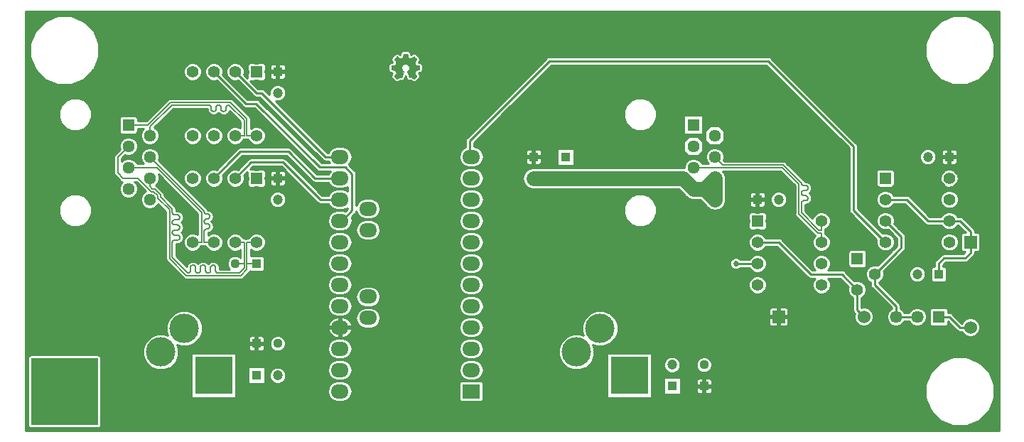
<source format=gbl>
%TF.GenerationSoftware,KiCad,Pcbnew,(5.0.0-rc2-100-g6d77e594b)*%
%TF.CreationDate,2018-06-08T00:04:51-04:00*%
%TF.ProjectId,Logic&Oscillator,4C6F676963264F7363696C6C61746F72,1.0.2*%
%TF.SameCoordinates,Original*%
%TF.FileFunction,Copper,L2,Bot,Signal*%
%TF.FilePolarity,Positive*%
%FSLAX46Y46*%
G04 Gerber Fmt 4.6, Leading zero omitted, Abs format (unit mm)*
G04 Created by KiCad (PCBNEW (5.0.0-rc2-100-g6d77e594b)) date 06/08/18 00:04:51*
%MOMM*%
%LPD*%
G01*
G04 APERTURE LIST*
%TA.AperFunction,EtchedComponent*%
%ADD10C,0.002540*%
%TD*%
%TA.AperFunction,ComponentPad*%
%ADD11C,1.120000*%
%TD*%
%TA.AperFunction,ComponentPad*%
%ADD12R,1.120000X1.120000*%
%TD*%
%TA.AperFunction,ComponentPad*%
%ADD13C,1.460000*%
%TD*%
%TA.AperFunction,ComponentPad*%
%ADD14R,1.460000X1.460000*%
%TD*%
%TA.AperFunction,ComponentPad*%
%ADD15C,1.410000*%
%TD*%
%TA.AperFunction,ComponentPad*%
%ADD16R,1.410000X1.410000*%
%TD*%
%TA.AperFunction,ComponentPad*%
%ADD17C,1.400000*%
%TD*%
%TA.AperFunction,ComponentPad*%
%ADD18R,1.400000X1.400000*%
%TD*%
%TA.AperFunction,ComponentPad*%
%ADD19C,1.198880*%
%TD*%
%TA.AperFunction,ComponentPad*%
%ADD20R,1.120140X1.120140*%
%TD*%
%TA.AperFunction,ComponentPad*%
%ADD21C,3.500000*%
%TD*%
%TA.AperFunction,ComponentPad*%
%ADD22R,4.500000X4.500000*%
%TD*%
%TA.AperFunction,ComponentPad*%
%ADD23C,1.440000*%
%TD*%
%TA.AperFunction,ComponentPad*%
%ADD24R,1.440000X1.440000*%
%TD*%
%TA.AperFunction,ComponentPad*%
%ADD25R,0.762000X0.762000*%
%TD*%
%TA.AperFunction,ComponentPad*%
%ADD26R,7.940000X7.940000*%
%TD*%
%TA.AperFunction,ComponentPad*%
%ADD27R,1.530000X1.530000*%
%TD*%
%TA.AperFunction,ComponentPad*%
%ADD28C,1.530000*%
%TD*%
%TA.AperFunction,ComponentPad*%
%ADD29R,1.107440X1.107440*%
%TD*%
%TA.AperFunction,ComponentPad*%
%ADD30C,1.107440*%
%TD*%
%TA.AperFunction,ComponentPad*%
%ADD31R,2.120000X1.700000*%
%TD*%
%TA.AperFunction,ComponentPad*%
%ADD32O,2.120000X1.700000*%
%TD*%
%TA.AperFunction,ViaPad*%
%ADD33C,0.685800*%
%TD*%
%TA.AperFunction,Conductor*%
%ADD34C,0.254000*%
%TD*%
%TA.AperFunction,Conductor*%
%ADD35C,1.778000*%
%TD*%
%TA.AperFunction,Conductor*%
%ADD36C,0.152400*%
%TD*%
G04 APERTURE END LIST*
D10*
%TO.C,G\002A\002A\002A*%
G36*
X122930920Y-84683600D02*
X122913140Y-84673440D01*
X122875040Y-84650580D01*
X122819160Y-84612480D01*
X122753120Y-84569300D01*
X122687080Y-84523580D01*
X122631200Y-84488020D01*
X122593100Y-84462620D01*
X122577860Y-84455000D01*
X122570240Y-84457540D01*
X122537220Y-84472780D01*
X122494040Y-84495640D01*
X122466100Y-84510880D01*
X122425460Y-84528660D01*
X122402600Y-84531200D01*
X122400060Y-84526120D01*
X122384820Y-84495640D01*
X122361960Y-84439760D01*
X122328940Y-84368640D01*
X122293380Y-84282280D01*
X122255280Y-84190840D01*
X122214640Y-84099400D01*
X122179080Y-84010500D01*
X122146060Y-83929220D01*
X122120660Y-83863180D01*
X122102880Y-83820000D01*
X122095260Y-83799680D01*
X122097800Y-83794600D01*
X122118120Y-83774280D01*
X122156220Y-83748880D01*
X122234960Y-83682840D01*
X122313700Y-83586320D01*
X122359420Y-83477100D01*
X122377200Y-83352640D01*
X122361960Y-83238340D01*
X122318780Y-83131660D01*
X122242580Y-83032600D01*
X122148600Y-82958940D01*
X122041920Y-82913220D01*
X121920000Y-82897980D01*
X121805700Y-82910680D01*
X121693940Y-82956400D01*
X121594880Y-83030060D01*
X121551700Y-83078320D01*
X121495820Y-83177380D01*
X121462800Y-83284060D01*
X121460260Y-83312000D01*
X121465340Y-83428840D01*
X121498360Y-83540600D01*
X121561860Y-83639660D01*
X121645680Y-83723480D01*
X121658380Y-83731100D01*
X121696480Y-83761580D01*
X121724420Y-83781900D01*
X121744740Y-83797140D01*
X121594880Y-84157820D01*
X121572020Y-84213700D01*
X121531380Y-84312760D01*
X121495820Y-84396580D01*
X121465340Y-84465160D01*
X121445020Y-84510880D01*
X121437400Y-84528660D01*
X121422160Y-84531200D01*
X121396760Y-84521040D01*
X121345960Y-84498180D01*
X121312940Y-84480400D01*
X121274840Y-84462620D01*
X121257060Y-84455000D01*
X121241820Y-84462620D01*
X121206260Y-84485480D01*
X121152920Y-84521040D01*
X121086880Y-84566760D01*
X121025920Y-84607400D01*
X120970040Y-84645500D01*
X120929400Y-84670900D01*
X120909080Y-84681060D01*
X120906540Y-84681060D01*
X120888760Y-84670900D01*
X120855740Y-84645500D01*
X120807480Y-84599780D01*
X120738900Y-84531200D01*
X120728740Y-84518500D01*
X120670320Y-84462620D01*
X120624600Y-84414360D01*
X120594120Y-84378800D01*
X120581420Y-84363560D01*
X120591580Y-84343240D01*
X120619520Y-84302600D01*
X120655080Y-84244180D01*
X120700800Y-84178140D01*
X120820180Y-84005420D01*
X120754140Y-83842860D01*
X120733820Y-83792060D01*
X120708420Y-83731100D01*
X120690640Y-83687920D01*
X120680480Y-83670140D01*
X120662700Y-83662520D01*
X120619520Y-83652360D01*
X120553480Y-83639660D01*
X120477280Y-83624420D01*
X120403620Y-83611720D01*
X120337580Y-83599020D01*
X120289320Y-83588860D01*
X120266460Y-83586320D01*
X120261380Y-83581240D01*
X120256300Y-83571080D01*
X120253760Y-83548220D01*
X120253760Y-83507580D01*
X120251220Y-83444080D01*
X120251220Y-83352640D01*
X120251220Y-83342480D01*
X120253760Y-83256120D01*
X120253760Y-83185000D01*
X120256300Y-83141820D01*
X120258840Y-83124040D01*
X120281700Y-83118960D01*
X120327420Y-83108800D01*
X120393460Y-83096100D01*
X120472200Y-83080860D01*
X120477280Y-83078320D01*
X120556020Y-83063080D01*
X120624600Y-83050380D01*
X120670320Y-83040220D01*
X120688100Y-83032600D01*
X120693180Y-83027520D01*
X120708420Y-82997040D01*
X120731280Y-82948780D01*
X120759220Y-82887820D01*
X120784620Y-82826860D01*
X120804940Y-82770980D01*
X120820180Y-82727800D01*
X120825260Y-82710020D01*
X120812560Y-82689700D01*
X120787160Y-82649060D01*
X120749060Y-82593180D01*
X120700800Y-82524600D01*
X120698260Y-82519520D01*
X120652540Y-82453480D01*
X120616980Y-82397600D01*
X120591580Y-82356960D01*
X120581420Y-82339180D01*
X120583960Y-82336640D01*
X120596660Y-82318860D01*
X120632220Y-82280760D01*
X120680480Y-82229960D01*
X120738900Y-82169000D01*
X120756680Y-82151220D01*
X120822720Y-82087720D01*
X120868440Y-82047080D01*
X120896380Y-82024220D01*
X120909080Y-82019140D01*
X120929400Y-82031840D01*
X120972580Y-82059780D01*
X121028460Y-82097880D01*
X121097040Y-82143600D01*
X121102120Y-82148680D01*
X121168160Y-82194400D01*
X121224040Y-82229960D01*
X121262140Y-82257900D01*
X121279920Y-82268060D01*
X121282460Y-82268060D01*
X121310400Y-82260440D01*
X121358660Y-82242660D01*
X121417080Y-82219800D01*
X121478040Y-82194400D01*
X121533920Y-82171540D01*
X121577100Y-82153760D01*
X121594880Y-82141060D01*
X121597420Y-82141060D01*
X121602500Y-82115660D01*
X121615200Y-82067400D01*
X121630440Y-81998820D01*
X121645680Y-81915000D01*
X121648220Y-81902300D01*
X121663460Y-81823560D01*
X121676160Y-81757520D01*
X121683780Y-81711800D01*
X121688860Y-81694020D01*
X121701560Y-81691480D01*
X121739660Y-81688940D01*
X121798080Y-81686400D01*
X121869200Y-81686400D01*
X121945400Y-81686400D01*
X122019060Y-81688940D01*
X122080020Y-81688940D01*
X122125740Y-81694020D01*
X122146060Y-81696560D01*
X122146060Y-81699100D01*
X122153680Y-81721960D01*
X122163840Y-81772760D01*
X122176540Y-81841340D01*
X122194320Y-81922620D01*
X122196860Y-81937860D01*
X122212100Y-82016600D01*
X122224800Y-82082640D01*
X122234960Y-82128360D01*
X122240040Y-82146140D01*
X122245120Y-82148680D01*
X122278140Y-82163920D01*
X122331480Y-82184240D01*
X122397520Y-82212180D01*
X122549920Y-82273140D01*
X122737880Y-82146140D01*
X122755660Y-82133440D01*
X122821700Y-82087720D01*
X122877580Y-82049620D01*
X122915680Y-82026760D01*
X122933460Y-82016600D01*
X122953780Y-82034380D01*
X122989340Y-82067400D01*
X123040140Y-82118200D01*
X123098560Y-82176620D01*
X123144280Y-82219800D01*
X123195080Y-82273140D01*
X123228100Y-82308700D01*
X123245880Y-82331560D01*
X123250960Y-82344260D01*
X123250960Y-82354420D01*
X123238260Y-82372200D01*
X123210320Y-82415380D01*
X123172220Y-82471260D01*
X123126500Y-82537300D01*
X123088400Y-82593180D01*
X123047760Y-82656680D01*
X123022360Y-82699860D01*
X123012200Y-82722720D01*
X123014740Y-82732880D01*
X123027440Y-82768440D01*
X123050300Y-82824320D01*
X123078240Y-82890360D01*
X123144280Y-83037680D01*
X123240800Y-83058000D01*
X123299220Y-83068160D01*
X123383040Y-83083400D01*
X123461780Y-83098640D01*
X123583700Y-83124040D01*
X123588780Y-83573620D01*
X123568460Y-83581240D01*
X123550680Y-83586320D01*
X123504960Y-83596480D01*
X123441460Y-83609180D01*
X123362720Y-83624420D01*
X123299220Y-83637120D01*
X123233180Y-83649820D01*
X123184920Y-83657440D01*
X123164600Y-83662520D01*
X123159520Y-83670140D01*
X123141740Y-83700620D01*
X123118880Y-83751420D01*
X123093480Y-83812380D01*
X123065540Y-83875880D01*
X123042680Y-83934300D01*
X123027440Y-83980020D01*
X123019820Y-84002880D01*
X123029980Y-84020660D01*
X123055380Y-84058760D01*
X123090940Y-84114640D01*
X123136660Y-84180680D01*
X123179840Y-84244180D01*
X123217940Y-84302600D01*
X123243340Y-84340700D01*
X123256040Y-84361020D01*
X123250960Y-84373720D01*
X123223020Y-84404200D01*
X123174760Y-84455000D01*
X123101100Y-84528660D01*
X123088400Y-84538820D01*
X123029980Y-84597240D01*
X122981720Y-84642960D01*
X122946160Y-84673440D01*
X122930920Y-84683600D01*
X122930920Y-84683600D01*
G37*
X122930920Y-84683600D02*
X122913140Y-84673440D01*
X122875040Y-84650580D01*
X122819160Y-84612480D01*
X122753120Y-84569300D01*
X122687080Y-84523580D01*
X122631200Y-84488020D01*
X122593100Y-84462620D01*
X122577860Y-84455000D01*
X122570240Y-84457540D01*
X122537220Y-84472780D01*
X122494040Y-84495640D01*
X122466100Y-84510880D01*
X122425460Y-84528660D01*
X122402600Y-84531200D01*
X122400060Y-84526120D01*
X122384820Y-84495640D01*
X122361960Y-84439760D01*
X122328940Y-84368640D01*
X122293380Y-84282280D01*
X122255280Y-84190840D01*
X122214640Y-84099400D01*
X122179080Y-84010500D01*
X122146060Y-83929220D01*
X122120660Y-83863180D01*
X122102880Y-83820000D01*
X122095260Y-83799680D01*
X122097800Y-83794600D01*
X122118120Y-83774280D01*
X122156220Y-83748880D01*
X122234960Y-83682840D01*
X122313700Y-83586320D01*
X122359420Y-83477100D01*
X122377200Y-83352640D01*
X122361960Y-83238340D01*
X122318780Y-83131660D01*
X122242580Y-83032600D01*
X122148600Y-82958940D01*
X122041920Y-82913220D01*
X121920000Y-82897980D01*
X121805700Y-82910680D01*
X121693940Y-82956400D01*
X121594880Y-83030060D01*
X121551700Y-83078320D01*
X121495820Y-83177380D01*
X121462800Y-83284060D01*
X121460260Y-83312000D01*
X121465340Y-83428840D01*
X121498360Y-83540600D01*
X121561860Y-83639660D01*
X121645680Y-83723480D01*
X121658380Y-83731100D01*
X121696480Y-83761580D01*
X121724420Y-83781900D01*
X121744740Y-83797140D01*
X121594880Y-84157820D01*
X121572020Y-84213700D01*
X121531380Y-84312760D01*
X121495820Y-84396580D01*
X121465340Y-84465160D01*
X121445020Y-84510880D01*
X121437400Y-84528660D01*
X121422160Y-84531200D01*
X121396760Y-84521040D01*
X121345960Y-84498180D01*
X121312940Y-84480400D01*
X121274840Y-84462620D01*
X121257060Y-84455000D01*
X121241820Y-84462620D01*
X121206260Y-84485480D01*
X121152920Y-84521040D01*
X121086880Y-84566760D01*
X121025920Y-84607400D01*
X120970040Y-84645500D01*
X120929400Y-84670900D01*
X120909080Y-84681060D01*
X120906540Y-84681060D01*
X120888760Y-84670900D01*
X120855740Y-84645500D01*
X120807480Y-84599780D01*
X120738900Y-84531200D01*
X120728740Y-84518500D01*
X120670320Y-84462620D01*
X120624600Y-84414360D01*
X120594120Y-84378800D01*
X120581420Y-84363560D01*
X120591580Y-84343240D01*
X120619520Y-84302600D01*
X120655080Y-84244180D01*
X120700800Y-84178140D01*
X120820180Y-84005420D01*
X120754140Y-83842860D01*
X120733820Y-83792060D01*
X120708420Y-83731100D01*
X120690640Y-83687920D01*
X120680480Y-83670140D01*
X120662700Y-83662520D01*
X120619520Y-83652360D01*
X120553480Y-83639660D01*
X120477280Y-83624420D01*
X120403620Y-83611720D01*
X120337580Y-83599020D01*
X120289320Y-83588860D01*
X120266460Y-83586320D01*
X120261380Y-83581240D01*
X120256300Y-83571080D01*
X120253760Y-83548220D01*
X120253760Y-83507580D01*
X120251220Y-83444080D01*
X120251220Y-83352640D01*
X120251220Y-83342480D01*
X120253760Y-83256120D01*
X120253760Y-83185000D01*
X120256300Y-83141820D01*
X120258840Y-83124040D01*
X120281700Y-83118960D01*
X120327420Y-83108800D01*
X120393460Y-83096100D01*
X120472200Y-83080860D01*
X120477280Y-83078320D01*
X120556020Y-83063080D01*
X120624600Y-83050380D01*
X120670320Y-83040220D01*
X120688100Y-83032600D01*
X120693180Y-83027520D01*
X120708420Y-82997040D01*
X120731280Y-82948780D01*
X120759220Y-82887820D01*
X120784620Y-82826860D01*
X120804940Y-82770980D01*
X120820180Y-82727800D01*
X120825260Y-82710020D01*
X120812560Y-82689700D01*
X120787160Y-82649060D01*
X120749060Y-82593180D01*
X120700800Y-82524600D01*
X120698260Y-82519520D01*
X120652540Y-82453480D01*
X120616980Y-82397600D01*
X120591580Y-82356960D01*
X120581420Y-82339180D01*
X120583960Y-82336640D01*
X120596660Y-82318860D01*
X120632220Y-82280760D01*
X120680480Y-82229960D01*
X120738900Y-82169000D01*
X120756680Y-82151220D01*
X120822720Y-82087720D01*
X120868440Y-82047080D01*
X120896380Y-82024220D01*
X120909080Y-82019140D01*
X120929400Y-82031840D01*
X120972580Y-82059780D01*
X121028460Y-82097880D01*
X121097040Y-82143600D01*
X121102120Y-82148680D01*
X121168160Y-82194400D01*
X121224040Y-82229960D01*
X121262140Y-82257900D01*
X121279920Y-82268060D01*
X121282460Y-82268060D01*
X121310400Y-82260440D01*
X121358660Y-82242660D01*
X121417080Y-82219800D01*
X121478040Y-82194400D01*
X121533920Y-82171540D01*
X121577100Y-82153760D01*
X121594880Y-82141060D01*
X121597420Y-82141060D01*
X121602500Y-82115660D01*
X121615200Y-82067400D01*
X121630440Y-81998820D01*
X121645680Y-81915000D01*
X121648220Y-81902300D01*
X121663460Y-81823560D01*
X121676160Y-81757520D01*
X121683780Y-81711800D01*
X121688860Y-81694020D01*
X121701560Y-81691480D01*
X121739660Y-81688940D01*
X121798080Y-81686400D01*
X121869200Y-81686400D01*
X121945400Y-81686400D01*
X122019060Y-81688940D01*
X122080020Y-81688940D01*
X122125740Y-81694020D01*
X122146060Y-81696560D01*
X122146060Y-81699100D01*
X122153680Y-81721960D01*
X122163840Y-81772760D01*
X122176540Y-81841340D01*
X122194320Y-81922620D01*
X122196860Y-81937860D01*
X122212100Y-82016600D01*
X122224800Y-82082640D01*
X122234960Y-82128360D01*
X122240040Y-82146140D01*
X122245120Y-82148680D01*
X122278140Y-82163920D01*
X122331480Y-82184240D01*
X122397520Y-82212180D01*
X122549920Y-82273140D01*
X122737880Y-82146140D01*
X122755660Y-82133440D01*
X122821700Y-82087720D01*
X122877580Y-82049620D01*
X122915680Y-82026760D01*
X122933460Y-82016600D01*
X122953780Y-82034380D01*
X122989340Y-82067400D01*
X123040140Y-82118200D01*
X123098560Y-82176620D01*
X123144280Y-82219800D01*
X123195080Y-82273140D01*
X123228100Y-82308700D01*
X123245880Y-82331560D01*
X123250960Y-82344260D01*
X123250960Y-82354420D01*
X123238260Y-82372200D01*
X123210320Y-82415380D01*
X123172220Y-82471260D01*
X123126500Y-82537300D01*
X123088400Y-82593180D01*
X123047760Y-82656680D01*
X123022360Y-82699860D01*
X123012200Y-82722720D01*
X123014740Y-82732880D01*
X123027440Y-82768440D01*
X123050300Y-82824320D01*
X123078240Y-82890360D01*
X123144280Y-83037680D01*
X123240800Y-83058000D01*
X123299220Y-83068160D01*
X123383040Y-83083400D01*
X123461780Y-83098640D01*
X123583700Y-83124040D01*
X123588780Y-83573620D01*
X123568460Y-83581240D01*
X123550680Y-83586320D01*
X123504960Y-83596480D01*
X123441460Y-83609180D01*
X123362720Y-83624420D01*
X123299220Y-83637120D01*
X123233180Y-83649820D01*
X123184920Y-83657440D01*
X123164600Y-83662520D01*
X123159520Y-83670140D01*
X123141740Y-83700620D01*
X123118880Y-83751420D01*
X123093480Y-83812380D01*
X123065540Y-83875880D01*
X123042680Y-83934300D01*
X123027440Y-83980020D01*
X123019820Y-84002880D01*
X123029980Y-84020660D01*
X123055380Y-84058760D01*
X123090940Y-84114640D01*
X123136660Y-84180680D01*
X123179840Y-84244180D01*
X123217940Y-84302600D01*
X123243340Y-84340700D01*
X123256040Y-84361020D01*
X123250960Y-84373720D01*
X123223020Y-84404200D01*
X123174760Y-84455000D01*
X123101100Y-84528660D01*
X123088400Y-84538820D01*
X123029980Y-84597240D01*
X122981720Y-84642960D01*
X122946160Y-84673440D01*
X122930920Y-84683600D01*
%TD*%
D11*
%TO.P,C3,2*%
%TO.N,GND*%
X106695390Y-116210270D03*
D12*
%TO.P,C3,1*%
%TO.N,+5V*%
X104155390Y-116210270D03*
%TD*%
D11*
%TO.P,C6,2*%
%TO.N,GND*%
X157495390Y-118750270D03*
D12*
%TO.P,C6,1*%
%TO.N,+5V*%
X157495390Y-121290270D03*
%TD*%
D11*
%TO.P,C8,2*%
%TO.N,GND*%
X137175390Y-96525270D03*
D12*
%TO.P,C8,1*%
%TO.N,+5V*%
X137175390Y-93985270D03*
%TD*%
D13*
%TO.P,R2,3*%
%TO.N,/IR_Osc*%
X180355390Y-113035270D03*
%TO.P,R2,2*%
X182895390Y-113035270D03*
D14*
%TO.P,R2,1*%
%TO.N,Net-(R1-Pad2)*%
X185435390Y-113035270D03*
%TD*%
D15*
%TO.P,Q1,3*%
%TO.N,/~IR_Osc*%
X175745140Y-109796770D03*
%TO.P,Q1,2*%
%TO.N,/IR_Osc*%
X177815390Y-107955270D03*
D16*
%TO.P,Q1,1*%
%TO.N,GND*%
X175745140Y-106113770D03*
%TD*%
D17*
%TO.P,U1,8*%
%TO.N,+5V*%
X186705390Y-96520000D03*
%TO.P,U1,7*%
%TO.N,N/C*%
X186705390Y-99060000D03*
%TO.P,U1,6*%
%TO.N,Net-(C2-Pad1)*%
X186705390Y-101600000D03*
%TO.P,U1,5*%
%TO.N,N/C*%
X186705390Y-104140000D03*
%TO.P,U1,4*%
%TO.N,/IR_Enable*%
X179085390Y-104140000D03*
%TO.P,U1,3*%
%TO.N,/IR_Osc*%
X179085390Y-101600000D03*
%TO.P,U1,2*%
%TO.N,Net-(C2-Pad1)*%
X179085390Y-99060000D03*
D18*
%TO.P,U1,1*%
%TO.N,GND*%
X179085390Y-96520000D03*
%TD*%
D17*
%TO.P,U3,8*%
%TO.N,/~IR_Osc+*%
X171465390Y-101605270D03*
%TO.P,U3,7*%
%TO.N,/~IR_Osc-*%
X171465390Y-104145270D03*
%TO.P,U3,6*%
%TO.N,N/C*%
X171465390Y-106685270D03*
%TO.P,U3,5*%
X171465390Y-109225270D03*
%TO.P,U3,4*%
%TO.N,GND*%
X163845390Y-109225270D03*
%TO.P,U3,3*%
X163845390Y-106685270D03*
%TO.P,U3,2*%
%TO.N,/~IR_Osc*%
X163845390Y-104145270D03*
D18*
%TO.P,U3,1*%
%TO.N,+5V*%
X163845390Y-101605270D03*
%TD*%
D17*
%TO.P,U4,8*%
%TO.N,/~SS+*%
X104155390Y-91445270D03*
%TO.P,U4,7*%
%TO.N,/~SS-*%
X101615390Y-91445270D03*
%TO.P,U4,6*%
%TO.N,/SCK+*%
X99075390Y-91445270D03*
%TO.P,U4,5*%
%TO.N,/SCK-*%
X96535390Y-91445270D03*
%TO.P,U4,4*%
%TO.N,GND*%
X96535390Y-83825270D03*
%TO.P,U4,3*%
%TO.N,/SCK*%
X99075390Y-83825270D03*
%TO.P,U4,2*%
%TO.N,/~SS*%
X101615390Y-83825270D03*
D18*
%TO.P,U4,1*%
%TO.N,+5V*%
X104155390Y-83825270D03*
%TD*%
D17*
%TO.P,U5,8*%
%TO.N,/MISO+*%
X104155390Y-104145270D03*
%TO.P,U5,7*%
%TO.N,/MISO-*%
X101615390Y-104145270D03*
%TO.P,U5,6*%
%TO.N,/MOSI+*%
X99075390Y-104145270D03*
%TO.P,U5,5*%
%TO.N,/MOSI-*%
X96535390Y-104145270D03*
%TO.P,U5,4*%
%TO.N,GND*%
X96535390Y-96525270D03*
%TO.P,U5,3*%
%TO.N,/MOSI*%
X99075390Y-96525270D03*
%TO.P,U5,2*%
%TO.N,/MISO*%
X101615390Y-96525270D03*
D18*
%TO.P,U5,1*%
%TO.N,+5V*%
X104155390Y-96525270D03*
%TD*%
D19*
%TO.P,C1,2*%
%TO.N,GND*%
X184165390Y-93985270D03*
D20*
%TO.P,C1,1*%
%TO.N,+5V*%
X186705390Y-93985270D03*
%TD*%
D19*
%TO.P,C2,2*%
%TO.N,GND*%
X182895390Y-107955270D03*
D20*
%TO.P,C2,1*%
%TO.N,Net-(C2-Pad1)*%
X185435390Y-107955270D03*
%TD*%
D19*
%TO.P,C4,2*%
%TO.N,GND*%
X106695390Y-120020270D03*
D20*
%TO.P,C4,1*%
%TO.N,+5V*%
X104155390Y-120020270D03*
%TD*%
D19*
%TO.P,C5,2*%
%TO.N,GND*%
X153685390Y-118750270D03*
D20*
%TO.P,C5,1*%
%TO.N,+5V*%
X153685390Y-121290270D03*
%TD*%
D19*
%TO.P,C7,2*%
%TO.N,GND*%
X140985390Y-96525270D03*
D20*
%TO.P,C7,1*%
%TO.N,+5V*%
X140985390Y-93985270D03*
%TD*%
D19*
%TO.P,C9,2*%
%TO.N,GND*%
X166385390Y-99065270D03*
D20*
%TO.P,C9,1*%
%TO.N,+5V*%
X163845390Y-99065270D03*
%TD*%
D19*
%TO.P,C10,2*%
%TO.N,GND*%
X106695390Y-86365270D03*
D20*
%TO.P,C10,1*%
%TO.N,+5V*%
X106695390Y-83825270D03*
%TD*%
D19*
%TO.P,C11,2*%
%TO.N,GND*%
X106695390Y-99065270D03*
D20*
%TO.P,C11,1*%
%TO.N,+5V*%
X106695390Y-96525270D03*
%TD*%
D21*
%TO.P,J1,3*%
%TO.N,GND*%
X92775390Y-117220270D03*
%TO.P,J1,2*%
X95575390Y-114420270D03*
D22*
%TO.P,J1,1*%
%TO.N,+5V*%
X99075390Y-120020270D03*
%TD*%
D21*
%TO.P,J2,3*%
%TO.N,GND*%
X142305390Y-117220270D03*
%TO.P,J2,2*%
X145105390Y-114420270D03*
D22*
%TO.P,J2,1*%
%TO.N,+5V*%
X148605390Y-120020270D03*
%TD*%
D23*
%TO.P,J3,8*%
%TO.N,GND*%
X158765390Y-99065270D03*
%TO.P,J3,7*%
X156225390Y-97795270D03*
%TO.P,J3,6*%
X158765390Y-96525270D03*
%TO.P,J3,5*%
%TO.N,/~IR_Osc-*%
X156225390Y-95255270D03*
%TO.P,J3,4*%
%TO.N,/~IR_Osc+*%
X158765390Y-93985270D03*
%TO.P,J3,3*%
%TO.N,+5V*%
X156225390Y-92715270D03*
%TO.P,J3,2*%
X158765390Y-91445270D03*
D24*
%TO.P,J3,1*%
X156225390Y-90175270D03*
%TD*%
D23*
%TO.P,J4,8*%
%TO.N,/SCK-*%
X91455390Y-99065270D03*
%TO.P,J4,7*%
%TO.N,/SCK+*%
X88915390Y-97795270D03*
%TO.P,J4,6*%
%TO.N,/MISO-*%
X91455390Y-96525270D03*
%TO.P,J4,5*%
%TO.N,/MOSI-*%
X88915390Y-95255270D03*
%TO.P,J4,4*%
%TO.N,/MOSI+*%
X91455390Y-93985270D03*
%TO.P,J4,3*%
%TO.N,/MISO+*%
X88915390Y-92715270D03*
%TO.P,J4,2*%
%TO.N,/~SS-*%
X91455390Y-91445270D03*
D24*
%TO.P,J4,1*%
%TO.N,/~SS+*%
X88915390Y-90175270D03*
%TD*%
D25*
%TO.P,MH1,0*%
%TO.N,GND*%
X84836000Y-118364000D03*
X84836000Y-121920000D03*
X84836000Y-125476000D03*
X81280000Y-125476000D03*
X77724000Y-125476000D03*
X77724000Y-121920000D03*
X77724000Y-118364000D03*
X81280000Y-118364000D03*
D26*
X81280000Y-121920000D03*
%TD*%
D27*
%TO.P,R1,1*%
%TO.N,Net-(C2-Pad1)*%
X189245390Y-104145270D03*
D28*
%TO.P,R1,2*%
%TO.N,Net-(R1-Pad2)*%
X189245390Y-114305270D03*
%TD*%
D27*
%TO.P,R3,1*%
%TO.N,+5V*%
X166385390Y-113035270D03*
D28*
%TO.P,R3,2*%
%TO.N,/~IR_Osc*%
X176545390Y-113035270D03*
%TD*%
D29*
%TO.P,R4,1*%
%TO.N,/MISO+*%
X104155390Y-106685270D03*
D30*
%TO.P,R4,2*%
%TO.N,/MISO-*%
X101615390Y-106685270D03*
%TD*%
D31*
%TO.P,U2,1*%
%TO.N,N/C*%
X129765390Y-121925270D03*
D32*
%TO.P,U2,2*%
X129765390Y-119385270D03*
%TO.P,U2,3*%
X129765390Y-116845270D03*
%TO.P,U2,4*%
%TO.N,GND*%
X129765390Y-114305270D03*
%TO.P,U2,5*%
%TO.N,N/C*%
X129765390Y-111765270D03*
%TO.P,U2,6*%
X129765390Y-109225270D03*
%TO.P,U2,7*%
X129765390Y-106685270D03*
%TO.P,U2,8*%
X129765390Y-104145270D03*
%TO.P,U2,9*%
X129765390Y-101605270D03*
%TO.P,U2,10*%
X129765390Y-99065270D03*
%TO.P,U2,11*%
X129765390Y-96525270D03*
%TO.P,U2,12*%
%TO.N,/IR_Enable*%
X129765390Y-93985270D03*
%TO.P,U2,13*%
%TO.N,/~SS*%
X114105390Y-93985270D03*
%TO.P,U2,14*%
%TO.N,/MOSI*%
X114105390Y-96525270D03*
%TO.P,U2,15*%
%TO.N,/MISO*%
X114105390Y-99065270D03*
%TO.P,U2,16*%
%TO.N,/SCK*%
X114105390Y-101605270D03*
%TO.P,U2,17*%
%TO.N,N/C*%
X114105390Y-104145270D03*
%TO.P,U2,18*%
X114105390Y-106685270D03*
%TO.P,U2,19*%
X114105390Y-109225270D03*
%TO.P,U2,20*%
X114105390Y-111765270D03*
%TO.P,U2,21*%
%TO.N,+5V*%
X114105390Y-114305270D03*
%TO.P,U2,22*%
%TO.N,N/C*%
X114105390Y-116845270D03*
%TO.P,U2,23*%
%TO.N,GND*%
X114105390Y-119385270D03*
%TO.P,U2,24*%
%TO.N,N/C*%
X114105390Y-121925270D03*
%TO.P,U2,A4*%
X117446390Y-110622270D03*
%TO.P,U2,A5*%
X117446390Y-113162270D03*
%TO.P,U2,A6*%
X117446390Y-100157470D03*
%TO.P,U2,A7*%
X117446390Y-102697470D03*
%TD*%
D33*
%TO.N,GND*%
X161295270Y-106685270D03*
%TD*%
D34*
%TO.N,GND*%
X163845390Y-106685270D02*
X161295270Y-106685270D01*
X161295270Y-106685270D02*
X161290000Y-106680000D01*
D35*
X158765390Y-99065270D02*
X158765390Y-96525270D01*
X158765390Y-99065270D02*
X157495390Y-97795270D01*
X156225390Y-97795270D02*
X157495390Y-97795270D01*
X157495390Y-97795270D02*
X158765390Y-96525270D01*
X140985390Y-96525270D02*
X154955390Y-96525270D01*
X154955390Y-96525270D02*
X156225390Y-97795270D01*
X137175390Y-96525270D02*
X140985390Y-96525270D01*
D34*
%TO.N,Net-(C2-Pad1)*%
X189245390Y-105394610D02*
X188574340Y-106065660D01*
X186055000Y-106065660D02*
X185435390Y-106685270D01*
X188574340Y-106065660D02*
X186055000Y-106065660D01*
X189245390Y-104145270D02*
X189245390Y-105394610D01*
X187960000Y-101600000D02*
X189245390Y-102885390D01*
X189245390Y-102885390D02*
X189245390Y-104145270D01*
X186705390Y-101600000D02*
X187960000Y-101600000D01*
X184150000Y-101600000D02*
X186705390Y-101600000D01*
X181610000Y-99060000D02*
X184150000Y-101600000D01*
X179085390Y-99060000D02*
X181610000Y-99060000D01*
X185435390Y-106685270D02*
X185435390Y-107955270D01*
D36*
%TO.N,/~IR_Osc+*%
X158765390Y-93985270D02*
X159730591Y-94950471D01*
X169872349Y-98897144D02*
X169864827Y-98963901D01*
X159730591Y-94950471D02*
X166931117Y-94950471D01*
X169759395Y-97462595D02*
X169806898Y-97510098D01*
X166931117Y-94950471D02*
X169077790Y-97097144D01*
X169077790Y-97097144D02*
X169085311Y-97163901D01*
X169107499Y-97227310D02*
X169143240Y-97284191D01*
X169842639Y-97566979D02*
X169864827Y-97630388D01*
X169085311Y-97163901D02*
X169107499Y-97227310D01*
X169702514Y-97426854D02*
X169759395Y-97462595D01*
X169759395Y-98662595D02*
X169806898Y-98710098D01*
X169864827Y-97763901D02*
X169842639Y-97827310D01*
X169639105Y-97404666D02*
X169702514Y-97426854D01*
X169085311Y-98230388D02*
X169077790Y-98297144D01*
X169143240Y-97284191D02*
X169190743Y-97331694D01*
X169806898Y-97510098D02*
X169842639Y-97566979D01*
X169190743Y-97331694D02*
X169247624Y-97367435D01*
X169864827Y-98963901D02*
X169842639Y-99027310D01*
X169190743Y-98062595D02*
X169143240Y-98110098D01*
X169247624Y-97367435D02*
X169311033Y-97389623D01*
X169311033Y-97389623D02*
X169377790Y-97397144D01*
X169842639Y-99027310D02*
X169806898Y-99084191D01*
X169143240Y-98484191D02*
X169190743Y-98531694D01*
X169085311Y-99430388D02*
X169077790Y-99497144D01*
X169759395Y-97931694D02*
X169702514Y-97967435D01*
X169377790Y-97397144D02*
X169572349Y-97397144D01*
X169572349Y-97397144D02*
X169639105Y-97404666D01*
X169842639Y-97827310D02*
X169806898Y-97884191D01*
X169864827Y-97630388D02*
X169872349Y-97697144D01*
X169377790Y-97997144D02*
X169311033Y-98004666D01*
X169247624Y-98026854D02*
X169190743Y-98062595D01*
X169872349Y-97697144D02*
X169864827Y-97763901D01*
X169107499Y-98166979D02*
X169085311Y-98230388D01*
X169806898Y-97884191D02*
X169759395Y-97931694D01*
X169702514Y-97967435D02*
X169639105Y-97989623D01*
X169639105Y-97989623D02*
X169572349Y-97997144D01*
X169572349Y-97997144D02*
X169377790Y-97997144D01*
X169077790Y-98297144D02*
X169085311Y-98363901D01*
X169311033Y-98004666D02*
X169247624Y-98026854D01*
X169842639Y-98766979D02*
X169864827Y-98830388D01*
X169143240Y-98110098D02*
X169107499Y-98166979D01*
X169572349Y-98597144D02*
X169639105Y-98604666D01*
X169085311Y-98363901D02*
X169107499Y-98427310D01*
X169107499Y-98427310D02*
X169143240Y-98484191D01*
X169190743Y-98531694D02*
X169247624Y-98567435D01*
X169806898Y-98710098D02*
X169842639Y-98766979D01*
X169247624Y-98567435D02*
X169311033Y-98589623D01*
X169311033Y-98589623D02*
X169377790Y-98597144D01*
X169377790Y-99197144D02*
X169311033Y-99204666D01*
X169639105Y-99189623D02*
X169572349Y-99197144D01*
X169377790Y-98597144D02*
X169572349Y-98597144D01*
X169639105Y-98604666D02*
X169702514Y-98626854D01*
X169143240Y-99310098D02*
X169107499Y-99366979D01*
X169702514Y-98626854D02*
X169759395Y-98662595D01*
X171465390Y-101622870D02*
X171465390Y-101605270D01*
X169864827Y-98830388D02*
X169872349Y-98897144D01*
X169806898Y-99084191D02*
X169759395Y-99131694D01*
X169759395Y-99131694D02*
X169702514Y-99167435D01*
X169311033Y-99204666D02*
X169247624Y-99226854D01*
X169702514Y-99167435D02*
X169639105Y-99189623D01*
X169572349Y-99197144D02*
X169377790Y-99197144D01*
X169247624Y-99226854D02*
X169190743Y-99262595D01*
X169190743Y-99262595D02*
X169143240Y-99310098D01*
X171465390Y-102722870D02*
X171465390Y-101622870D01*
X169107499Y-99366979D02*
X169085311Y-99430388D01*
X169077790Y-99497144D02*
X169077790Y-100640070D01*
X169077790Y-100640070D02*
X171160590Y-102722870D01*
X171160590Y-102722870D02*
X171465390Y-102722870D01*
%TO.N,/~IR_Osc-*%
X166804864Y-95255270D02*
X159730590Y-95255270D01*
X168772990Y-97223396D02*
X166804864Y-95255270D01*
X159730590Y-95255270D02*
X156225390Y-95255270D01*
X168772990Y-100766322D02*
X168772990Y-97223396D01*
X171034338Y-103027670D02*
X168772990Y-100766322D01*
X171465390Y-103027670D02*
X171034338Y-103027670D01*
X171465390Y-104145270D02*
X171465390Y-103027670D01*
%TO.N,/~SS+*%
X104155390Y-91445270D02*
X103027670Y-91445270D01*
X103027670Y-91445270D02*
X103022400Y-91440000D01*
X103022400Y-89471874D02*
X103022400Y-91440000D01*
X101028126Y-87477600D02*
X103022400Y-89471874D01*
X93937534Y-87477600D02*
X101028126Y-87477600D01*
X88915390Y-90175270D02*
X91239864Y-90175270D01*
X91239864Y-90175270D02*
X93937534Y-87477600D01*
%TO.N,/~SS-*%
X101615390Y-91445270D02*
X102712330Y-91445270D01*
X98921708Y-88526773D02*
X98864827Y-88491032D01*
X100617324Y-87895354D02*
X100581583Y-87952235D01*
X100064827Y-88491032D02*
X100017324Y-88443529D01*
X99118630Y-88548961D02*
X99051874Y-88556482D01*
X102712330Y-91445270D02*
X102717600Y-91440000D01*
X98582039Y-87812110D02*
X98518630Y-87789922D01*
X102717600Y-91440000D02*
X102717600Y-89598126D01*
X99782039Y-87812110D02*
X99718630Y-87789922D01*
X100017324Y-88443529D02*
X99981583Y-88386648D01*
X100664827Y-87847851D02*
X100617324Y-87895354D01*
X98751874Y-88082400D02*
X98744352Y-88015644D01*
X99359395Y-88015644D02*
X99351874Y-88082400D01*
X100522164Y-88386648D02*
X100486423Y-88443529D01*
X102717600Y-89598126D02*
X100901874Y-87782400D01*
X100559395Y-88015644D02*
X100551874Y-88082400D01*
X100901874Y-87782400D02*
X100851874Y-87782400D01*
X99718630Y-87789922D02*
X99651874Y-87782400D01*
X99838920Y-87847851D02*
X99782039Y-87812110D01*
X100851874Y-87782400D02*
X100785117Y-87789922D01*
X100438920Y-88491032D02*
X100382039Y-88526773D01*
X100785117Y-87789922D02*
X100721708Y-87812110D01*
X100318630Y-88548961D02*
X100251874Y-88556482D01*
X99238920Y-88491032D02*
X99182039Y-88526773D01*
X100544352Y-88323239D02*
X100522164Y-88386648D01*
X91455390Y-90390796D02*
X91455390Y-91445270D01*
X100721708Y-87812110D02*
X100664827Y-87847851D01*
X99417324Y-87895354D02*
X99381583Y-87952235D01*
X100581583Y-87952235D02*
X100559395Y-88015644D01*
X100551874Y-88082400D02*
X100551874Y-88256482D01*
X100382039Y-88526773D02*
X100318630Y-88548961D01*
X99351874Y-88256482D02*
X99344352Y-88323239D01*
X100551874Y-88256482D02*
X100544352Y-88323239D01*
X100486423Y-88443529D02*
X100438920Y-88491032D01*
X100251874Y-88556482D02*
X100185117Y-88548961D01*
X100185117Y-88548961D02*
X100121708Y-88526773D01*
X98686423Y-87895354D02*
X98638920Y-87847851D01*
X100121708Y-88526773D02*
X100064827Y-88491032D01*
X99051874Y-88556482D02*
X98985117Y-88548961D01*
X99981583Y-88386648D02*
X99959395Y-88323239D01*
X99959395Y-88323239D02*
X99951874Y-88256482D01*
X98781583Y-88386648D02*
X98759395Y-88323239D01*
X99344352Y-88323239D02*
X99322164Y-88386648D01*
X99951874Y-88256482D02*
X99951874Y-88082400D01*
X99951874Y-88082400D02*
X99944352Y-88015644D01*
X98744352Y-88015644D02*
X98722164Y-87952235D01*
X99521708Y-87812110D02*
X99464827Y-87847851D01*
X99944352Y-88015644D02*
X99922164Y-87952235D01*
X99464827Y-87847851D02*
X99417324Y-87895354D01*
X99922164Y-87952235D02*
X99886423Y-87895354D01*
X99886423Y-87895354D02*
X99838920Y-87847851D01*
X99651874Y-87782400D02*
X99585117Y-87789922D01*
X99585117Y-87789922D02*
X99521708Y-87812110D01*
X98638920Y-87847851D02*
X98582039Y-87812110D01*
X99381583Y-87952235D02*
X99359395Y-88015644D01*
X94063786Y-87782400D02*
X91455390Y-90390796D01*
X99351874Y-88082400D02*
X99351874Y-88256482D01*
X98759395Y-88323239D02*
X98751874Y-88256482D01*
X99322164Y-88386648D02*
X99286423Y-88443529D01*
X99286423Y-88443529D02*
X99238920Y-88491032D01*
X98817324Y-88443529D02*
X98781583Y-88386648D01*
X98751874Y-88256482D02*
X98751874Y-88082400D01*
X99182039Y-88526773D02*
X99118630Y-88548961D01*
X98518630Y-87789922D02*
X98451874Y-87782400D01*
X98985117Y-88548961D02*
X98921708Y-88526773D01*
X98864827Y-88491032D02*
X98817324Y-88443529D01*
X98722164Y-87952235D02*
X98686423Y-87895354D01*
X98451874Y-87782400D02*
X94063786Y-87782400D01*
%TO.N,/MISO+*%
X103022400Y-107378126D02*
X103022400Y-106680000D01*
X103022400Y-106680000D02*
X103022400Y-104140000D01*
X104155390Y-106685270D02*
X103027670Y-106685270D01*
X103027670Y-106685270D02*
X103022400Y-106680000D01*
X104155390Y-104145270D02*
X103027670Y-104145270D01*
X103027670Y-104145270D02*
X103022400Y-104140000D01*
X102298126Y-108102400D02*
X103022400Y-107378126D01*
X95821874Y-108102400D02*
X102298126Y-108102400D01*
X93827600Y-106108126D02*
X95821874Y-108102400D01*
X93827600Y-100301410D02*
X93827600Y-106108126D01*
X87630000Y-94000660D02*
X87630000Y-95885000D01*
X92403991Y-98877801D02*
X93827600Y-100301410D01*
X87630000Y-95885000D02*
X88265000Y-96520000D01*
X88915390Y-92715270D02*
X87630000Y-94000660D01*
X88265000Y-96520000D02*
X90046190Y-96520000D01*
X90046190Y-96520000D02*
X91642859Y-98116669D01*
X91642859Y-98116669D02*
X91910719Y-98116669D01*
X91910719Y-98116669D02*
X92403991Y-98609941D01*
X92403991Y-98609941D02*
X92403991Y-98877801D01*
%TO.N,/MOSI+*%
X99075390Y-104145270D02*
X97965390Y-104145270D01*
X97965390Y-104145270D02*
X97942400Y-104122280D01*
X98310706Y-100772280D02*
X98377463Y-100779801D01*
X98007851Y-101485233D02*
X97972110Y-101542114D01*
X91455390Y-93985270D02*
X97942400Y-100472280D01*
X98242400Y-102572280D02*
X98175644Y-102579801D01*
X98242400Y-101372280D02*
X98175644Y-101379801D01*
X97942400Y-100472280D02*
X97949922Y-100539036D01*
X98603185Y-101005523D02*
X98610706Y-101072280D01*
X97949922Y-100539036D02*
X97972110Y-100602445D01*
X98112235Y-102601989D02*
X98055354Y-102637730D01*
X98112235Y-101401989D02*
X98055354Y-101437730D01*
X97972110Y-100602445D02*
X98007851Y-100659326D01*
X98007851Y-100659326D02*
X98055354Y-100706829D01*
X98055354Y-100706829D02*
X98112235Y-100742570D01*
X98310706Y-102572280D02*
X98242400Y-102572280D01*
X98175644Y-100764758D02*
X98242400Y-100772280D01*
X98377463Y-101364758D02*
X98310706Y-101372280D01*
X98112235Y-100742570D02*
X98175644Y-100764758D01*
X98242400Y-100772280D02*
X98310706Y-100772280D01*
X97972110Y-101542114D02*
X97949922Y-101605523D01*
X98377463Y-100779801D02*
X98440872Y-100801989D01*
X98377463Y-101979801D02*
X98440872Y-102001989D01*
X97942400Y-101672280D02*
X97949922Y-101739036D01*
X98603185Y-102205523D02*
X98610706Y-102272280D01*
X98440872Y-100801989D02*
X98497753Y-100837730D01*
X98545256Y-100885233D02*
X98580997Y-100942114D01*
X98497753Y-102037730D02*
X98545256Y-102085233D01*
X98497753Y-100837730D02*
X98545256Y-100885233D01*
X98175644Y-101379801D02*
X98112235Y-101401989D01*
X98440872Y-101342570D02*
X98377463Y-101364758D01*
X98545256Y-101259326D02*
X98497753Y-101306829D01*
X98580997Y-100942114D02*
X98603185Y-101005523D01*
X97949922Y-101605523D02*
X97942400Y-101672280D01*
X98310706Y-101372280D02*
X98242400Y-101372280D01*
X98610706Y-101072280D02*
X98603185Y-101139036D01*
X98603185Y-101139036D02*
X98580997Y-101202445D01*
X98580997Y-102402445D02*
X98545256Y-102459326D01*
X97949922Y-102805523D02*
X97942400Y-102872280D01*
X98580997Y-101202445D02*
X98545256Y-101259326D01*
X98055354Y-102637730D02*
X98007851Y-102685233D01*
X98497753Y-101306829D02*
X98440872Y-101342570D01*
X97972110Y-101802445D02*
X98007851Y-101859326D01*
X98497753Y-102506829D02*
X98440872Y-102542570D01*
X98055354Y-101437730D02*
X98007851Y-101485233D01*
X97949922Y-101739036D02*
X97972110Y-101802445D01*
X98112235Y-101942570D02*
X98175644Y-101964758D01*
X98007851Y-101859326D02*
X98055354Y-101906829D01*
X98055354Y-101906829D02*
X98112235Y-101942570D01*
X98175644Y-101964758D02*
X98242400Y-101972280D01*
X98242400Y-101972280D02*
X98310706Y-101972280D01*
X97942400Y-102872280D02*
X97942400Y-104122280D01*
X98310706Y-101972280D02*
X98377463Y-101979801D01*
X98545256Y-102085233D02*
X98580997Y-102142114D01*
X98610706Y-102272280D02*
X98603185Y-102339036D01*
X98440872Y-102001989D02*
X98497753Y-102037730D01*
X98580997Y-102142114D02*
X98603185Y-102205523D01*
X98440872Y-102542570D02*
X98377463Y-102564758D01*
X98603185Y-102339036D02*
X98580997Y-102402445D01*
X98545256Y-102459326D02*
X98497753Y-102506829D01*
X98377463Y-102564758D02*
X98310706Y-102572280D01*
X98175644Y-102579801D02*
X98112235Y-102601989D01*
X98007851Y-102685233D02*
X97972110Y-102742114D01*
X97972110Y-102742114D02*
X97949922Y-102805523D01*
X97942400Y-104122280D02*
X97942400Y-104140000D01*
%TO.N,/MOSI-*%
X96535390Y-104145270D02*
X97632330Y-104145270D01*
X97632330Y-104145270D02*
X97637600Y-104140000D01*
X97637600Y-100598532D02*
X97637600Y-104140000D01*
X88915390Y-95255270D02*
X92294338Y-95255270D01*
X92294338Y-95255270D02*
X97637600Y-100598532D01*
X88915390Y-95255270D02*
X91434730Y-95255270D01*
%TO.N,/MISO-*%
X91455390Y-96525270D02*
X91455390Y-97498134D01*
X94876585Y-101454290D02*
X94813176Y-101476478D01*
X97985172Y-106949032D02*
X98032675Y-106996535D01*
X94162110Y-104053834D02*
X94139922Y-104117243D01*
X91455390Y-97498134D02*
X91769134Y-97811878D01*
X95038898Y-103650756D02*
X95016710Y-103714165D01*
X94813176Y-100891521D02*
X94876585Y-100913709D01*
X94365644Y-100876478D02*
X94432400Y-100884000D01*
X96785172Y-106949032D02*
X96832675Y-106996535D01*
X97067960Y-107767891D02*
X97131369Y-107790079D01*
X94876585Y-103854290D02*
X94813176Y-103876478D01*
X92036967Y-97811878D02*
X92708782Y-98483693D01*
X97198126Y-107797600D02*
X97264882Y-107790079D01*
X99298126Y-107183581D02*
X99298126Y-107497600D01*
X91769134Y-97811878D02*
X92036967Y-97811878D01*
X94245354Y-100818549D02*
X94302235Y-100854290D01*
X96128291Y-107767891D02*
X96185172Y-107732150D01*
X92708782Y-98483693D02*
X92708782Y-98751524D01*
X94813176Y-102091521D02*
X94876585Y-102113709D01*
X95038898Y-101117243D02*
X95046419Y-101184000D01*
X94432400Y-102084000D02*
X94746419Y-102084000D01*
X94302235Y-100854290D02*
X94365644Y-100876478D01*
X99363576Y-107684647D02*
X99411079Y-107732150D01*
X95046419Y-101184000D02*
X95038898Y-101250756D01*
X94139922Y-100650756D02*
X94162110Y-100714165D01*
X98068416Y-107053416D02*
X98090604Y-107116825D01*
X94197851Y-102796953D02*
X94162110Y-102853834D01*
X94432400Y-100884000D02*
X94746419Y-100884000D01*
X95046419Y-102384000D02*
X95038898Y-102450756D01*
X92708782Y-98751524D02*
X94132400Y-100175144D01*
X94876585Y-102113709D02*
X94933466Y-102149450D01*
X96927835Y-107627766D02*
X96963576Y-107684647D01*
X94746419Y-101484000D02*
X94432400Y-101484000D01*
X94365644Y-101491521D02*
X94302235Y-101513709D01*
X94132400Y-100175144D02*
X94132400Y-100584000D01*
X95038898Y-103517243D02*
X95046419Y-103584000D01*
X94933466Y-103818549D02*
X94876585Y-103854290D01*
X95016710Y-101314165D02*
X94980969Y-101371046D01*
X94162110Y-100714165D02*
X94197851Y-100771046D01*
X94139922Y-101850756D02*
X94162110Y-101914165D01*
X99064882Y-106891103D02*
X99128291Y-106913291D01*
X94813176Y-101476478D02*
X94746419Y-101484000D01*
X94746419Y-102684000D02*
X94432400Y-102684000D01*
X96598126Y-106883581D02*
X96664882Y-106891103D01*
X94132400Y-100584000D02*
X94139922Y-100650756D01*
X96290604Y-107564357D02*
X96298126Y-107497600D01*
X94197851Y-100771046D02*
X94245354Y-100818549D01*
X94933466Y-102618549D02*
X94876585Y-102654290D01*
X97385172Y-107732150D02*
X97432675Y-107684647D01*
X96664882Y-106891103D02*
X96728291Y-106913291D01*
X94746419Y-100884000D02*
X94813176Y-100891521D01*
X95038898Y-101250756D02*
X95016710Y-101314165D01*
X94876585Y-100913709D02*
X94933466Y-100949450D01*
X96232675Y-107684647D02*
X96268416Y-107627766D01*
X94302235Y-101513709D02*
X94245354Y-101549450D01*
X98267960Y-107767891D02*
X98331369Y-107790079D01*
X95016710Y-103714165D02*
X94980969Y-103771046D01*
X94933466Y-100949450D02*
X94980969Y-100996953D01*
X94980969Y-100996953D02*
X95016710Y-101053834D01*
X95016710Y-101053834D02*
X95038898Y-101117243D01*
X98931369Y-106891103D02*
X98998126Y-106883581D01*
X94139922Y-104117243D02*
X94132400Y-104184000D01*
X94933466Y-103349450D02*
X94980969Y-103396953D01*
X94980969Y-101371046D02*
X94933466Y-101418549D01*
X94132400Y-101784000D02*
X94139922Y-101850756D01*
X94245354Y-102749450D02*
X94197851Y-102796953D01*
X94933466Y-102149450D02*
X94980969Y-102196953D01*
X94933466Y-101418549D02*
X94876585Y-101454290D01*
X97928291Y-106913291D02*
X97985172Y-106949032D01*
X94432400Y-101484000D02*
X94365644Y-101491521D01*
X94245354Y-101549450D02*
X94197851Y-101596953D01*
X99411079Y-107732150D02*
X99467960Y-107767891D01*
X94197851Y-101596953D02*
X94162110Y-101653834D01*
X94162110Y-103114165D02*
X94197851Y-103171046D01*
X94162110Y-101653834D02*
X94139922Y-101717243D01*
X95046419Y-103584000D02*
X95038898Y-103650756D01*
X94302235Y-102054290D02*
X94365644Y-102076478D01*
X97328291Y-107767891D02*
X97385172Y-107732150D01*
X94139922Y-101717243D02*
X94132400Y-101784000D01*
X94162110Y-101914165D02*
X94197851Y-101971046D01*
X94980969Y-102571046D02*
X94933466Y-102618549D01*
X94197851Y-101971046D02*
X94245354Y-102018549D01*
X97731369Y-106891103D02*
X97798126Y-106883581D01*
X94813176Y-102676478D02*
X94746419Y-102684000D01*
X94245354Y-102018549D02*
X94302235Y-102054290D01*
X94365644Y-102076478D02*
X94432400Y-102084000D01*
X99327835Y-107627766D02*
X99363576Y-107684647D01*
X94746419Y-102084000D02*
X94813176Y-102091521D01*
X97611079Y-106949032D02*
X97667960Y-106913291D01*
X94980969Y-102196953D02*
X95016710Y-102253834D01*
X95016710Y-102253834D02*
X95038898Y-102317243D01*
X95038898Y-102317243D02*
X95046419Y-102384000D01*
X95038898Y-102450756D02*
X95016710Y-102514165D01*
X94162110Y-102853834D02*
X94139922Y-102917243D01*
X94813176Y-103291521D02*
X94876585Y-103313709D01*
X94197851Y-103171046D02*
X94245354Y-103218549D01*
X94876585Y-102654290D02*
X94813176Y-102676478D01*
X95016710Y-102514165D02*
X94980969Y-102571046D01*
X94432400Y-102684000D02*
X94365644Y-102691521D01*
X94365644Y-102691521D02*
X94302235Y-102713709D01*
X99298126Y-107497600D02*
X99305647Y-107564357D01*
X96905647Y-107564357D02*
X96927835Y-107627766D01*
X94302235Y-102713709D02*
X94245354Y-102749450D01*
X94139922Y-102917243D02*
X94132400Y-102984000D01*
X94132400Y-102984000D02*
X94139922Y-103050756D01*
X97264882Y-107790079D02*
X97328291Y-107767891D01*
X94980969Y-103396953D02*
X95016710Y-103453834D01*
X94139922Y-103050756D02*
X94162110Y-103114165D01*
X94245354Y-103218549D02*
X94302235Y-103254290D01*
X94302235Y-103254290D02*
X94365644Y-103276478D01*
X94365644Y-103276478D02*
X94432400Y-103284000D01*
X97131369Y-107790079D02*
X97198126Y-107797600D01*
X94432400Y-103284000D02*
X94746419Y-103284000D01*
X98211079Y-107732150D02*
X98267960Y-107767891D01*
X96467960Y-106913291D02*
X96531369Y-106891103D01*
X94132400Y-105981874D02*
X95948126Y-107797600D01*
X94302235Y-103913709D02*
X94245354Y-103949450D01*
X94746419Y-103284000D02*
X94813176Y-103291521D01*
X99290604Y-107116825D02*
X99298126Y-107183581D01*
X94876585Y-103313709D02*
X94933466Y-103349450D01*
X95016710Y-103453834D02*
X95038898Y-103517243D01*
X94980969Y-103771046D02*
X94933466Y-103818549D01*
X97490604Y-107564357D02*
X97498126Y-107497600D01*
X98727835Y-107053416D02*
X98763576Y-106996535D01*
X96363576Y-106996535D02*
X96411079Y-106949032D01*
X94813176Y-103876478D02*
X94746419Y-103884000D01*
X94746419Y-103884000D02*
X94432400Y-103884000D01*
X94432400Y-103884000D02*
X94365644Y-103891521D01*
X94365644Y-103891521D02*
X94302235Y-103913709D01*
X96064882Y-107790079D02*
X96128291Y-107767891D01*
X94245354Y-103949450D02*
X94197851Y-103996953D01*
X95998126Y-107797600D02*
X96064882Y-107790079D01*
X94197851Y-103996953D02*
X94162110Y-104053834D01*
X94132400Y-104184000D02*
X94132400Y-105981874D01*
X95948126Y-107797600D02*
X95998126Y-107797600D01*
X96185172Y-107732150D02*
X96232675Y-107684647D01*
X98331369Y-107790079D02*
X98398126Y-107797600D01*
X102171874Y-107797600D02*
X102717600Y-107251874D01*
X96268416Y-107627766D02*
X96290604Y-107564357D01*
X96832675Y-106996535D02*
X96868416Y-107053416D01*
X96298126Y-107497600D02*
X96298126Y-107183581D01*
X96298126Y-107183581D02*
X96305647Y-107116825D01*
X98105647Y-107564357D02*
X98127835Y-107627766D01*
X96898126Y-107183581D02*
X96898126Y-107497600D01*
X96305647Y-107116825D02*
X96327835Y-107053416D01*
X96868416Y-107053416D02*
X96890604Y-107116825D01*
X96327835Y-107053416D02*
X96363576Y-106996535D01*
X96411079Y-106949032D02*
X96467960Y-106913291D01*
X96531369Y-106891103D02*
X96598126Y-106883581D01*
X96898126Y-107497600D02*
X96905647Y-107564357D01*
X96728291Y-106913291D02*
X96785172Y-106949032D01*
X96890604Y-107116825D02*
X96898126Y-107183581D01*
X96963576Y-107684647D02*
X97011079Y-107732150D01*
X97011079Y-107732150D02*
X97067960Y-107767891D01*
X99305647Y-107564357D02*
X99327835Y-107627766D01*
X97432675Y-107684647D02*
X97468416Y-107627766D01*
X97468416Y-107627766D02*
X97490604Y-107564357D01*
X97498126Y-107497600D02*
X97498126Y-107183581D01*
X98032675Y-106996535D02*
X98068416Y-107053416D01*
X97498126Y-107183581D02*
X97505647Y-107116825D01*
X97505647Y-107116825D02*
X97527835Y-107053416D01*
X97527835Y-107053416D02*
X97563576Y-106996535D01*
X97563576Y-106996535D02*
X97611079Y-106949032D01*
X97667960Y-106913291D02*
X97731369Y-106891103D01*
X97798126Y-106883581D02*
X97864882Y-106891103D01*
X97864882Y-106891103D02*
X97928291Y-106913291D01*
X98090604Y-107116825D02*
X98098126Y-107183581D01*
X98098126Y-107183581D02*
X98098126Y-107497600D01*
X98098126Y-107497600D02*
X98105647Y-107564357D01*
X98127835Y-107627766D02*
X98163576Y-107684647D01*
X98163576Y-107684647D02*
X98211079Y-107732150D01*
X98398126Y-107797600D02*
X98464882Y-107790079D01*
X98464882Y-107790079D02*
X98528291Y-107767891D01*
X98528291Y-107767891D02*
X98585172Y-107732150D01*
X98585172Y-107732150D02*
X98632675Y-107684647D01*
X98632675Y-107684647D02*
X98668416Y-107627766D01*
X98668416Y-107627766D02*
X98690604Y-107564357D01*
X98690604Y-107564357D02*
X98698126Y-107497600D01*
X98698126Y-107497600D02*
X98698126Y-107183581D01*
X98698126Y-107183581D02*
X98705647Y-107116825D01*
X98705647Y-107116825D02*
X98727835Y-107053416D01*
X98763576Y-106996535D02*
X98811079Y-106949032D01*
X98811079Y-106949032D02*
X98867960Y-106913291D01*
X98867960Y-106913291D02*
X98931369Y-106891103D01*
X98998126Y-106883581D02*
X99064882Y-106891103D01*
X99128291Y-106913291D02*
X99185172Y-106949032D01*
X99185172Y-106949032D02*
X99232675Y-106996535D01*
X99232675Y-106996535D02*
X99268416Y-107053416D01*
X99268416Y-107053416D02*
X99290604Y-107116825D01*
X99467960Y-107767891D02*
X99531369Y-107790079D01*
X99531369Y-107790079D02*
X99598126Y-107797600D01*
X99598126Y-107797600D02*
X102171874Y-107797600D01*
X102717600Y-107251874D02*
X102717600Y-106680000D01*
X102717600Y-106680000D02*
X102717600Y-104140000D01*
X101615390Y-106685270D02*
X102712330Y-106685270D01*
X102712330Y-106685270D02*
X102717600Y-106680000D01*
X101615390Y-104145270D02*
X102712330Y-104145270D01*
X102712330Y-104145270D02*
X102717600Y-104140000D01*
D34*
%TO.N,/IR_Osc*%
X180975000Y-104775000D02*
X180975000Y-103489610D01*
X180975000Y-103489610D02*
X180340000Y-102854610D01*
X180340000Y-105410000D02*
X180975000Y-104775000D01*
X180340000Y-105430660D02*
X180340000Y-105410000D01*
X180340000Y-105430660D02*
X177815390Y-107955270D01*
X179085390Y-101600000D02*
X180340000Y-102854610D01*
X182895390Y-113035270D02*
X180355390Y-113035270D01*
X180355390Y-111765270D02*
X180355390Y-113035270D01*
X177815390Y-109225270D02*
X180355390Y-111765270D01*
X177815390Y-107955270D02*
X177815390Y-109225270D01*
%TO.N,/~IR_Osc*%
X166385390Y-104145270D02*
X163845390Y-104145270D01*
X170195390Y-107955270D02*
X166385390Y-104145270D01*
X173903640Y-107955270D02*
X170195390Y-107955270D01*
X175745140Y-109796770D02*
X173903640Y-107955270D01*
X176545390Y-113035270D02*
X175745140Y-112235020D01*
X175745140Y-112235020D02*
X175745140Y-109796770D01*
%TO.N,Net-(R1-Pad2)*%
X187975390Y-114305270D02*
X186705390Y-113035270D01*
X186705390Y-113035270D02*
X185435390Y-113035270D01*
X189245390Y-114305270D02*
X187975390Y-114305270D01*
%TO.N,/IR_Enable*%
X139080390Y-82555270D02*
X165100000Y-82555270D01*
X175260000Y-100314610D02*
X175260000Y-92715270D01*
X175260000Y-92715270D02*
X165100000Y-82555270D01*
X179085390Y-104140000D02*
X175260000Y-100314610D01*
X129555390Y-93985270D02*
X129555390Y-92080270D01*
X129555390Y-92080270D02*
X139080390Y-82555270D01*
%TO.N,/~SS*%
X104140000Y-86349880D02*
X101615390Y-83825270D01*
X112395000Y-93980000D02*
X104764880Y-86349880D01*
X104764880Y-86349880D02*
X104140000Y-86349880D01*
X112395000Y-93985270D02*
X112395000Y-93980000D01*
X114315390Y-93985270D02*
X112395000Y-93985270D01*
%TO.N,/MOSI*%
X114315390Y-96525270D02*
X111125000Y-96525270D01*
X111125000Y-96525270D02*
X111125000Y-96520000D01*
X111125000Y-96520000D02*
X107950000Y-93345000D01*
X107950000Y-93345000D02*
X102235000Y-93345000D01*
X102235000Y-93345000D02*
X102235000Y-93365660D01*
X102235000Y-93365660D02*
X100965000Y-94635660D01*
X100965000Y-94635660D02*
X99075390Y-96525270D01*
%TO.N,/MISO*%
X107315000Y-94615000D02*
X103525660Y-94615000D01*
X103525660Y-94615000D02*
X101615390Y-96525270D01*
X111765270Y-99065270D02*
X107315000Y-94615000D01*
X114315390Y-99065270D02*
X111765270Y-99065270D01*
%TO.N,/SCK*%
X114315390Y-101605270D02*
X115546400Y-100374260D01*
X115546400Y-100374260D02*
X115546400Y-96015369D01*
X115546400Y-96015369D02*
X114747311Y-95216280D01*
X114747311Y-95216280D02*
X111726280Y-95216280D01*
X111726280Y-95216280D02*
X104129880Y-87619880D01*
X104129880Y-87619880D02*
X102870000Y-87619880D01*
X102870000Y-87619880D02*
X99075390Y-83825270D01*
%TD*%
%TO.N,+5V*%
G36*
X192624390Y-126574270D02*
X76646390Y-126574270D01*
X76646390Y-117950000D01*
X76921536Y-117950000D01*
X76921536Y-125890000D01*
X76951106Y-126038659D01*
X77035314Y-126164686D01*
X77161341Y-126248894D01*
X77310000Y-126278464D01*
X85250000Y-126278464D01*
X85398659Y-126248894D01*
X85524686Y-126164686D01*
X85608894Y-126038659D01*
X85638464Y-125890000D01*
X85638464Y-117950000D01*
X85608894Y-117801341D01*
X85524686Y-117675314D01*
X85398659Y-117591106D01*
X85250000Y-117561536D01*
X77310000Y-117561536D01*
X77161341Y-117591106D01*
X77035314Y-117675314D01*
X76951106Y-117801341D01*
X76921536Y-117950000D01*
X76646390Y-117950000D01*
X76646390Y-116796388D01*
X90644390Y-116796388D01*
X90644390Y-117644152D01*
X90968815Y-118427385D01*
X91568275Y-119026845D01*
X92351508Y-119351270D01*
X93199272Y-119351270D01*
X93982505Y-119026845D01*
X94581965Y-118427385D01*
X94906390Y-117644152D01*
X94906390Y-117475000D01*
X96393000Y-117475000D01*
X96393000Y-122555000D01*
X96402667Y-122603601D01*
X96430197Y-122644803D01*
X96471399Y-122672333D01*
X96520000Y-122682000D01*
X101600000Y-122682000D01*
X101648601Y-122672333D01*
X101689803Y-122644803D01*
X101717333Y-122603601D01*
X101727000Y-122555000D01*
X101727000Y-121925270D01*
X112640274Y-121925270D01*
X112735814Y-122405582D01*
X113007889Y-122812771D01*
X113415078Y-123084846D01*
X113774151Y-123156270D01*
X114436629Y-123156270D01*
X114795702Y-123084846D01*
X115202891Y-122812771D01*
X115474966Y-122405582D01*
X115570506Y-121925270D01*
X115474966Y-121444958D01*
X115227949Y-121075270D01*
X128316926Y-121075270D01*
X128316926Y-122775270D01*
X128346496Y-122923929D01*
X128430704Y-123049956D01*
X128556731Y-123134164D01*
X128705390Y-123163734D01*
X130825390Y-123163734D01*
X130974049Y-123134164D01*
X131100076Y-123049956D01*
X131184284Y-122923929D01*
X131213854Y-122775270D01*
X131213854Y-121075270D01*
X131184284Y-120926611D01*
X131100076Y-120800584D01*
X130974049Y-120716376D01*
X130825390Y-120686806D01*
X128705390Y-120686806D01*
X128556731Y-120716376D01*
X128430704Y-120800584D01*
X128346496Y-120926611D01*
X128316926Y-121075270D01*
X115227949Y-121075270D01*
X115202891Y-121037769D01*
X114795702Y-120765694D01*
X114436629Y-120694270D01*
X113774151Y-120694270D01*
X113415078Y-120765694D01*
X113007889Y-121037769D01*
X112735814Y-121444958D01*
X112640274Y-121925270D01*
X101727000Y-121925270D01*
X101727000Y-119126000D01*
X103124000Y-119126000D01*
X103124000Y-120904000D01*
X103133667Y-120952601D01*
X103161197Y-120993803D01*
X103202399Y-121021333D01*
X103251000Y-121031000D01*
X105029000Y-121031000D01*
X105077601Y-121021333D01*
X105118803Y-120993803D01*
X105146333Y-120952601D01*
X105156000Y-120904000D01*
X105156000Y-119825248D01*
X105714950Y-119825248D01*
X105714950Y-120215292D01*
X105864213Y-120575645D01*
X106140015Y-120851447D01*
X106500368Y-121000710D01*
X106890412Y-121000710D01*
X107250765Y-120851447D01*
X107526567Y-120575645D01*
X107675830Y-120215292D01*
X107675830Y-119825248D01*
X107526567Y-119464895D01*
X107446942Y-119385270D01*
X112640274Y-119385270D01*
X112735814Y-119865582D01*
X113007889Y-120272771D01*
X113415078Y-120544846D01*
X113774151Y-120616270D01*
X114436629Y-120616270D01*
X114795702Y-120544846D01*
X115202891Y-120272771D01*
X115474966Y-119865582D01*
X115570506Y-119385270D01*
X128300274Y-119385270D01*
X128395814Y-119865582D01*
X128667889Y-120272771D01*
X129075078Y-120544846D01*
X129434151Y-120616270D01*
X130096629Y-120616270D01*
X130455702Y-120544846D01*
X130862891Y-120272771D01*
X131134966Y-119865582D01*
X131230506Y-119385270D01*
X131134966Y-118904958D01*
X130862891Y-118497769D01*
X130455702Y-118225694D01*
X130096629Y-118154270D01*
X129434151Y-118154270D01*
X129075078Y-118225694D01*
X128667889Y-118497769D01*
X128395814Y-118904958D01*
X128300274Y-119385270D01*
X115570506Y-119385270D01*
X115474966Y-118904958D01*
X115202891Y-118497769D01*
X114795702Y-118225694D01*
X114436629Y-118154270D01*
X113774151Y-118154270D01*
X113415078Y-118225694D01*
X113007889Y-118497769D01*
X112735814Y-118904958D01*
X112640274Y-119385270D01*
X107446942Y-119385270D01*
X107250765Y-119189093D01*
X106890412Y-119039830D01*
X106500368Y-119039830D01*
X106140015Y-119189093D01*
X105864213Y-119464895D01*
X105714950Y-119825248D01*
X105156000Y-119825248D01*
X105156000Y-119126000D01*
X105146333Y-119077399D01*
X105118803Y-119036197D01*
X105077601Y-119008667D01*
X105029000Y-118999000D01*
X103251000Y-118999000D01*
X103202399Y-119008667D01*
X103161197Y-119036197D01*
X103133667Y-119077399D01*
X103124000Y-119126000D01*
X101727000Y-119126000D01*
X101727000Y-117475000D01*
X101717333Y-117426399D01*
X101689803Y-117385197D01*
X101648601Y-117357667D01*
X101600000Y-117348000D01*
X96520000Y-117348000D01*
X96471399Y-117357667D01*
X96430197Y-117385197D01*
X96402667Y-117426399D01*
X96393000Y-117475000D01*
X94906390Y-117475000D01*
X94906390Y-116796388D01*
X94733066Y-116377946D01*
X95151508Y-116551270D01*
X95999272Y-116551270D01*
X96285960Y-116432520D01*
X103214390Y-116432520D01*
X103214390Y-116846055D01*
X103272394Y-116986089D01*
X103379570Y-117093266D01*
X103519604Y-117151270D01*
X103933140Y-117151270D01*
X104028390Y-117056020D01*
X104028390Y-116337270D01*
X104282390Y-116337270D01*
X104282390Y-117056020D01*
X104377640Y-117151270D01*
X104791176Y-117151270D01*
X104931210Y-117093266D01*
X105038386Y-116986089D01*
X105096390Y-116846055D01*
X105096390Y-116432520D01*
X105001140Y-116337270D01*
X104282390Y-116337270D01*
X104028390Y-116337270D01*
X103309640Y-116337270D01*
X103214390Y-116432520D01*
X96285960Y-116432520D01*
X96782505Y-116226845D01*
X97381965Y-115627385D01*
X97403876Y-115574485D01*
X103214390Y-115574485D01*
X103214390Y-115988020D01*
X103309640Y-116083270D01*
X104028390Y-116083270D01*
X104028390Y-115364520D01*
X104282390Y-115364520D01*
X104282390Y-116083270D01*
X105001140Y-116083270D01*
X105061316Y-116023094D01*
X105754390Y-116023094D01*
X105754390Y-116397446D01*
X105897649Y-116743304D01*
X106162356Y-117008011D01*
X106508214Y-117151270D01*
X106882566Y-117151270D01*
X107228424Y-117008011D01*
X107391165Y-116845270D01*
X112640274Y-116845270D01*
X112735814Y-117325582D01*
X113007889Y-117732771D01*
X113415078Y-118004846D01*
X113774151Y-118076270D01*
X114436629Y-118076270D01*
X114795702Y-118004846D01*
X115202891Y-117732771D01*
X115474966Y-117325582D01*
X115570506Y-116845270D01*
X128300274Y-116845270D01*
X128395814Y-117325582D01*
X128667889Y-117732771D01*
X129075078Y-118004846D01*
X129434151Y-118076270D01*
X130096629Y-118076270D01*
X130455702Y-118004846D01*
X130862891Y-117732771D01*
X131134966Y-117325582D01*
X131230506Y-116845270D01*
X131220783Y-116796388D01*
X140174390Y-116796388D01*
X140174390Y-117644152D01*
X140498815Y-118427385D01*
X141098275Y-119026845D01*
X141881508Y-119351270D01*
X142729272Y-119351270D01*
X143512505Y-119026845D01*
X144111965Y-118427385D01*
X144436390Y-117644152D01*
X144436390Y-117475000D01*
X145923000Y-117475000D01*
X145923000Y-122555000D01*
X145932667Y-122603601D01*
X145960197Y-122644803D01*
X146001399Y-122672333D01*
X146050000Y-122682000D01*
X151130000Y-122682000D01*
X151178601Y-122672333D01*
X151219803Y-122644803D01*
X151247333Y-122603601D01*
X151257000Y-122555000D01*
X151257000Y-120396000D01*
X152654000Y-120396000D01*
X152654000Y-122174000D01*
X152663667Y-122222601D01*
X152691197Y-122263803D01*
X152732399Y-122291333D01*
X152781000Y-122301000D01*
X154559000Y-122301000D01*
X154607601Y-122291333D01*
X154648803Y-122263803D01*
X154676333Y-122222601D01*
X154686000Y-122174000D01*
X154686000Y-121512520D01*
X156554390Y-121512520D01*
X156554390Y-121926056D01*
X156612394Y-122066090D01*
X156719571Y-122173266D01*
X156859605Y-122231270D01*
X157273140Y-122231270D01*
X157368390Y-122136020D01*
X157368390Y-121417270D01*
X157622390Y-121417270D01*
X157622390Y-122136020D01*
X157717640Y-122231270D01*
X158131175Y-122231270D01*
X158271209Y-122173266D01*
X158378386Y-122066090D01*
X158436390Y-121926056D01*
X158436390Y-121512520D01*
X158341140Y-121417270D01*
X157622390Y-121417270D01*
X157368390Y-121417270D01*
X156649640Y-121417270D01*
X156554390Y-121512520D01*
X154686000Y-121512520D01*
X154686000Y-120654484D01*
X156554390Y-120654484D01*
X156554390Y-121068020D01*
X156649640Y-121163270D01*
X157368390Y-121163270D01*
X157368390Y-120444520D01*
X157622390Y-120444520D01*
X157622390Y-121163270D01*
X158341140Y-121163270D01*
X158399354Y-121105056D01*
X183863000Y-121105056D01*
X183863000Y-122734944D01*
X184486731Y-124240764D01*
X185639236Y-125393269D01*
X187145056Y-126017000D01*
X188774944Y-126017000D01*
X190280764Y-125393269D01*
X191433269Y-124240764D01*
X192057000Y-122734944D01*
X192057000Y-121105056D01*
X191433269Y-119599236D01*
X190280764Y-118446731D01*
X188774944Y-117823000D01*
X187145056Y-117823000D01*
X185639236Y-118446731D01*
X184486731Y-119599236D01*
X183863000Y-121105056D01*
X158399354Y-121105056D01*
X158436390Y-121068020D01*
X158436390Y-120654484D01*
X158378386Y-120514450D01*
X158271209Y-120407274D01*
X158131175Y-120349270D01*
X157717640Y-120349270D01*
X157622390Y-120444520D01*
X157368390Y-120444520D01*
X157273140Y-120349270D01*
X156859605Y-120349270D01*
X156719571Y-120407274D01*
X156612394Y-120514450D01*
X156554390Y-120654484D01*
X154686000Y-120654484D01*
X154686000Y-120396000D01*
X154676333Y-120347399D01*
X154648803Y-120306197D01*
X154607601Y-120278667D01*
X154559000Y-120269000D01*
X152781000Y-120269000D01*
X152732399Y-120278667D01*
X152691197Y-120306197D01*
X152663667Y-120347399D01*
X152654000Y-120396000D01*
X151257000Y-120396000D01*
X151257000Y-118555248D01*
X152704950Y-118555248D01*
X152704950Y-118945292D01*
X152854213Y-119305645D01*
X153130015Y-119581447D01*
X153490368Y-119730710D01*
X153880412Y-119730710D01*
X154240765Y-119581447D01*
X154516567Y-119305645D01*
X154665830Y-118945292D01*
X154665830Y-118563094D01*
X156554390Y-118563094D01*
X156554390Y-118937446D01*
X156697649Y-119283304D01*
X156962356Y-119548011D01*
X157308214Y-119691270D01*
X157682566Y-119691270D01*
X158028424Y-119548011D01*
X158293131Y-119283304D01*
X158436390Y-118937446D01*
X158436390Y-118563094D01*
X158293131Y-118217236D01*
X158028424Y-117952529D01*
X157682566Y-117809270D01*
X157308214Y-117809270D01*
X156962356Y-117952529D01*
X156697649Y-118217236D01*
X156554390Y-118563094D01*
X154665830Y-118563094D01*
X154665830Y-118555248D01*
X154516567Y-118194895D01*
X154240765Y-117919093D01*
X153880412Y-117769830D01*
X153490368Y-117769830D01*
X153130015Y-117919093D01*
X152854213Y-118194895D01*
X152704950Y-118555248D01*
X151257000Y-118555248D01*
X151257000Y-117475000D01*
X151247333Y-117426399D01*
X151219803Y-117385197D01*
X151178601Y-117357667D01*
X151130000Y-117348000D01*
X146050000Y-117348000D01*
X146001399Y-117357667D01*
X145960197Y-117385197D01*
X145932667Y-117426399D01*
X145923000Y-117475000D01*
X144436390Y-117475000D01*
X144436390Y-116796388D01*
X144263066Y-116377946D01*
X144681508Y-116551270D01*
X145529272Y-116551270D01*
X146312505Y-116226845D01*
X146911965Y-115627385D01*
X147236390Y-114844152D01*
X147236390Y-113996388D01*
X146930342Y-113257520D01*
X165239390Y-113257520D01*
X165239390Y-113876055D01*
X165297394Y-114016089D01*
X165404570Y-114123266D01*
X165544604Y-114181270D01*
X166163140Y-114181270D01*
X166258390Y-114086020D01*
X166258390Y-113162270D01*
X166512390Y-113162270D01*
X166512390Y-114086020D01*
X166607640Y-114181270D01*
X167226176Y-114181270D01*
X167366210Y-114123266D01*
X167473386Y-114016089D01*
X167531390Y-113876055D01*
X167531390Y-113257520D01*
X167436140Y-113162270D01*
X166512390Y-113162270D01*
X166258390Y-113162270D01*
X165334640Y-113162270D01*
X165239390Y-113257520D01*
X146930342Y-113257520D01*
X146911965Y-113213155D01*
X146312505Y-112613695D01*
X145529272Y-112289270D01*
X144681508Y-112289270D01*
X143898275Y-112613695D01*
X143298815Y-113213155D01*
X142974390Y-113996388D01*
X142974390Y-114844152D01*
X143147714Y-115262594D01*
X142729272Y-115089270D01*
X141881508Y-115089270D01*
X141098275Y-115413695D01*
X140498815Y-116013155D01*
X140174390Y-116796388D01*
X131220783Y-116796388D01*
X131134966Y-116364958D01*
X130862891Y-115957769D01*
X130455702Y-115685694D01*
X130096629Y-115614270D01*
X129434151Y-115614270D01*
X129075078Y-115685694D01*
X128667889Y-115957769D01*
X128395814Y-116364958D01*
X128300274Y-116845270D01*
X115570506Y-116845270D01*
X115474966Y-116364958D01*
X115202891Y-115957769D01*
X114795702Y-115685694D01*
X114436629Y-115614270D01*
X113774151Y-115614270D01*
X113415078Y-115685694D01*
X113007889Y-115957769D01*
X112735814Y-116364958D01*
X112640274Y-116845270D01*
X107391165Y-116845270D01*
X107493131Y-116743304D01*
X107636390Y-116397446D01*
X107636390Y-116023094D01*
X107493131Y-115677236D01*
X107228424Y-115412529D01*
X106882566Y-115269270D01*
X106508214Y-115269270D01*
X106162356Y-115412529D01*
X105897649Y-115677236D01*
X105754390Y-116023094D01*
X105061316Y-116023094D01*
X105096390Y-115988020D01*
X105096390Y-115574485D01*
X105038386Y-115434451D01*
X104931210Y-115327274D01*
X104791176Y-115269270D01*
X104377640Y-115269270D01*
X104282390Y-115364520D01*
X104028390Y-115364520D01*
X103933140Y-115269270D01*
X103519604Y-115269270D01*
X103379570Y-115327274D01*
X103272394Y-115434451D01*
X103214390Y-115574485D01*
X97403876Y-115574485D01*
X97706390Y-114844152D01*
X97706390Y-114622250D01*
X112705901Y-114622250D01*
X112713630Y-114674344D01*
X112944825Y-115098490D01*
X113320734Y-115401875D01*
X113784130Y-115538312D01*
X113978390Y-115445286D01*
X113978390Y-114432270D01*
X114232390Y-114432270D01*
X114232390Y-115445286D01*
X114426650Y-115538312D01*
X114890046Y-115401875D01*
X115265955Y-115098490D01*
X115497150Y-114674344D01*
X115504879Y-114622250D01*
X115444017Y-114432270D01*
X114232390Y-114432270D01*
X113978390Y-114432270D01*
X112766763Y-114432270D01*
X112705901Y-114622250D01*
X97706390Y-114622250D01*
X97706390Y-113996388D01*
X97703036Y-113988290D01*
X112705901Y-113988290D01*
X112766763Y-114178270D01*
X113978390Y-114178270D01*
X113978390Y-113165254D01*
X114232390Y-113165254D01*
X114232390Y-114178270D01*
X115444017Y-114178270D01*
X115504879Y-113988290D01*
X115497150Y-113936196D01*
X115265955Y-113512050D01*
X114890046Y-113208665D01*
X114732470Y-113162270D01*
X115981274Y-113162270D01*
X116076814Y-113642582D01*
X116348889Y-114049771D01*
X116756078Y-114321846D01*
X117115151Y-114393270D01*
X117777629Y-114393270D01*
X118136702Y-114321846D01*
X118161509Y-114305270D01*
X128300274Y-114305270D01*
X128395814Y-114785582D01*
X128667889Y-115192771D01*
X129075078Y-115464846D01*
X129434151Y-115536270D01*
X130096629Y-115536270D01*
X130455702Y-115464846D01*
X130862891Y-115192771D01*
X131134966Y-114785582D01*
X131230506Y-114305270D01*
X131134966Y-113824958D01*
X130862891Y-113417769D01*
X130455702Y-113145694D01*
X130096629Y-113074270D01*
X129434151Y-113074270D01*
X129075078Y-113145694D01*
X128667889Y-113417769D01*
X128395814Y-113824958D01*
X128300274Y-114305270D01*
X118161509Y-114305270D01*
X118543891Y-114049771D01*
X118815966Y-113642582D01*
X118911506Y-113162270D01*
X118815966Y-112681958D01*
X118543891Y-112274769D01*
X118136702Y-112002694D01*
X117777629Y-111931270D01*
X117115151Y-111931270D01*
X116756078Y-112002694D01*
X116348889Y-112274769D01*
X116076814Y-112681958D01*
X115981274Y-113162270D01*
X114732470Y-113162270D01*
X114426650Y-113072228D01*
X114232390Y-113165254D01*
X113978390Y-113165254D01*
X113784130Y-113072228D01*
X113320734Y-113208665D01*
X112944825Y-113512050D01*
X112713630Y-113936196D01*
X112705901Y-113988290D01*
X97703036Y-113988290D01*
X97381965Y-113213155D01*
X96782505Y-112613695D01*
X95999272Y-112289270D01*
X95151508Y-112289270D01*
X94368275Y-112613695D01*
X93768815Y-113213155D01*
X93444390Y-113996388D01*
X93444390Y-114844152D01*
X93617714Y-115262594D01*
X93199272Y-115089270D01*
X92351508Y-115089270D01*
X91568275Y-115413695D01*
X90968815Y-116013155D01*
X90644390Y-116796388D01*
X76646390Y-116796388D01*
X76646390Y-111765270D01*
X112640274Y-111765270D01*
X112735814Y-112245582D01*
X113007889Y-112652771D01*
X113415078Y-112924846D01*
X113774151Y-112996270D01*
X114436629Y-112996270D01*
X114795702Y-112924846D01*
X115202891Y-112652771D01*
X115474966Y-112245582D01*
X115570506Y-111765270D01*
X115474966Y-111284958D01*
X115202891Y-110877769D01*
X114820510Y-110622270D01*
X115981274Y-110622270D01*
X116076814Y-111102582D01*
X116348889Y-111509771D01*
X116756078Y-111781846D01*
X117115151Y-111853270D01*
X117777629Y-111853270D01*
X118136702Y-111781846D01*
X118161509Y-111765270D01*
X128300274Y-111765270D01*
X128395814Y-112245582D01*
X128667889Y-112652771D01*
X129075078Y-112924846D01*
X129434151Y-112996270D01*
X130096629Y-112996270D01*
X130455702Y-112924846D01*
X130862891Y-112652771D01*
X131134966Y-112245582D01*
X131145129Y-112194485D01*
X165239390Y-112194485D01*
X165239390Y-112813020D01*
X165334640Y-112908270D01*
X166258390Y-112908270D01*
X166258390Y-111984520D01*
X166512390Y-111984520D01*
X166512390Y-112908270D01*
X167436140Y-112908270D01*
X167531390Y-112813020D01*
X167531390Y-112194485D01*
X167473386Y-112054451D01*
X167366210Y-111947274D01*
X167226176Y-111889270D01*
X166607640Y-111889270D01*
X166512390Y-111984520D01*
X166258390Y-111984520D01*
X166163140Y-111889270D01*
X165544604Y-111889270D01*
X165404570Y-111947274D01*
X165297394Y-112054451D01*
X165239390Y-112194485D01*
X131145129Y-112194485D01*
X131230506Y-111765270D01*
X131134966Y-111284958D01*
X130862891Y-110877769D01*
X130455702Y-110605694D01*
X130096629Y-110534270D01*
X129434151Y-110534270D01*
X129075078Y-110605694D01*
X128667889Y-110877769D01*
X128395814Y-111284958D01*
X128300274Y-111765270D01*
X118161509Y-111765270D01*
X118543891Y-111509771D01*
X118815966Y-111102582D01*
X118911506Y-110622270D01*
X118815966Y-110141958D01*
X118543891Y-109734769D01*
X118136702Y-109462694D01*
X117777629Y-109391270D01*
X117115151Y-109391270D01*
X116756078Y-109462694D01*
X116348889Y-109734769D01*
X116076814Y-110141958D01*
X115981274Y-110622270D01*
X114820510Y-110622270D01*
X114795702Y-110605694D01*
X114436629Y-110534270D01*
X113774151Y-110534270D01*
X113415078Y-110605694D01*
X113007889Y-110877769D01*
X112735814Y-111284958D01*
X112640274Y-111765270D01*
X76646390Y-111765270D01*
X76646390Y-109225270D01*
X112640274Y-109225270D01*
X112735814Y-109705582D01*
X113007889Y-110112771D01*
X113415078Y-110384846D01*
X113774151Y-110456270D01*
X114436629Y-110456270D01*
X114795702Y-110384846D01*
X115202891Y-110112771D01*
X115474966Y-109705582D01*
X115570506Y-109225270D01*
X128300274Y-109225270D01*
X128395814Y-109705582D01*
X128667889Y-110112771D01*
X129075078Y-110384846D01*
X129434151Y-110456270D01*
X130096629Y-110456270D01*
X130455702Y-110384846D01*
X130862891Y-110112771D01*
X131134966Y-109705582D01*
X131230506Y-109225270D01*
X131187736Y-109010246D01*
X162764390Y-109010246D01*
X162764390Y-109440294D01*
X162928962Y-109837607D01*
X163233053Y-110141698D01*
X163630366Y-110306270D01*
X164060414Y-110306270D01*
X164457727Y-110141698D01*
X164761818Y-109837607D01*
X164926390Y-109440294D01*
X164926390Y-109010246D01*
X164761818Y-108612933D01*
X164457727Y-108308842D01*
X164060414Y-108144270D01*
X163630366Y-108144270D01*
X163233053Y-108308842D01*
X162928962Y-108612933D01*
X162764390Y-109010246D01*
X131187736Y-109010246D01*
X131134966Y-108744958D01*
X130862891Y-108337769D01*
X130455702Y-108065694D01*
X130096629Y-107994270D01*
X129434151Y-107994270D01*
X129075078Y-108065694D01*
X128667889Y-108337769D01*
X128395814Y-108744958D01*
X128300274Y-109225270D01*
X115570506Y-109225270D01*
X115474966Y-108744958D01*
X115202891Y-108337769D01*
X114795702Y-108065694D01*
X114436629Y-107994270D01*
X113774151Y-107994270D01*
X113415078Y-108065694D01*
X113007889Y-108337769D01*
X112735814Y-108744958D01*
X112640274Y-109225270D01*
X76646390Y-109225270D01*
X76646390Y-99949208D01*
X80599390Y-99949208D01*
X80599390Y-100731332D01*
X80898696Y-101453919D01*
X81451741Y-102006964D01*
X82174328Y-102306270D01*
X82956452Y-102306270D01*
X83679039Y-102006964D01*
X84232084Y-101453919D01*
X84531390Y-100731332D01*
X84531390Y-99949208D01*
X84232084Y-99226621D01*
X83679039Y-98673576D01*
X82956452Y-98374270D01*
X82174328Y-98374270D01*
X81451741Y-98673576D01*
X80898696Y-99226621D01*
X80599390Y-99949208D01*
X76646390Y-99949208D01*
X76646390Y-94000660D01*
X87163843Y-94000660D01*
X87172800Y-94045690D01*
X87172801Y-95839965D01*
X87163843Y-95885000D01*
X87199327Y-96063390D01*
X87199328Y-96063391D01*
X87300378Y-96214623D01*
X87338552Y-96240130D01*
X87909868Y-96811446D01*
X87935377Y-96849623D01*
X88082399Y-96947860D01*
X88086609Y-96950673D01*
X88183638Y-96969973D01*
X87982007Y-97171604D01*
X87814390Y-97576267D01*
X87814390Y-98014273D01*
X87982007Y-98418936D01*
X88291724Y-98728653D01*
X88696387Y-98896270D01*
X89134393Y-98896270D01*
X89539056Y-98728653D01*
X89848773Y-98418936D01*
X90016390Y-98014273D01*
X90016390Y-97576267D01*
X89848773Y-97171604D01*
X89654369Y-96977200D01*
X89856812Y-96977200D01*
X90958844Y-98079232D01*
X90831724Y-98131887D01*
X90522007Y-98441604D01*
X90354390Y-98846267D01*
X90354390Y-99284273D01*
X90522007Y-99688936D01*
X90831724Y-99998653D01*
X91236387Y-100166270D01*
X91674393Y-100166270D01*
X92079056Y-99998653D01*
X92388773Y-99688936D01*
X92441428Y-99561816D01*
X93370400Y-100490789D01*
X93370401Y-106063091D01*
X93361443Y-106108126D01*
X93396927Y-106286516D01*
X93465734Y-106389493D01*
X93497978Y-106437749D01*
X93536152Y-106463256D01*
X95466742Y-108393846D01*
X95492251Y-108432023D01*
X95616944Y-108515340D01*
X95643483Y-108533073D01*
X95821873Y-108568557D01*
X95866903Y-108559600D01*
X102253096Y-108559600D01*
X102298126Y-108568557D01*
X102343156Y-108559600D01*
X102476517Y-108533073D01*
X102627749Y-108432023D01*
X102653258Y-108393846D01*
X103313849Y-107733256D01*
X103352023Y-107707749D01*
X103433945Y-107585144D01*
X103453011Y-107597884D01*
X103601670Y-107627454D01*
X104709110Y-107627454D01*
X104857769Y-107597884D01*
X104983796Y-107513676D01*
X105068004Y-107387649D01*
X105097574Y-107238990D01*
X105097574Y-106685270D01*
X112640274Y-106685270D01*
X112735814Y-107165582D01*
X113007889Y-107572771D01*
X113415078Y-107844846D01*
X113774151Y-107916270D01*
X114436629Y-107916270D01*
X114795702Y-107844846D01*
X115202891Y-107572771D01*
X115474966Y-107165582D01*
X115570506Y-106685270D01*
X128300274Y-106685270D01*
X128395814Y-107165582D01*
X128667889Y-107572771D01*
X129075078Y-107844846D01*
X129434151Y-107916270D01*
X130096629Y-107916270D01*
X130455702Y-107844846D01*
X130862891Y-107572771D01*
X131134966Y-107165582D01*
X131230506Y-106685270D01*
X131201865Y-106541277D01*
X160571370Y-106541277D01*
X160571370Y-106829263D01*
X160681577Y-107095326D01*
X160885214Y-107298963D01*
X161151277Y-107409170D01*
X161439263Y-107409170D01*
X161705326Y-107298963D01*
X161811019Y-107193270D01*
X162885744Y-107193270D01*
X162928962Y-107297607D01*
X163233053Y-107601698D01*
X163630366Y-107766270D01*
X164060414Y-107766270D01*
X164457727Y-107601698D01*
X164761818Y-107297607D01*
X164926390Y-106900294D01*
X164926390Y-106470246D01*
X164761818Y-106072933D01*
X164457727Y-105768842D01*
X164060414Y-105604270D01*
X163630366Y-105604270D01*
X163233053Y-105768842D01*
X162928962Y-106072933D01*
X162885744Y-106177270D01*
X161811019Y-106177270D01*
X161705326Y-106071577D01*
X161439263Y-105961370D01*
X161151277Y-105961370D01*
X160885214Y-106071577D01*
X160681577Y-106275214D01*
X160571370Y-106541277D01*
X131201865Y-106541277D01*
X131134966Y-106204958D01*
X130862891Y-105797769D01*
X130455702Y-105525694D01*
X130096629Y-105454270D01*
X129434151Y-105454270D01*
X129075078Y-105525694D01*
X128667889Y-105797769D01*
X128395814Y-106204958D01*
X128300274Y-106685270D01*
X115570506Y-106685270D01*
X115474966Y-106204958D01*
X115202891Y-105797769D01*
X114795702Y-105525694D01*
X114436629Y-105454270D01*
X113774151Y-105454270D01*
X113415078Y-105525694D01*
X113007889Y-105797769D01*
X112735814Y-106204958D01*
X112640274Y-106685270D01*
X105097574Y-106685270D01*
X105097574Y-106131550D01*
X105068004Y-105982891D01*
X104983796Y-105856864D01*
X104857769Y-105772656D01*
X104709110Y-105743086D01*
X103601670Y-105743086D01*
X103479600Y-105767367D01*
X103479600Y-104998245D01*
X103543053Y-105061698D01*
X103940366Y-105226270D01*
X104370414Y-105226270D01*
X104767727Y-105061698D01*
X105071818Y-104757607D01*
X105236390Y-104360294D01*
X105236390Y-104145270D01*
X112640274Y-104145270D01*
X112735814Y-104625582D01*
X113007889Y-105032771D01*
X113415078Y-105304846D01*
X113774151Y-105376270D01*
X114436629Y-105376270D01*
X114795702Y-105304846D01*
X115202891Y-105032771D01*
X115474966Y-104625582D01*
X115570506Y-104145270D01*
X128300274Y-104145270D01*
X128395814Y-104625582D01*
X128667889Y-105032771D01*
X129075078Y-105304846D01*
X129434151Y-105376270D01*
X130096629Y-105376270D01*
X130455702Y-105304846D01*
X130862891Y-105032771D01*
X131134966Y-104625582D01*
X131230506Y-104145270D01*
X131187736Y-103930246D01*
X162764390Y-103930246D01*
X162764390Y-104360294D01*
X162928962Y-104757607D01*
X163233053Y-105061698D01*
X163630366Y-105226270D01*
X164060414Y-105226270D01*
X164457727Y-105061698D01*
X164761818Y-104757607D01*
X164805036Y-104653270D01*
X166174970Y-104653270D01*
X169800804Y-108279105D01*
X169829143Y-108321517D01*
X169871555Y-108349856D01*
X169871557Y-108349858D01*
X169936676Y-108393368D01*
X169997178Y-108433795D01*
X170145358Y-108463270D01*
X170145362Y-108463270D01*
X170195390Y-108473221D01*
X170245418Y-108463270D01*
X170698625Y-108463270D01*
X170548962Y-108612933D01*
X170384390Y-109010246D01*
X170384390Y-109440294D01*
X170548962Y-109837607D01*
X170853053Y-110141698D01*
X171250366Y-110306270D01*
X171680414Y-110306270D01*
X172077727Y-110141698D01*
X172381818Y-109837607D01*
X172546390Y-109440294D01*
X172546390Y-109010246D01*
X172381818Y-108612933D01*
X172232155Y-108463270D01*
X173693220Y-108463270D01*
X174703531Y-109473582D01*
X174659140Y-109580751D01*
X174659140Y-110012789D01*
X174824474Y-110411940D01*
X175129970Y-110717436D01*
X175237141Y-110761828D01*
X175237140Y-112184992D01*
X175227189Y-112235020D01*
X175237140Y-112285048D01*
X175237140Y-112285051D01*
X175266615Y-112433231D01*
X175378893Y-112601267D01*
X175421308Y-112629608D01*
X175457860Y-112666160D01*
X175399390Y-112807317D01*
X175399390Y-113263223D01*
X175573859Y-113684427D01*
X175896233Y-114006801D01*
X176317437Y-114181270D01*
X176773343Y-114181270D01*
X177194547Y-114006801D01*
X177516921Y-113684427D01*
X177691390Y-113263223D01*
X177691390Y-112807317D01*
X177516921Y-112386113D01*
X177194547Y-112063739D01*
X176773343Y-111889270D01*
X176317437Y-111889270D01*
X176253140Y-111915903D01*
X176253140Y-110761827D01*
X176360310Y-110717436D01*
X176665806Y-110411940D01*
X176831140Y-110012789D01*
X176831140Y-109580751D01*
X176665806Y-109181600D01*
X176360310Y-108876104D01*
X175961159Y-108710770D01*
X175529121Y-108710770D01*
X175421952Y-108755161D01*
X174406042Y-107739251D01*
X176729390Y-107739251D01*
X176729390Y-108171289D01*
X176894724Y-108570440D01*
X177200220Y-108875936D01*
X177307391Y-108920328D01*
X177307391Y-109175237D01*
X177297439Y-109225270D01*
X177336865Y-109423481D01*
X177420802Y-109549102D01*
X177420805Y-109549105D01*
X177449144Y-109591517D01*
X177491556Y-109619856D01*
X179847390Y-111975690D01*
X179847390Y-112043152D01*
X179726059Y-112093409D01*
X179413529Y-112405939D01*
X179244390Y-112814278D01*
X179244390Y-113256262D01*
X179413529Y-113664601D01*
X179726059Y-113977131D01*
X180134398Y-114146270D01*
X180576382Y-114146270D01*
X180984721Y-113977131D01*
X181297251Y-113664601D01*
X181347508Y-113543270D01*
X181903272Y-113543270D01*
X181953529Y-113664601D01*
X182266059Y-113977131D01*
X182674398Y-114146270D01*
X183116382Y-114146270D01*
X183524721Y-113977131D01*
X183837251Y-113664601D01*
X184006390Y-113256262D01*
X184006390Y-112814278D01*
X183837251Y-112405939D01*
X183736582Y-112305270D01*
X184316926Y-112305270D01*
X184316926Y-113765270D01*
X184346496Y-113913929D01*
X184430704Y-114039956D01*
X184556731Y-114124164D01*
X184705390Y-114153734D01*
X186165390Y-114153734D01*
X186314049Y-114124164D01*
X186440076Y-114039956D01*
X186524284Y-113913929D01*
X186553854Y-113765270D01*
X186553854Y-113602154D01*
X187580804Y-114629105D01*
X187609143Y-114671517D01*
X187651555Y-114699856D01*
X187651557Y-114699858D01*
X187777178Y-114783795D01*
X187925358Y-114813270D01*
X187925361Y-114813270D01*
X187975389Y-114823221D01*
X188025417Y-114813270D01*
X188215390Y-114813270D01*
X188273859Y-114954427D01*
X188596233Y-115276801D01*
X189017437Y-115451270D01*
X189473343Y-115451270D01*
X189894547Y-115276801D01*
X190216921Y-114954427D01*
X190391390Y-114533223D01*
X190391390Y-114077317D01*
X190216921Y-113656113D01*
X189894547Y-113333739D01*
X189473343Y-113159270D01*
X189017437Y-113159270D01*
X188596233Y-113333739D01*
X188273859Y-113656113D01*
X188215390Y-113797270D01*
X188185811Y-113797270D01*
X187099977Y-112711437D01*
X187071637Y-112669023D01*
X186903602Y-112556745D01*
X186755422Y-112527270D01*
X186755418Y-112527270D01*
X186705390Y-112517319D01*
X186655362Y-112527270D01*
X186553854Y-112527270D01*
X186553854Y-112305270D01*
X186524284Y-112156611D01*
X186440076Y-112030584D01*
X186314049Y-111946376D01*
X186165390Y-111916806D01*
X184705390Y-111916806D01*
X184556731Y-111946376D01*
X184430704Y-112030584D01*
X184346496Y-112156611D01*
X184316926Y-112305270D01*
X183736582Y-112305270D01*
X183524721Y-112093409D01*
X183116382Y-111924270D01*
X182674398Y-111924270D01*
X182266059Y-112093409D01*
X181953529Y-112405939D01*
X181903272Y-112527270D01*
X181347508Y-112527270D01*
X181297251Y-112405939D01*
X180984721Y-112093409D01*
X180863390Y-112043152D01*
X180863390Y-111815297D01*
X180873341Y-111765269D01*
X180863390Y-111715239D01*
X180863390Y-111715238D01*
X180833915Y-111567058D01*
X180721637Y-111399023D01*
X180679223Y-111370683D01*
X178323390Y-109014850D01*
X178323390Y-108920327D01*
X178430560Y-108875936D01*
X178736056Y-108570440D01*
X178901390Y-108171289D01*
X178901390Y-107760248D01*
X181914950Y-107760248D01*
X181914950Y-108150292D01*
X182064213Y-108510645D01*
X182340015Y-108786447D01*
X182700368Y-108935710D01*
X183090412Y-108935710D01*
X183450765Y-108786447D01*
X183726567Y-108510645D01*
X183875830Y-108150292D01*
X183875830Y-107760248D01*
X183726567Y-107399895D01*
X183450765Y-107124093D01*
X183090412Y-106974830D01*
X182700368Y-106974830D01*
X182340015Y-107124093D01*
X182064213Y-107399895D01*
X181914950Y-107760248D01*
X178901390Y-107760248D01*
X178901390Y-107739251D01*
X178856999Y-107632081D01*
X180663836Y-105825245D01*
X180706247Y-105796907D01*
X180734586Y-105754495D01*
X180734588Y-105754493D01*
X180776192Y-105692228D01*
X181298835Y-105169586D01*
X181341247Y-105141247D01*
X181369586Y-105098835D01*
X181369588Y-105098833D01*
X181416674Y-105028363D01*
X181453525Y-104973212D01*
X181483000Y-104825032D01*
X181483000Y-104825028D01*
X181492951Y-104775000D01*
X181483000Y-104724972D01*
X181483000Y-103924976D01*
X185624390Y-103924976D01*
X185624390Y-104355024D01*
X185788962Y-104752337D01*
X186093053Y-105056428D01*
X186490366Y-105221000D01*
X186920414Y-105221000D01*
X187317727Y-105056428D01*
X187621818Y-104752337D01*
X187786390Y-104355024D01*
X187786390Y-103924976D01*
X187621818Y-103527663D01*
X187317727Y-103223572D01*
X186920414Y-103059000D01*
X186490366Y-103059000D01*
X186093053Y-103223572D01*
X185788962Y-103527663D01*
X185624390Y-103924976D01*
X181483000Y-103924976D01*
X181483000Y-103539638D01*
X181492951Y-103489610D01*
X181483000Y-103439582D01*
X181483000Y-103439578D01*
X181453525Y-103291398D01*
X181406391Y-103220857D01*
X181369588Y-103165777D01*
X181369586Y-103165775D01*
X181341247Y-103123363D01*
X181298835Y-103095024D01*
X180663832Y-102460022D01*
X180123172Y-101919362D01*
X180166390Y-101815024D01*
X180166390Y-101384976D01*
X180001818Y-100987663D01*
X179697727Y-100683572D01*
X179300414Y-100519000D01*
X178870366Y-100519000D01*
X178473053Y-100683572D01*
X178168962Y-100987663D01*
X178004390Y-101384976D01*
X178004390Y-101815024D01*
X178168962Y-102212337D01*
X178473053Y-102516428D01*
X178870366Y-102681000D01*
X179300414Y-102681000D01*
X179404752Y-102637782D01*
X179945412Y-103178442D01*
X180467001Y-103700032D01*
X180467000Y-104564579D01*
X180016167Y-105015413D01*
X179973753Y-105043753D01*
X179903811Y-105148428D01*
X178138579Y-106913661D01*
X178031409Y-106869270D01*
X177599371Y-106869270D01*
X177200220Y-107034604D01*
X176894724Y-107340100D01*
X176729390Y-107739251D01*
X174406042Y-107739251D01*
X174298227Y-107631437D01*
X174269887Y-107589023D01*
X174101852Y-107476745D01*
X173953672Y-107447270D01*
X173953668Y-107447270D01*
X173903640Y-107437319D01*
X173853612Y-107447270D01*
X172232155Y-107447270D01*
X172381818Y-107297607D01*
X172546390Y-106900294D01*
X172546390Y-106470246D01*
X172381818Y-106072933D01*
X172077727Y-105768842D01*
X171680414Y-105604270D01*
X171250366Y-105604270D01*
X170853053Y-105768842D01*
X170548962Y-106072933D01*
X170384390Y-106470246D01*
X170384390Y-106900294D01*
X170548962Y-107297607D01*
X170698625Y-107447270D01*
X170405811Y-107447270D01*
X168367311Y-105408770D01*
X174651676Y-105408770D01*
X174651676Y-106818770D01*
X174681246Y-106967429D01*
X174765454Y-107093456D01*
X174891481Y-107177664D01*
X175040140Y-107207234D01*
X176450140Y-107207234D01*
X176598799Y-107177664D01*
X176724826Y-107093456D01*
X176809034Y-106967429D01*
X176838604Y-106818770D01*
X176838604Y-105408770D01*
X176809034Y-105260111D01*
X176724826Y-105134084D01*
X176598799Y-105049876D01*
X176450140Y-105020306D01*
X175040140Y-105020306D01*
X174891481Y-105049876D01*
X174765454Y-105134084D01*
X174681246Y-105260111D01*
X174651676Y-105408770D01*
X168367311Y-105408770D01*
X166779978Y-103821438D01*
X166751637Y-103779023D01*
X166583602Y-103666745D01*
X166435422Y-103637270D01*
X166435418Y-103637270D01*
X166385390Y-103627319D01*
X166335362Y-103637270D01*
X164805036Y-103637270D01*
X164761818Y-103532933D01*
X164457727Y-103228842D01*
X164060414Y-103064270D01*
X163630366Y-103064270D01*
X163233053Y-103228842D01*
X162928962Y-103532933D01*
X162764390Y-103930246D01*
X131187736Y-103930246D01*
X131134966Y-103664958D01*
X130862891Y-103257769D01*
X130455702Y-102985694D01*
X130096629Y-102914270D01*
X129434151Y-102914270D01*
X129075078Y-102985694D01*
X128667889Y-103257769D01*
X128395814Y-103664958D01*
X128300274Y-104145270D01*
X115570506Y-104145270D01*
X115474966Y-103664958D01*
X115202891Y-103257769D01*
X114795702Y-102985694D01*
X114436629Y-102914270D01*
X113774151Y-102914270D01*
X113415078Y-102985694D01*
X113007889Y-103257769D01*
X112735814Y-103664958D01*
X112640274Y-104145270D01*
X105236390Y-104145270D01*
X105236390Y-103930246D01*
X105071818Y-103532933D01*
X104767727Y-103228842D01*
X104370414Y-103064270D01*
X103940366Y-103064270D01*
X103543053Y-103228842D01*
X103238962Y-103532933D01*
X103174702Y-103688070D01*
X103093924Y-103688070D01*
X103022400Y-103673843D01*
X102870000Y-103704157D01*
X102717600Y-103673843D01*
X102646076Y-103688070D01*
X102596078Y-103688070D01*
X102531818Y-103532933D01*
X102227727Y-103228842D01*
X101830414Y-103064270D01*
X101400366Y-103064270D01*
X101003053Y-103228842D01*
X100698962Y-103532933D01*
X100534390Y-103930246D01*
X100534390Y-104360294D01*
X100698962Y-104757607D01*
X101003053Y-105061698D01*
X101400366Y-105226270D01*
X101830414Y-105226270D01*
X102227727Y-105061698D01*
X102260401Y-105029024D01*
X102260400Y-106008387D01*
X102144866Y-105892853D01*
X101801317Y-105750550D01*
X101429463Y-105750550D01*
X101085914Y-105892853D01*
X100822973Y-106155794D01*
X100680670Y-106499343D01*
X100680670Y-106871197D01*
X100822973Y-107214746D01*
X100948627Y-107340400D01*
X99755326Y-107340400D01*
X99755326Y-107202817D01*
X99757492Y-107177134D01*
X99755326Y-107157911D01*
X99755326Y-107145679D01*
X99756027Y-107142961D01*
X99744209Y-107059255D01*
X99739886Y-107020886D01*
X99737923Y-107014727D01*
X99737019Y-107008324D01*
X99727800Y-106981976D01*
X99727986Y-106975331D01*
X99712111Y-106933742D01*
X99698594Y-106891334D01*
X99694305Y-106886255D01*
X99685086Y-106859908D01*
X99681801Y-106854339D01*
X99679495Y-106848298D01*
X99664645Y-106824664D01*
X99663348Y-106818145D01*
X99638620Y-106781138D01*
X99616001Y-106742793D01*
X99610688Y-106738795D01*
X99595838Y-106715161D01*
X99591396Y-106710462D01*
X99587804Y-106705087D01*
X99568067Y-106685350D01*
X99565352Y-106679282D01*
X99533006Y-106648701D01*
X99502425Y-106616355D01*
X99496358Y-106613640D01*
X99476620Y-106593902D01*
X99471241Y-106590308D01*
X99466546Y-106585869D01*
X99442912Y-106571019D01*
X99438914Y-106565706D01*
X99400573Y-106543089D01*
X99363562Y-106518359D01*
X99357041Y-106517062D01*
X99333409Y-106502213D01*
X99327372Y-106499909D01*
X99321799Y-106496621D01*
X99295452Y-106487402D01*
X99290373Y-106483113D01*
X99247960Y-106469595D01*
X99206376Y-106453721D01*
X99199731Y-106453907D01*
X99173383Y-106444688D01*
X99166980Y-106443784D01*
X99160821Y-106441821D01*
X99133080Y-106438695D01*
X99127172Y-106435643D01*
X99082817Y-106431902D01*
X99038746Y-106425680D01*
X99032309Y-106427340D01*
X99004572Y-106424215D01*
X98998126Y-106424759D01*
X98991680Y-106424215D01*
X98963942Y-106427340D01*
X98957505Y-106425680D01*
X98913445Y-106431900D01*
X98869080Y-106435642D01*
X98863171Y-106438694D01*
X98835431Y-106441820D01*
X98829267Y-106443785D01*
X98822868Y-106444688D01*
X98796520Y-106453907D01*
X98789875Y-106453721D01*
X98748290Y-106469595D01*
X98705878Y-106483113D01*
X98700799Y-106487402D01*
X98674452Y-106496621D01*
X98668883Y-106499906D01*
X98662842Y-106502212D01*
X98639208Y-106517062D01*
X98632689Y-106518359D01*
X98595682Y-106543087D01*
X98557337Y-106565706D01*
X98553339Y-106571019D01*
X98529705Y-106585869D01*
X98525006Y-106590311D01*
X98519631Y-106593903D01*
X98499894Y-106613640D01*
X98493826Y-106616355D01*
X98463245Y-106648701D01*
X98430899Y-106679282D01*
X98428184Y-106685349D01*
X98408446Y-106705087D01*
X98404852Y-106710466D01*
X98400413Y-106715161D01*
X98398126Y-106718801D01*
X98395838Y-106715161D01*
X98391396Y-106710462D01*
X98387804Y-106705087D01*
X98368067Y-106685350D01*
X98365352Y-106679282D01*
X98333006Y-106648701D01*
X98302425Y-106616355D01*
X98296358Y-106613640D01*
X98276620Y-106593902D01*
X98271241Y-106590308D01*
X98266546Y-106585869D01*
X98242912Y-106571019D01*
X98238914Y-106565706D01*
X98200573Y-106543089D01*
X98163562Y-106518359D01*
X98157041Y-106517062D01*
X98133409Y-106502213D01*
X98127372Y-106499909D01*
X98121799Y-106496621D01*
X98095452Y-106487402D01*
X98090373Y-106483113D01*
X98047960Y-106469595D01*
X98006376Y-106453721D01*
X97999731Y-106453907D01*
X97973383Y-106444688D01*
X97966980Y-106443784D01*
X97960821Y-106441821D01*
X97933080Y-106438695D01*
X97927172Y-106435643D01*
X97882817Y-106431902D01*
X97838746Y-106425680D01*
X97832309Y-106427340D01*
X97804572Y-106424215D01*
X97798126Y-106424759D01*
X97791680Y-106424215D01*
X97763942Y-106427340D01*
X97757505Y-106425680D01*
X97713445Y-106431900D01*
X97669080Y-106435642D01*
X97663171Y-106438694D01*
X97635431Y-106441820D01*
X97629267Y-106443785D01*
X97622868Y-106444688D01*
X97596520Y-106453907D01*
X97589875Y-106453721D01*
X97548290Y-106469595D01*
X97505878Y-106483113D01*
X97500799Y-106487402D01*
X97474452Y-106496621D01*
X97468883Y-106499906D01*
X97462842Y-106502212D01*
X97439208Y-106517062D01*
X97432689Y-106518359D01*
X97395682Y-106543087D01*
X97357337Y-106565706D01*
X97353339Y-106571019D01*
X97329705Y-106585869D01*
X97325006Y-106590311D01*
X97319631Y-106593903D01*
X97299894Y-106613640D01*
X97293826Y-106616355D01*
X97263245Y-106648701D01*
X97230899Y-106679282D01*
X97228184Y-106685349D01*
X97208446Y-106705087D01*
X97204852Y-106710466D01*
X97200413Y-106715161D01*
X97198126Y-106718801D01*
X97195838Y-106715161D01*
X97191396Y-106710462D01*
X97187804Y-106705087D01*
X97168067Y-106685350D01*
X97165352Y-106679282D01*
X97133006Y-106648701D01*
X97102425Y-106616355D01*
X97096358Y-106613640D01*
X97076620Y-106593902D01*
X97071241Y-106590308D01*
X97066546Y-106585869D01*
X97042912Y-106571019D01*
X97038914Y-106565706D01*
X97000573Y-106543089D01*
X96963562Y-106518359D01*
X96957041Y-106517062D01*
X96933409Y-106502213D01*
X96927372Y-106499909D01*
X96921799Y-106496621D01*
X96895452Y-106487402D01*
X96890373Y-106483113D01*
X96847960Y-106469595D01*
X96806376Y-106453721D01*
X96799731Y-106453907D01*
X96773383Y-106444688D01*
X96766980Y-106443784D01*
X96760821Y-106441821D01*
X96733080Y-106438695D01*
X96727172Y-106435643D01*
X96682817Y-106431902D01*
X96638746Y-106425680D01*
X96632309Y-106427340D01*
X96604572Y-106424215D01*
X96598126Y-106424759D01*
X96591680Y-106424215D01*
X96563942Y-106427340D01*
X96557505Y-106425680D01*
X96513445Y-106431900D01*
X96469080Y-106435642D01*
X96463171Y-106438694D01*
X96435431Y-106441820D01*
X96429267Y-106443785D01*
X96422868Y-106444688D01*
X96396520Y-106453907D01*
X96389875Y-106453721D01*
X96348290Y-106469595D01*
X96305878Y-106483113D01*
X96300799Y-106487402D01*
X96274452Y-106496621D01*
X96268883Y-106499906D01*
X96262842Y-106502212D01*
X96239208Y-106517062D01*
X96232689Y-106518359D01*
X96195682Y-106543087D01*
X96157337Y-106565706D01*
X96153339Y-106571019D01*
X96129705Y-106585869D01*
X96125006Y-106590311D01*
X96119631Y-106593903D01*
X96099894Y-106613640D01*
X96093826Y-106616355D01*
X96063245Y-106648701D01*
X96030899Y-106679282D01*
X96028184Y-106685349D01*
X96008446Y-106705087D01*
X96004852Y-106710466D01*
X96000413Y-106715161D01*
X95985563Y-106738795D01*
X95980250Y-106742793D01*
X95957633Y-106781134D01*
X95932903Y-106818145D01*
X95931606Y-106824666D01*
X95916757Y-106848298D01*
X95914453Y-106854335D01*
X95911165Y-106859908D01*
X95901944Y-106886259D01*
X95897654Y-106891340D01*
X95884135Y-106933758D01*
X95868265Y-106975331D01*
X95868451Y-106981976D01*
X95859232Y-107008324D01*
X95858328Y-107014728D01*
X95856363Y-107020893D01*
X95852478Y-107055373D01*
X94589600Y-105792496D01*
X94589600Y-104341200D01*
X94727181Y-104341200D01*
X94752864Y-104343366D01*
X94772088Y-104341200D01*
X94784322Y-104341200D01*
X94787040Y-104341901D01*
X94870726Y-104330086D01*
X94909114Y-104325761D01*
X94915277Y-104323796D01*
X94921677Y-104322893D01*
X94948025Y-104313674D01*
X94954670Y-104313860D01*
X94996254Y-104297986D01*
X95038666Y-104284468D01*
X95043744Y-104280180D01*
X95070093Y-104270960D01*
X95075666Y-104267672D01*
X95081703Y-104265368D01*
X95105335Y-104250519D01*
X95111856Y-104249222D01*
X95148867Y-104224492D01*
X95187208Y-104201875D01*
X95191206Y-104196562D01*
X95214840Y-104181712D01*
X95219535Y-104177273D01*
X95224914Y-104173679D01*
X95244652Y-104153941D01*
X95250719Y-104151226D01*
X95281300Y-104118880D01*
X95313646Y-104088299D01*
X95316361Y-104082231D01*
X95336098Y-104062494D01*
X95339690Y-104057119D01*
X95344132Y-104052420D01*
X95358982Y-104028786D01*
X95364295Y-104024788D01*
X95386914Y-103986443D01*
X95411642Y-103949436D01*
X95412939Y-103942917D01*
X95427789Y-103919283D01*
X95430095Y-103913242D01*
X95433380Y-103907673D01*
X95442601Y-103881322D01*
X95446891Y-103876241D01*
X95460409Y-103833827D01*
X95476280Y-103792250D01*
X95476094Y-103785605D01*
X95485313Y-103759257D01*
X95486217Y-103752855D01*
X95488182Y-103746689D01*
X95491307Y-103718955D01*
X95494356Y-103713053D01*
X95498097Y-103668704D01*
X95504321Y-103624620D01*
X95502660Y-103618182D01*
X95505786Y-103590440D01*
X95505243Y-103584001D01*
X95505786Y-103577561D01*
X95502660Y-103549817D01*
X95504321Y-103543379D01*
X95498097Y-103499292D01*
X95494356Y-103454948D01*
X95491307Y-103449046D01*
X95488182Y-103421311D01*
X95486217Y-103415146D01*
X95485313Y-103408742D01*
X95476094Y-103382394D01*
X95476280Y-103375749D01*
X95460409Y-103334171D01*
X95446891Y-103291758D01*
X95442601Y-103286677D01*
X95433380Y-103260326D01*
X95430095Y-103254757D01*
X95427789Y-103248716D01*
X95412939Y-103225082D01*
X95411642Y-103218563D01*
X95386914Y-103181556D01*
X95364295Y-103143211D01*
X95358982Y-103139213D01*
X95344132Y-103115579D01*
X95339690Y-103110880D01*
X95336098Y-103105505D01*
X95316361Y-103085768D01*
X95313646Y-103079700D01*
X95281300Y-103049119D01*
X95250719Y-103016773D01*
X95244652Y-103014058D01*
X95224914Y-102994320D01*
X95219535Y-102990726D01*
X95214840Y-102986287D01*
X95211199Y-102984000D01*
X95214840Y-102981712D01*
X95219535Y-102977273D01*
X95224914Y-102973679D01*
X95244652Y-102953941D01*
X95250719Y-102951226D01*
X95281300Y-102918880D01*
X95313646Y-102888299D01*
X95316361Y-102882231D01*
X95336098Y-102862494D01*
X95339690Y-102857119D01*
X95344132Y-102852420D01*
X95358982Y-102828786D01*
X95364295Y-102824788D01*
X95386914Y-102786443D01*
X95411642Y-102749436D01*
X95412939Y-102742917D01*
X95427789Y-102719283D01*
X95430095Y-102713242D01*
X95433380Y-102707673D01*
X95442601Y-102681322D01*
X95446891Y-102676241D01*
X95460409Y-102633827D01*
X95476280Y-102592250D01*
X95476094Y-102585605D01*
X95485313Y-102559257D01*
X95486217Y-102552855D01*
X95488182Y-102546689D01*
X95491307Y-102518955D01*
X95494356Y-102513053D01*
X95498097Y-102468704D01*
X95504321Y-102424620D01*
X95502660Y-102418182D01*
X95505786Y-102390440D01*
X95505243Y-102384001D01*
X95505786Y-102377561D01*
X95502660Y-102349817D01*
X95504321Y-102343379D01*
X95498097Y-102299292D01*
X95494356Y-102254948D01*
X95491307Y-102249046D01*
X95488182Y-102221311D01*
X95486217Y-102215146D01*
X95485313Y-102208742D01*
X95476094Y-102182394D01*
X95476280Y-102175749D01*
X95460409Y-102134171D01*
X95446891Y-102091758D01*
X95442601Y-102086677D01*
X95433380Y-102060326D01*
X95430095Y-102054757D01*
X95427789Y-102048716D01*
X95412939Y-102025082D01*
X95411642Y-102018563D01*
X95386914Y-101981556D01*
X95364295Y-101943211D01*
X95358982Y-101939213D01*
X95344132Y-101915579D01*
X95339690Y-101910880D01*
X95336098Y-101905505D01*
X95316361Y-101885768D01*
X95313646Y-101879700D01*
X95281300Y-101849119D01*
X95250719Y-101816773D01*
X95244652Y-101814058D01*
X95224914Y-101794320D01*
X95219535Y-101790726D01*
X95214840Y-101786287D01*
X95211199Y-101783999D01*
X95214840Y-101781712D01*
X95219535Y-101777273D01*
X95224914Y-101773679D01*
X95244652Y-101753941D01*
X95250719Y-101751226D01*
X95281300Y-101718880D01*
X95313646Y-101688299D01*
X95316361Y-101682231D01*
X95336098Y-101662494D01*
X95339690Y-101657119D01*
X95344132Y-101652420D01*
X95358982Y-101628786D01*
X95364295Y-101624788D01*
X95386914Y-101586443D01*
X95411642Y-101549436D01*
X95412939Y-101542917D01*
X95427789Y-101519283D01*
X95430095Y-101513242D01*
X95433380Y-101507673D01*
X95442601Y-101481322D01*
X95446891Y-101476241D01*
X95460409Y-101433827D01*
X95476280Y-101392250D01*
X95476094Y-101385605D01*
X95485313Y-101359257D01*
X95486217Y-101352855D01*
X95488182Y-101346689D01*
X95491307Y-101318955D01*
X95494356Y-101313053D01*
X95498097Y-101268704D01*
X95504321Y-101224620D01*
X95502660Y-101218182D01*
X95505786Y-101190440D01*
X95505243Y-101184001D01*
X95505786Y-101177561D01*
X95502660Y-101149817D01*
X95504321Y-101143379D01*
X95498097Y-101099292D01*
X95494356Y-101054948D01*
X95491307Y-101049046D01*
X95488182Y-101021311D01*
X95486217Y-101015146D01*
X95485313Y-101008742D01*
X95476094Y-100982394D01*
X95476280Y-100975749D01*
X95460409Y-100934171D01*
X95446891Y-100891758D01*
X95442601Y-100886677D01*
X95433380Y-100860326D01*
X95430095Y-100854757D01*
X95427789Y-100848716D01*
X95412939Y-100825082D01*
X95411642Y-100818563D01*
X95386914Y-100781556D01*
X95364295Y-100743211D01*
X95358982Y-100739213D01*
X95344132Y-100715579D01*
X95339690Y-100710880D01*
X95336098Y-100705505D01*
X95316361Y-100685768D01*
X95313646Y-100679700D01*
X95281300Y-100649119D01*
X95250719Y-100616773D01*
X95244652Y-100614058D01*
X95224914Y-100594320D01*
X95219535Y-100590726D01*
X95214840Y-100586287D01*
X95191206Y-100571437D01*
X95187208Y-100566124D01*
X95148867Y-100543507D01*
X95111856Y-100518777D01*
X95105335Y-100517480D01*
X95081703Y-100502631D01*
X95075666Y-100500327D01*
X95070093Y-100497039D01*
X95043740Y-100487818D01*
X95038660Y-100483528D01*
X94996248Y-100470011D01*
X94954670Y-100454139D01*
X94948025Y-100454325D01*
X94921677Y-100445106D01*
X94915271Y-100444202D01*
X94909107Y-100442237D01*
X94870727Y-100437913D01*
X94787040Y-100426098D01*
X94784319Y-100426800D01*
X94772091Y-100426800D01*
X94752857Y-100424633D01*
X94727169Y-100426800D01*
X94589600Y-100426800D01*
X94589600Y-100220173D01*
X94598557Y-100175144D01*
X94563073Y-99996753D01*
X94487530Y-99883695D01*
X94462023Y-99845521D01*
X94423849Y-99820014D01*
X93165982Y-98562146D01*
X93165982Y-98528723D01*
X93174939Y-98483693D01*
X93139455Y-98305302D01*
X93087219Y-98227126D01*
X93038405Y-98154070D01*
X93000231Y-98128563D01*
X92392099Y-97520432D01*
X92366590Y-97482255D01*
X92215358Y-97381205D01*
X92166268Y-97371441D01*
X92388773Y-97148936D01*
X92556390Y-96744273D01*
X92556390Y-96306267D01*
X92455721Y-96063231D01*
X97180400Y-100787910D01*
X97180401Y-103261516D01*
X97147727Y-103228842D01*
X96750414Y-103064270D01*
X96320366Y-103064270D01*
X95923053Y-103228842D01*
X95618962Y-103532933D01*
X95454390Y-103930246D01*
X95454390Y-104360294D01*
X95618962Y-104757607D01*
X95923053Y-105061698D01*
X96320366Y-105226270D01*
X96750414Y-105226270D01*
X97147727Y-105061698D01*
X97451818Y-104757607D01*
X97516078Y-104602470D01*
X97587300Y-104602470D01*
X97632330Y-104611427D01*
X97677360Y-104602470D01*
X97798860Y-104578302D01*
X97920360Y-104602470D01*
X97965390Y-104611427D01*
X98010420Y-104602470D01*
X98094702Y-104602470D01*
X98158962Y-104757607D01*
X98463053Y-105061698D01*
X98860366Y-105226270D01*
X99290414Y-105226270D01*
X99687727Y-105061698D01*
X99991818Y-104757607D01*
X100156390Y-104360294D01*
X100156390Y-103930246D01*
X99991818Y-103532933D01*
X99687727Y-103228842D01*
X99290414Y-103064270D01*
X98860366Y-103064270D01*
X98463053Y-103228842D01*
X98399600Y-103292295D01*
X98399600Y-103023366D01*
X98435013Y-103018366D01*
X98473401Y-103014041D01*
X98479564Y-103012076D01*
X98485964Y-103011173D01*
X98512312Y-103001954D01*
X98518957Y-103002140D01*
X98560541Y-102986266D01*
X98602953Y-102972748D01*
X98608031Y-102968460D01*
X98634380Y-102959240D01*
X98639953Y-102955952D01*
X98645990Y-102953648D01*
X98669622Y-102938799D01*
X98676143Y-102937502D01*
X98713154Y-102912772D01*
X98751495Y-102890155D01*
X98755493Y-102884842D01*
X98779127Y-102869992D01*
X98783822Y-102865553D01*
X98789201Y-102861959D01*
X98808939Y-102842221D01*
X98815006Y-102839506D01*
X98845587Y-102807160D01*
X98877933Y-102776579D01*
X98880648Y-102770511D01*
X98900385Y-102750774D01*
X98903977Y-102745399D01*
X98908419Y-102740700D01*
X98923269Y-102717066D01*
X98928582Y-102713068D01*
X98951201Y-102674723D01*
X98975929Y-102637716D01*
X98977226Y-102631197D01*
X98992076Y-102607563D01*
X98994382Y-102601522D01*
X98997667Y-102595953D01*
X99006888Y-102569602D01*
X99011178Y-102564521D01*
X99024696Y-102522107D01*
X99040567Y-102480530D01*
X99040381Y-102473885D01*
X99049600Y-102447537D01*
X99050504Y-102441135D01*
X99052469Y-102434969D01*
X99055594Y-102407235D01*
X99058643Y-102401333D01*
X99062384Y-102356984D01*
X99068608Y-102312900D01*
X99066947Y-102306462D01*
X99070073Y-102278720D01*
X99069530Y-102272280D01*
X99070073Y-102265841D01*
X99066947Y-102238097D01*
X99068608Y-102231659D01*
X99062384Y-102187572D01*
X99058643Y-102143228D01*
X99055594Y-102137326D01*
X99052469Y-102109591D01*
X99050504Y-102103426D01*
X99049600Y-102097022D01*
X99040381Y-102070674D01*
X99040567Y-102064029D01*
X99024696Y-102022451D01*
X99011178Y-101980038D01*
X99006888Y-101974957D01*
X98997667Y-101948606D01*
X98994382Y-101943037D01*
X98992076Y-101936996D01*
X98977226Y-101913362D01*
X98975929Y-101906843D01*
X98951201Y-101869836D01*
X98928582Y-101831491D01*
X98923269Y-101827493D01*
X98908419Y-101803859D01*
X98903977Y-101799160D01*
X98900385Y-101793785D01*
X98880648Y-101774048D01*
X98877933Y-101767980D01*
X98845587Y-101737399D01*
X98815006Y-101705053D01*
X98808939Y-101702338D01*
X98789201Y-101682600D01*
X98783822Y-101679006D01*
X98779127Y-101674567D01*
X98775486Y-101672279D01*
X98779127Y-101669992D01*
X98783822Y-101665553D01*
X98789201Y-101661959D01*
X98808939Y-101642221D01*
X98815006Y-101639506D01*
X98845587Y-101607160D01*
X98877933Y-101576579D01*
X98880648Y-101570511D01*
X98900385Y-101550774D01*
X98903977Y-101545399D01*
X98908419Y-101540700D01*
X98923269Y-101517066D01*
X98928582Y-101513068D01*
X98951201Y-101474723D01*
X98975929Y-101437716D01*
X98977226Y-101431197D01*
X98992076Y-101407563D01*
X98994382Y-101401522D01*
X98997667Y-101395953D01*
X99006888Y-101369602D01*
X99011178Y-101364521D01*
X99024696Y-101322107D01*
X99040567Y-101280530D01*
X99040381Y-101273885D01*
X99049600Y-101247537D01*
X99050504Y-101241135D01*
X99052469Y-101234969D01*
X99055594Y-101207235D01*
X99058643Y-101201333D01*
X99062384Y-101156984D01*
X99068608Y-101112900D01*
X99066947Y-101106462D01*
X99070073Y-101078720D01*
X99069530Y-101072281D01*
X99070073Y-101065841D01*
X99066947Y-101038097D01*
X99068608Y-101031659D01*
X99062384Y-100987572D01*
X99058643Y-100943228D01*
X99055594Y-100937326D01*
X99052469Y-100909591D01*
X99050504Y-100903426D01*
X99049600Y-100897022D01*
X99040381Y-100870674D01*
X99040567Y-100864029D01*
X99024696Y-100822451D01*
X99011178Y-100780038D01*
X99006888Y-100774957D01*
X98997667Y-100748606D01*
X98994382Y-100743037D01*
X98992076Y-100736996D01*
X98977226Y-100713362D01*
X98975929Y-100706843D01*
X98951201Y-100669836D01*
X98928582Y-100631491D01*
X98923269Y-100627493D01*
X98908419Y-100603859D01*
X98903977Y-100599160D01*
X98900385Y-100593785D01*
X98880648Y-100574048D01*
X98877933Y-100567980D01*
X98845587Y-100537399D01*
X98815006Y-100505053D01*
X98808939Y-100502338D01*
X98789201Y-100482600D01*
X98783822Y-100479006D01*
X98779127Y-100474567D01*
X98755493Y-100459717D01*
X98751495Y-100454404D01*
X98713154Y-100431787D01*
X98676143Y-100407057D01*
X98669622Y-100405760D01*
X98645990Y-100390911D01*
X98639953Y-100388607D01*
X98634380Y-100385319D01*
X98608027Y-100376098D01*
X98602947Y-100371808D01*
X98560535Y-100358291D01*
X98518957Y-100342419D01*
X98512312Y-100342605D01*
X98485964Y-100333386D01*
X98479558Y-100332482D01*
X98473394Y-100330517D01*
X98435014Y-100326193D01*
X98377894Y-100318129D01*
X98373073Y-100293890D01*
X98358406Y-100271940D01*
X98350390Y-100246789D01*
X98308282Y-100196923D01*
X98297530Y-100180832D01*
X98279299Y-100162601D01*
X98233042Y-100107822D01*
X98215413Y-100098715D01*
X96986946Y-98870248D01*
X105714950Y-98870248D01*
X105714950Y-99260292D01*
X105864213Y-99620645D01*
X106140015Y-99896447D01*
X106500368Y-100045710D01*
X106890412Y-100045710D01*
X107250765Y-99896447D01*
X107526567Y-99620645D01*
X107675830Y-99260292D01*
X107675830Y-98870248D01*
X107526567Y-98509895D01*
X107250765Y-98234093D01*
X106890412Y-98084830D01*
X106500368Y-98084830D01*
X106140015Y-98234093D01*
X105864213Y-98509895D01*
X105714950Y-98870248D01*
X96986946Y-98870248D01*
X94426944Y-96310246D01*
X95454390Y-96310246D01*
X95454390Y-96740294D01*
X95618962Y-97137607D01*
X95923053Y-97441698D01*
X96320366Y-97606270D01*
X96750414Y-97606270D01*
X97147727Y-97441698D01*
X97451818Y-97137607D01*
X97616390Y-96740294D01*
X97616390Y-96310246D01*
X97451818Y-95912933D01*
X97147727Y-95608842D01*
X96750414Y-95444270D01*
X96320366Y-95444270D01*
X95923053Y-95608842D01*
X95618962Y-95912933D01*
X95454390Y-96310246D01*
X94426944Y-96310246D01*
X92487437Y-94370739D01*
X92556390Y-94204273D01*
X92556390Y-93766267D01*
X92388773Y-93361604D01*
X92079056Y-93051887D01*
X91674393Y-92884270D01*
X91236387Y-92884270D01*
X90831724Y-93051887D01*
X90522007Y-93361604D01*
X90354390Y-93766267D01*
X90354390Y-94204273D01*
X90522007Y-94608936D01*
X90711141Y-94798070D01*
X89917726Y-94798070D01*
X89848773Y-94631604D01*
X89539056Y-94321887D01*
X89134393Y-94154270D01*
X88696387Y-94154270D01*
X88291724Y-94321887D01*
X88087200Y-94526411D01*
X88087200Y-94190038D01*
X88529921Y-93747317D01*
X88696387Y-93816270D01*
X89134393Y-93816270D01*
X89539056Y-93648653D01*
X89848773Y-93338936D01*
X90016390Y-92934273D01*
X90016390Y-92496267D01*
X89848773Y-92091604D01*
X89539056Y-91781887D01*
X89134393Y-91614270D01*
X88696387Y-91614270D01*
X88291724Y-91781887D01*
X87982007Y-92091604D01*
X87814390Y-92496267D01*
X87814390Y-92934273D01*
X87883343Y-93100739D01*
X87338554Y-93645528D01*
X87300377Y-93671037D01*
X87222855Y-93787058D01*
X87199327Y-93822270D01*
X87163843Y-94000660D01*
X76646390Y-94000660D01*
X76646390Y-88519208D01*
X80599390Y-88519208D01*
X80599390Y-89301332D01*
X80898696Y-90023919D01*
X81451741Y-90576964D01*
X82174328Y-90876270D01*
X82956452Y-90876270D01*
X83679039Y-90576964D01*
X84232084Y-90023919D01*
X84467626Y-89455270D01*
X87806926Y-89455270D01*
X87806926Y-90895270D01*
X87836496Y-91043929D01*
X87920704Y-91169956D01*
X88046731Y-91254164D01*
X88195390Y-91283734D01*
X89635390Y-91283734D01*
X89784049Y-91254164D01*
X89910076Y-91169956D01*
X89994284Y-91043929D01*
X90023854Y-90895270D01*
X90023854Y-90632470D01*
X90711141Y-90632470D01*
X90522007Y-90821604D01*
X90354390Y-91226267D01*
X90354390Y-91664273D01*
X90522007Y-92068936D01*
X90831724Y-92378653D01*
X91236387Y-92546270D01*
X91674393Y-92546270D01*
X92079056Y-92378653D01*
X92388773Y-92068936D01*
X92556390Y-91664273D01*
X92556390Y-91230246D01*
X95454390Y-91230246D01*
X95454390Y-91660294D01*
X95618962Y-92057607D01*
X95923053Y-92361698D01*
X96320366Y-92526270D01*
X96750414Y-92526270D01*
X97147727Y-92361698D01*
X97451818Y-92057607D01*
X97616390Y-91660294D01*
X97616390Y-91230246D01*
X97994390Y-91230246D01*
X97994390Y-91660294D01*
X98158962Y-92057607D01*
X98463053Y-92361698D01*
X98860366Y-92526270D01*
X99290414Y-92526270D01*
X99687727Y-92361698D01*
X99991818Y-92057607D01*
X100156390Y-91660294D01*
X100156390Y-91230246D01*
X99991818Y-90832933D01*
X99687727Y-90528842D01*
X99290414Y-90364270D01*
X98860366Y-90364270D01*
X98463053Y-90528842D01*
X98158962Y-90832933D01*
X97994390Y-91230246D01*
X97616390Y-91230246D01*
X97451818Y-90832933D01*
X97147727Y-90528842D01*
X96750414Y-90364270D01*
X96320366Y-90364270D01*
X95923053Y-90528842D01*
X95618962Y-90832933D01*
X95454390Y-91230246D01*
X92556390Y-91230246D01*
X92556390Y-91226267D01*
X92388773Y-90821604D01*
X92079056Y-90511887D01*
X92009633Y-90483131D01*
X94253165Y-88239600D01*
X98294474Y-88239600D01*
X98292507Y-88262920D01*
X98294674Y-88282154D01*
X98294674Y-88294382D01*
X98293972Y-88297103D01*
X98305787Y-88380790D01*
X98310111Y-88419170D01*
X98312076Y-88425334D01*
X98312980Y-88431740D01*
X98322199Y-88458088D01*
X98322013Y-88464733D01*
X98337885Y-88506311D01*
X98351402Y-88548723D01*
X98355692Y-88553803D01*
X98364913Y-88580156D01*
X98368201Y-88585729D01*
X98370505Y-88591766D01*
X98385354Y-88615398D01*
X98386651Y-88621919D01*
X98411381Y-88658930D01*
X98433998Y-88697271D01*
X98439311Y-88701269D01*
X98454161Y-88724903D01*
X98458600Y-88729598D01*
X98462194Y-88734977D01*
X98481932Y-88754715D01*
X98484647Y-88760782D01*
X98516993Y-88791363D01*
X98547574Y-88823709D01*
X98553642Y-88826424D01*
X98573379Y-88846161D01*
X98578754Y-88849753D01*
X98583453Y-88854195D01*
X98607087Y-88869045D01*
X98611085Y-88874358D01*
X98649430Y-88896977D01*
X98686437Y-88921705D01*
X98692956Y-88923002D01*
X98716590Y-88937852D01*
X98722631Y-88940158D01*
X98728200Y-88943443D01*
X98754551Y-88952664D01*
X98759632Y-88956954D01*
X98802045Y-88970472D01*
X98843623Y-88986343D01*
X98850268Y-88986157D01*
X98876616Y-88995376D01*
X98883020Y-88996280D01*
X98889185Y-88998245D01*
X98916919Y-89001370D01*
X98922821Y-89004419D01*
X98967168Y-89008160D01*
X99011253Y-89014384D01*
X99017691Y-89012723D01*
X99045435Y-89015849D01*
X99051874Y-89015306D01*
X99058313Y-89015849D01*
X99086056Y-89012723D01*
X99092494Y-89014384D01*
X99136578Y-89008160D01*
X99180927Y-89004419D01*
X99186830Y-89001369D01*
X99214562Y-88998245D01*
X99220727Y-88996280D01*
X99227131Y-88995376D01*
X99253479Y-88986157D01*
X99260124Y-88986343D01*
X99301697Y-88970473D01*
X99344115Y-88956954D01*
X99349196Y-88952664D01*
X99375547Y-88943443D01*
X99381120Y-88940155D01*
X99387157Y-88937851D01*
X99410789Y-88923002D01*
X99417310Y-88921705D01*
X99454321Y-88896975D01*
X99492662Y-88874358D01*
X99496660Y-88869045D01*
X99520294Y-88854195D01*
X99524989Y-88849756D01*
X99530368Y-88846162D01*
X99550106Y-88826424D01*
X99556173Y-88823709D01*
X99586754Y-88791363D01*
X99619100Y-88760782D01*
X99621815Y-88754714D01*
X99641552Y-88734977D01*
X99645144Y-88729602D01*
X99649586Y-88724903D01*
X99651874Y-88721263D01*
X99654161Y-88724903D01*
X99658600Y-88729598D01*
X99662194Y-88734977D01*
X99681932Y-88754715D01*
X99684647Y-88760782D01*
X99716993Y-88791363D01*
X99747574Y-88823709D01*
X99753642Y-88826424D01*
X99773379Y-88846161D01*
X99778754Y-88849753D01*
X99783453Y-88854195D01*
X99807087Y-88869045D01*
X99811085Y-88874358D01*
X99849430Y-88896977D01*
X99886437Y-88921705D01*
X99892956Y-88923002D01*
X99916590Y-88937852D01*
X99922631Y-88940158D01*
X99928200Y-88943443D01*
X99954551Y-88952664D01*
X99959632Y-88956954D01*
X100002045Y-88970472D01*
X100043623Y-88986343D01*
X100050268Y-88986157D01*
X100076616Y-88995376D01*
X100083020Y-88996280D01*
X100089185Y-88998245D01*
X100116919Y-89001370D01*
X100122821Y-89004419D01*
X100167168Y-89008160D01*
X100211253Y-89014384D01*
X100217691Y-89012723D01*
X100245435Y-89015849D01*
X100251874Y-89015306D01*
X100258313Y-89015849D01*
X100286056Y-89012723D01*
X100292494Y-89014384D01*
X100336578Y-89008160D01*
X100380927Y-89004419D01*
X100386830Y-89001369D01*
X100414562Y-88998245D01*
X100420727Y-88996280D01*
X100427131Y-88995376D01*
X100453479Y-88986157D01*
X100460124Y-88986343D01*
X100501697Y-88970473D01*
X100544115Y-88956954D01*
X100549196Y-88952664D01*
X100575547Y-88943443D01*
X100581120Y-88940155D01*
X100587157Y-88937851D01*
X100610789Y-88923002D01*
X100617310Y-88921705D01*
X100654321Y-88896975D01*
X100692662Y-88874358D01*
X100696660Y-88869045D01*
X100720294Y-88854195D01*
X100724989Y-88849756D01*
X100730368Y-88846162D01*
X100750106Y-88826424D01*
X100756173Y-88823709D01*
X100786754Y-88791363D01*
X100819100Y-88760782D01*
X100821815Y-88754714D01*
X100841552Y-88734977D01*
X100845144Y-88729602D01*
X100849586Y-88724903D01*
X100864436Y-88701269D01*
X100869749Y-88697271D01*
X100892368Y-88658926D01*
X100917096Y-88621919D01*
X100918393Y-88615400D01*
X100933243Y-88591766D01*
X100935549Y-88585725D01*
X100938834Y-88580156D01*
X100948053Y-88553809D01*
X100952342Y-88548730D01*
X100965860Y-88506318D01*
X100969549Y-88496654D01*
X102260401Y-89787506D01*
X102260400Y-90561515D01*
X102227727Y-90528842D01*
X101830414Y-90364270D01*
X101400366Y-90364270D01*
X101003053Y-90528842D01*
X100698962Y-90832933D01*
X100534390Y-91230246D01*
X100534390Y-91660294D01*
X100698962Y-92057607D01*
X101003053Y-92361698D01*
X101400366Y-92526270D01*
X101830414Y-92526270D01*
X102227727Y-92361698D01*
X102531818Y-92057607D01*
X102596078Y-91902470D01*
X102667300Y-91902470D01*
X102712330Y-91911427D01*
X102757360Y-91902470D01*
X102870000Y-91880065D01*
X102982640Y-91902470D01*
X103027670Y-91911427D01*
X103072700Y-91902470D01*
X103174702Y-91902470D01*
X103238962Y-92057607D01*
X103543053Y-92361698D01*
X103940366Y-92526270D01*
X104370414Y-92526270D01*
X104767727Y-92361698D01*
X105071818Y-92057607D01*
X105236390Y-91660294D01*
X105236390Y-91230246D01*
X105071818Y-90832933D01*
X104767727Y-90528842D01*
X104370414Y-90364270D01*
X103940366Y-90364270D01*
X103543053Y-90528842D01*
X103479600Y-90592295D01*
X103479600Y-89516903D01*
X103488557Y-89471873D01*
X103453073Y-89293483D01*
X103416969Y-89239450D01*
X103352023Y-89142251D01*
X103313846Y-89116742D01*
X101383258Y-87186154D01*
X101357749Y-87147977D01*
X101206517Y-87046927D01*
X101073156Y-87020400D01*
X101028126Y-87011443D01*
X100983096Y-87020400D01*
X93982564Y-87020400D01*
X93937534Y-87011443D01*
X93892504Y-87020400D01*
X93759143Y-87046927D01*
X93607911Y-87147977D01*
X93582402Y-87186154D01*
X91050486Y-89718070D01*
X90023854Y-89718070D01*
X90023854Y-89455270D01*
X89994284Y-89306611D01*
X89910076Y-89180584D01*
X89784049Y-89096376D01*
X89635390Y-89066806D01*
X88195390Y-89066806D01*
X88046731Y-89096376D01*
X87920704Y-89180584D01*
X87836496Y-89306611D01*
X87806926Y-89455270D01*
X84467626Y-89455270D01*
X84531390Y-89301332D01*
X84531390Y-88519208D01*
X84232084Y-87796621D01*
X83679039Y-87243576D01*
X82956452Y-86944270D01*
X82174328Y-86944270D01*
X81451741Y-87243576D01*
X80898696Y-87796621D01*
X80599390Y-88519208D01*
X76646390Y-88519208D01*
X76646390Y-80465056D01*
X77183000Y-80465056D01*
X77183000Y-82094944D01*
X77806731Y-83600764D01*
X78959236Y-84753269D01*
X80465056Y-85377000D01*
X82094944Y-85377000D01*
X83600764Y-84753269D01*
X84743787Y-83610246D01*
X95454390Y-83610246D01*
X95454390Y-84040294D01*
X95618962Y-84437607D01*
X95923053Y-84741698D01*
X96320366Y-84906270D01*
X96750414Y-84906270D01*
X97147727Y-84741698D01*
X97451818Y-84437607D01*
X97616390Y-84040294D01*
X97616390Y-83610246D01*
X97994390Y-83610246D01*
X97994390Y-84040294D01*
X98158962Y-84437607D01*
X98463053Y-84741698D01*
X98860366Y-84906270D01*
X99290414Y-84906270D01*
X99394752Y-84863052D01*
X102475414Y-87943715D01*
X102503753Y-87986127D01*
X102546165Y-88014466D01*
X102546167Y-88014468D01*
X102658601Y-88089594D01*
X102671788Y-88098405D01*
X102819968Y-88127880D01*
X102819972Y-88127880D01*
X102870000Y-88137831D01*
X102920028Y-88127880D01*
X103919460Y-88127880D01*
X111331694Y-95540115D01*
X111360033Y-95582527D01*
X111402445Y-95610866D01*
X111402447Y-95610868D01*
X111492952Y-95671341D01*
X111528068Y-95694805D01*
X111676248Y-95724280D01*
X111676252Y-95724280D01*
X111726280Y-95734231D01*
X111776308Y-95724280D01*
X112950084Y-95724280D01*
X112754315Y-96017270D01*
X111340691Y-96017270D01*
X108344588Y-93021168D01*
X108316247Y-92978753D01*
X108148212Y-92866475D01*
X108000032Y-92837000D01*
X108000028Y-92837000D01*
X107950000Y-92827049D01*
X107899972Y-92837000D01*
X102285032Y-92837000D01*
X102235000Y-92827048D01*
X102184968Y-92837000D01*
X102036788Y-92866475D01*
X101868753Y-92978753D01*
X101798811Y-93083428D01*
X100641170Y-94241070D01*
X100641167Y-94241072D01*
X99394752Y-95487488D01*
X99290414Y-95444270D01*
X98860366Y-95444270D01*
X98463053Y-95608842D01*
X98158962Y-95912933D01*
X97994390Y-96310246D01*
X97994390Y-96740294D01*
X98158962Y-97137607D01*
X98463053Y-97441698D01*
X98860366Y-97606270D01*
X99290414Y-97606270D01*
X99687727Y-97441698D01*
X99991818Y-97137607D01*
X100156390Y-96740294D01*
X100156390Y-96310246D01*
X100113172Y-96205908D01*
X101359588Y-94959493D01*
X101359590Y-94959490D01*
X102466081Y-93853000D01*
X107739580Y-93853000D01*
X110719802Y-96833223D01*
X110758753Y-96891517D01*
X110926788Y-97003795D01*
X111012278Y-97020800D01*
X111125000Y-97043222D01*
X111175032Y-97033270D01*
X112754315Y-97033270D01*
X113007889Y-97412771D01*
X113415078Y-97684846D01*
X113774151Y-97756270D01*
X114436629Y-97756270D01*
X114795702Y-97684846D01*
X115038401Y-97522680D01*
X115038401Y-98067860D01*
X114795702Y-97905694D01*
X114436629Y-97834270D01*
X113774151Y-97834270D01*
X113415078Y-97905694D01*
X113007889Y-98177769D01*
X112754315Y-98557270D01*
X111975691Y-98557270D01*
X107709588Y-94291168D01*
X107681247Y-94248753D01*
X107513212Y-94136475D01*
X107365032Y-94107000D01*
X107365028Y-94107000D01*
X107315000Y-94097049D01*
X107264972Y-94107000D01*
X103575688Y-94107000D01*
X103525660Y-94097049D01*
X103475632Y-94107000D01*
X103475628Y-94107000D01*
X103327448Y-94136475D01*
X103201827Y-94220412D01*
X103201825Y-94220414D01*
X103159413Y-94248753D01*
X103131074Y-94291165D01*
X101934752Y-95487488D01*
X101830414Y-95444270D01*
X101400366Y-95444270D01*
X101003053Y-95608842D01*
X100698962Y-95912933D01*
X100534390Y-96310246D01*
X100534390Y-96740294D01*
X100698962Y-97137607D01*
X101003053Y-97441698D01*
X101400366Y-97606270D01*
X101830414Y-97606270D01*
X102227727Y-97441698D01*
X102531818Y-97137607D01*
X102696390Y-96740294D01*
X102696390Y-96310246D01*
X102653172Y-96205908D01*
X103074390Y-95784691D01*
X103074390Y-96303020D01*
X103124000Y-96352630D01*
X103124000Y-96697910D01*
X103074390Y-96747520D01*
X103074390Y-97301055D01*
X103128525Y-97431747D01*
X103133667Y-97457601D01*
X103161197Y-97498803D01*
X103202399Y-97526333D01*
X103221421Y-97530117D01*
X103239570Y-97548266D01*
X103379604Y-97606270D01*
X103933140Y-97606270D01*
X104003410Y-97536000D01*
X104307370Y-97536000D01*
X104377640Y-97606270D01*
X104931176Y-97606270D01*
X105071210Y-97548266D01*
X105178386Y-97441089D01*
X105236390Y-97301055D01*
X105236390Y-96747520D01*
X105754320Y-96747520D01*
X105754320Y-97161126D01*
X105812324Y-97301160D01*
X105919501Y-97408336D01*
X106059535Y-97466340D01*
X106473140Y-97466340D01*
X106568390Y-97371090D01*
X106568390Y-96652270D01*
X106822390Y-96652270D01*
X106822390Y-97371090D01*
X106917640Y-97466340D01*
X107331245Y-97466340D01*
X107471279Y-97408336D01*
X107578456Y-97301160D01*
X107636460Y-97161126D01*
X107636460Y-96747520D01*
X107541210Y-96652270D01*
X106822390Y-96652270D01*
X106568390Y-96652270D01*
X105849570Y-96652270D01*
X105754320Y-96747520D01*
X105236390Y-96747520D01*
X105156000Y-96667130D01*
X105156000Y-96383410D01*
X105236390Y-96303020D01*
X105236390Y-95889414D01*
X105754320Y-95889414D01*
X105754320Y-96303020D01*
X105849570Y-96398270D01*
X106568390Y-96398270D01*
X106568390Y-95679450D01*
X106822390Y-95679450D01*
X106822390Y-96398270D01*
X107541210Y-96398270D01*
X107636460Y-96303020D01*
X107636460Y-95889414D01*
X107578456Y-95749380D01*
X107471279Y-95642204D01*
X107331245Y-95584200D01*
X106917640Y-95584200D01*
X106822390Y-95679450D01*
X106568390Y-95679450D01*
X106473140Y-95584200D01*
X106059535Y-95584200D01*
X105919501Y-95642204D01*
X105812324Y-95749380D01*
X105754320Y-95889414D01*
X105236390Y-95889414D01*
X105236390Y-95749485D01*
X105178386Y-95609451D01*
X105136262Y-95567327D01*
X105118803Y-95541197D01*
X105092674Y-95523739D01*
X105071210Y-95502274D01*
X104931176Y-95444270D01*
X104377640Y-95444270D01*
X104317910Y-95504000D01*
X103992870Y-95504000D01*
X103933140Y-95444270D01*
X103414811Y-95444270D01*
X103736081Y-95123000D01*
X107104580Y-95123000D01*
X111370684Y-99389105D01*
X111399023Y-99431517D01*
X111441435Y-99459856D01*
X111441437Y-99459858D01*
X111541574Y-99526767D01*
X111567058Y-99543795D01*
X111715238Y-99573270D01*
X111715241Y-99573270D01*
X111765269Y-99583221D01*
X111815297Y-99573270D01*
X112754315Y-99573270D01*
X113007889Y-99952771D01*
X113415078Y-100224846D01*
X113774151Y-100296270D01*
X114436629Y-100296270D01*
X114795702Y-100224846D01*
X115038400Y-100062680D01*
X115038400Y-100163839D01*
X114763042Y-100439197D01*
X114436629Y-100374270D01*
X113774151Y-100374270D01*
X113415078Y-100445694D01*
X113007889Y-100717769D01*
X112735814Y-101124958D01*
X112640274Y-101605270D01*
X112735814Y-102085582D01*
X113007889Y-102492771D01*
X113415078Y-102764846D01*
X113774151Y-102836270D01*
X114436629Y-102836270D01*
X114795702Y-102764846D01*
X114896537Y-102697470D01*
X115981274Y-102697470D01*
X116076814Y-103177782D01*
X116348889Y-103584971D01*
X116756078Y-103857046D01*
X117115151Y-103928470D01*
X117777629Y-103928470D01*
X118136702Y-103857046D01*
X118543891Y-103584971D01*
X118815966Y-103177782D01*
X118911506Y-102697470D01*
X118815966Y-102217158D01*
X118543891Y-101809969D01*
X118237538Y-101605270D01*
X128300274Y-101605270D01*
X128395814Y-102085582D01*
X128667889Y-102492771D01*
X129075078Y-102764846D01*
X129434151Y-102836270D01*
X130096629Y-102836270D01*
X130455702Y-102764846D01*
X130862891Y-102492771D01*
X131134966Y-102085582D01*
X131230506Y-101605270D01*
X131134966Y-101124958D01*
X130862891Y-100717769D01*
X130455702Y-100445694D01*
X130096629Y-100374270D01*
X129434151Y-100374270D01*
X129075078Y-100445694D01*
X128667889Y-100717769D01*
X128395814Y-101124958D01*
X128300274Y-101605270D01*
X118237538Y-101605270D01*
X118136702Y-101537894D01*
X117777629Y-101466470D01*
X117115151Y-101466470D01*
X116756078Y-101537894D01*
X116348889Y-101809969D01*
X116076814Y-102217158D01*
X115981274Y-102697470D01*
X114896537Y-102697470D01*
X115202891Y-102492771D01*
X115474966Y-102085582D01*
X115570506Y-101605270D01*
X115481463Y-101157618D01*
X115870236Y-100768845D01*
X115912647Y-100740507D01*
X115940986Y-100698095D01*
X115940988Y-100698093D01*
X116024925Y-100572472D01*
X116028698Y-100553502D01*
X116044374Y-100474695D01*
X116076814Y-100637782D01*
X116348889Y-101044971D01*
X116756078Y-101317046D01*
X117115151Y-101388470D01*
X117777629Y-101388470D01*
X118136702Y-101317046D01*
X118543891Y-101044971D01*
X118815966Y-100637782D01*
X118911506Y-100157470D01*
X118815966Y-99677158D01*
X118543891Y-99269969D01*
X118237538Y-99065270D01*
X128300274Y-99065270D01*
X128395814Y-99545582D01*
X128667889Y-99952771D01*
X129075078Y-100224846D01*
X129434151Y-100296270D01*
X130096629Y-100296270D01*
X130455702Y-100224846D01*
X130862891Y-99952771D01*
X130865271Y-99949208D01*
X147909390Y-99949208D01*
X147909390Y-100731332D01*
X148208696Y-101453919D01*
X148761741Y-102006964D01*
X149484328Y-102306270D01*
X150266452Y-102306270D01*
X150989039Y-102006964D01*
X151542084Y-101453919D01*
X151800734Y-100829484D01*
X162764390Y-100829484D01*
X162764390Y-101383020D01*
X162814000Y-101432630D01*
X162814000Y-101777910D01*
X162764390Y-101827520D01*
X162764390Y-102381056D01*
X162818525Y-102511749D01*
X162823667Y-102537601D01*
X162851197Y-102578803D01*
X162892399Y-102606333D01*
X162911422Y-102610117D01*
X162929571Y-102628266D01*
X163069605Y-102686270D01*
X163623140Y-102686270D01*
X163693410Y-102616000D01*
X163997370Y-102616000D01*
X164067640Y-102686270D01*
X164621175Y-102686270D01*
X164761209Y-102628266D01*
X164868386Y-102521090D01*
X164926390Y-102381056D01*
X164926390Y-101827520D01*
X164846000Y-101747130D01*
X164846000Y-101463410D01*
X164926390Y-101383020D01*
X164926390Y-100829484D01*
X164868386Y-100689450D01*
X164826262Y-100647326D01*
X164808803Y-100621197D01*
X164782673Y-100603737D01*
X164761209Y-100582274D01*
X164621175Y-100524270D01*
X164067640Y-100524270D01*
X164007910Y-100584000D01*
X163682870Y-100584000D01*
X163623140Y-100524270D01*
X163069605Y-100524270D01*
X162929571Y-100582274D01*
X162924579Y-100587266D01*
X162892399Y-100593667D01*
X162851197Y-100621197D01*
X162823667Y-100662399D01*
X162814492Y-100708528D01*
X162764390Y-100829484D01*
X151800734Y-100829484D01*
X151841390Y-100731332D01*
X151841390Y-99949208D01*
X151542084Y-99226621D01*
X150989039Y-98673576D01*
X150266452Y-98374270D01*
X149484328Y-98374270D01*
X148761741Y-98673576D01*
X148208696Y-99226621D01*
X147909390Y-99949208D01*
X130865271Y-99949208D01*
X131134966Y-99545582D01*
X131230506Y-99065270D01*
X131134966Y-98584958D01*
X130862891Y-98177769D01*
X130455702Y-97905694D01*
X130096629Y-97834270D01*
X129434151Y-97834270D01*
X129075078Y-97905694D01*
X128667889Y-98177769D01*
X128395814Y-98584958D01*
X128300274Y-99065270D01*
X118237538Y-99065270D01*
X118136702Y-98997894D01*
X117777629Y-98926470D01*
X117115151Y-98926470D01*
X116756078Y-98997894D01*
X116348889Y-99269969D01*
X116076814Y-99677158D01*
X116054400Y-99789841D01*
X116054400Y-96525270D01*
X128300274Y-96525270D01*
X128395814Y-97005582D01*
X128667889Y-97412771D01*
X129075078Y-97684846D01*
X129434151Y-97756270D01*
X130096629Y-97756270D01*
X130455702Y-97684846D01*
X130862891Y-97412771D01*
X131134966Y-97005582D01*
X131230506Y-96525270D01*
X135880510Y-96525270D01*
X135979077Y-97020799D01*
X136259772Y-97440888D01*
X136679861Y-97721583D01*
X137050310Y-97795270D01*
X154429340Y-97795270D01*
X155238920Y-98604851D01*
X155309772Y-98710888D01*
X155415808Y-98781739D01*
X155415809Y-98781740D01*
X155512381Y-98846267D01*
X155729861Y-98991583D01*
X156100310Y-99065270D01*
X156100314Y-99065270D01*
X156225389Y-99090149D01*
X156350464Y-99065270D01*
X156969340Y-99065270D01*
X157778921Y-99874852D01*
X157849772Y-99980888D01*
X157955808Y-100051739D01*
X157955809Y-100051740D01*
X158026597Y-100099039D01*
X158269861Y-100261583D01*
X158765390Y-100360150D01*
X159260918Y-100261583D01*
X159681008Y-99980888D01*
X159961703Y-99560799D01*
X160016061Y-99287520D01*
X162904320Y-99287520D01*
X162904320Y-99701125D01*
X162962324Y-99841159D01*
X163069500Y-99948336D01*
X163209534Y-100006340D01*
X163623140Y-100006340D01*
X163718390Y-99911090D01*
X163718390Y-99192270D01*
X163972390Y-99192270D01*
X163972390Y-99911090D01*
X164067640Y-100006340D01*
X164481246Y-100006340D01*
X164621280Y-99948336D01*
X164728456Y-99841159D01*
X164786460Y-99701125D01*
X164786460Y-99287520D01*
X164691210Y-99192270D01*
X163972390Y-99192270D01*
X163718390Y-99192270D01*
X162999570Y-99192270D01*
X162904320Y-99287520D01*
X160016061Y-99287520D01*
X160035390Y-99190350D01*
X160035390Y-99190344D01*
X160060269Y-99065269D01*
X160035390Y-98940194D01*
X160035390Y-98429415D01*
X162904320Y-98429415D01*
X162904320Y-98843020D01*
X162999570Y-98938270D01*
X163718390Y-98938270D01*
X163718390Y-98219450D01*
X163972390Y-98219450D01*
X163972390Y-98938270D01*
X164691210Y-98938270D01*
X164759232Y-98870248D01*
X165404950Y-98870248D01*
X165404950Y-99260292D01*
X165554213Y-99620645D01*
X165830015Y-99896447D01*
X166190368Y-100045710D01*
X166580412Y-100045710D01*
X166940765Y-99896447D01*
X167216567Y-99620645D01*
X167365830Y-99260292D01*
X167365830Y-98870248D01*
X167216567Y-98509895D01*
X166940765Y-98234093D01*
X166580412Y-98084830D01*
X166190368Y-98084830D01*
X165830015Y-98234093D01*
X165554213Y-98509895D01*
X165404950Y-98870248D01*
X164759232Y-98870248D01*
X164786460Y-98843020D01*
X164786460Y-98429415D01*
X164728456Y-98289381D01*
X164621280Y-98182204D01*
X164481246Y-98124200D01*
X164067640Y-98124200D01*
X163972390Y-98219450D01*
X163718390Y-98219450D01*
X163623140Y-98124200D01*
X163209534Y-98124200D01*
X163069500Y-98182204D01*
X162962324Y-98289381D01*
X162904320Y-98429415D01*
X160035390Y-98429415D01*
X160035390Y-96650346D01*
X160060269Y-96525271D01*
X160035390Y-96400196D01*
X160035390Y-96400190D01*
X159961703Y-96029741D01*
X159749709Y-95712470D01*
X166615486Y-95712470D01*
X168315791Y-97412775D01*
X168315790Y-100721292D01*
X168306833Y-100766322D01*
X168335331Y-100909591D01*
X168342317Y-100944712D01*
X168443367Y-101095945D01*
X168481544Y-101121454D01*
X170679208Y-103319119D01*
X170704715Y-103357293D01*
X170716636Y-103365259D01*
X170548962Y-103532933D01*
X170384390Y-103930246D01*
X170384390Y-104360294D01*
X170548962Y-104757607D01*
X170853053Y-105061698D01*
X171250366Y-105226270D01*
X171680414Y-105226270D01*
X172077727Y-105061698D01*
X172381818Y-104757607D01*
X172546390Y-104360294D01*
X172546390Y-103930246D01*
X172381818Y-103532933D01*
X172077727Y-103228842D01*
X171922590Y-103164582D01*
X171922590Y-103072700D01*
X171931547Y-103027670D01*
X171901233Y-102875270D01*
X171931547Y-102722870D01*
X171922590Y-102677840D01*
X171922590Y-102585958D01*
X172077727Y-102521698D01*
X172381818Y-102217607D01*
X172546390Y-101820294D01*
X172546390Y-101390246D01*
X172381818Y-100992933D01*
X172077727Y-100688842D01*
X171680414Y-100524270D01*
X171250366Y-100524270D01*
X170853053Y-100688842D01*
X170548962Y-100992933D01*
X170410796Y-101326497D01*
X169534990Y-100450692D01*
X169534990Y-99654344D01*
X169553100Y-99654344D01*
X169578788Y-99656511D01*
X169598022Y-99654344D01*
X169610248Y-99654344D01*
X169612969Y-99655046D01*
X169696651Y-99643232D01*
X169735037Y-99638907D01*
X169741202Y-99636942D01*
X169747606Y-99636038D01*
X169773954Y-99626819D01*
X169780599Y-99627005D01*
X169822172Y-99611135D01*
X169864590Y-99597616D01*
X169869671Y-99593326D01*
X169896022Y-99584105D01*
X169901595Y-99580817D01*
X169907632Y-99578513D01*
X169931264Y-99563664D01*
X169937785Y-99562367D01*
X169974796Y-99537637D01*
X170013137Y-99515020D01*
X170017135Y-99509707D01*
X170040769Y-99494857D01*
X170045464Y-99490418D01*
X170050843Y-99486824D01*
X170070581Y-99467086D01*
X170076648Y-99464371D01*
X170107229Y-99432025D01*
X170139575Y-99401444D01*
X170142290Y-99395376D01*
X170162027Y-99375639D01*
X170165619Y-99370264D01*
X170170061Y-99365565D01*
X170184911Y-99341931D01*
X170190224Y-99337933D01*
X170212843Y-99299588D01*
X170237571Y-99262581D01*
X170238868Y-99256062D01*
X170253718Y-99232428D01*
X170256024Y-99226387D01*
X170259309Y-99220818D01*
X170268528Y-99194471D01*
X170272817Y-99189392D01*
X170286335Y-99146980D01*
X170302209Y-99105395D01*
X170302023Y-99098750D01*
X170311242Y-99072402D01*
X170312145Y-99066003D01*
X170314110Y-99059839D01*
X170317236Y-99032099D01*
X170320288Y-99026190D01*
X170324030Y-98981826D01*
X170330250Y-98937765D01*
X170328590Y-98931328D01*
X170331715Y-98903590D01*
X170331171Y-98897144D01*
X170331715Y-98890697D01*
X170328590Y-98862961D01*
X170330250Y-98856524D01*
X170324028Y-98812453D01*
X170320287Y-98768098D01*
X170317235Y-98762190D01*
X170314109Y-98734449D01*
X170312146Y-98728290D01*
X170311242Y-98721887D01*
X170302023Y-98695539D01*
X170302209Y-98688894D01*
X170286334Y-98647305D01*
X170272817Y-98604897D01*
X170268528Y-98599818D01*
X170259309Y-98573471D01*
X170256024Y-98567902D01*
X170253718Y-98561861D01*
X170238868Y-98538227D01*
X170237571Y-98531708D01*
X170212843Y-98494701D01*
X170190224Y-98456356D01*
X170184911Y-98452358D01*
X170170061Y-98428724D01*
X170165619Y-98424025D01*
X170162027Y-98418650D01*
X170142290Y-98398913D01*
X170139575Y-98392845D01*
X170107229Y-98362264D01*
X170076648Y-98329918D01*
X170070581Y-98327203D01*
X170050843Y-98307465D01*
X170045464Y-98303871D01*
X170040769Y-98299432D01*
X170037128Y-98297145D01*
X170040769Y-98294857D01*
X170045464Y-98290418D01*
X170050843Y-98286824D01*
X170070581Y-98267086D01*
X170076648Y-98264371D01*
X170107229Y-98232025D01*
X170139575Y-98201444D01*
X170142290Y-98195376D01*
X170162027Y-98175639D01*
X170165619Y-98170264D01*
X170170061Y-98165565D01*
X170184911Y-98141931D01*
X170190224Y-98137933D01*
X170212843Y-98099588D01*
X170237571Y-98062581D01*
X170238868Y-98056062D01*
X170253718Y-98032428D01*
X170256024Y-98026387D01*
X170259309Y-98020818D01*
X170268528Y-97994471D01*
X170272817Y-97989392D01*
X170286335Y-97946980D01*
X170302209Y-97905395D01*
X170302023Y-97898750D01*
X170311242Y-97872402D01*
X170312145Y-97866003D01*
X170314110Y-97859839D01*
X170317236Y-97832099D01*
X170320288Y-97826190D01*
X170324030Y-97781826D01*
X170330250Y-97737765D01*
X170328590Y-97731328D01*
X170331715Y-97703590D01*
X170331171Y-97697144D01*
X170331715Y-97690697D01*
X170328590Y-97662961D01*
X170330250Y-97656524D01*
X170324028Y-97612453D01*
X170320287Y-97568098D01*
X170317235Y-97562190D01*
X170314109Y-97534449D01*
X170312146Y-97528290D01*
X170311242Y-97521887D01*
X170302023Y-97495539D01*
X170302209Y-97488894D01*
X170286334Y-97447305D01*
X170272817Y-97404897D01*
X170268528Y-97399818D01*
X170259309Y-97373471D01*
X170256024Y-97367902D01*
X170253718Y-97361861D01*
X170238868Y-97338227D01*
X170237571Y-97331708D01*
X170212843Y-97294701D01*
X170190224Y-97256356D01*
X170184911Y-97252358D01*
X170170061Y-97228724D01*
X170165619Y-97224025D01*
X170162027Y-97218650D01*
X170142290Y-97198913D01*
X170139575Y-97192845D01*
X170107229Y-97162264D01*
X170076648Y-97129918D01*
X170070581Y-97127203D01*
X170050843Y-97107465D01*
X170045464Y-97103871D01*
X170040769Y-97099432D01*
X170017135Y-97084582D01*
X170013137Y-97079269D01*
X169974796Y-97056652D01*
X169937785Y-97031922D01*
X169931264Y-97030625D01*
X169907632Y-97015776D01*
X169901595Y-97013472D01*
X169896022Y-97010184D01*
X169869675Y-97000965D01*
X169864596Y-96996676D01*
X169822183Y-96983158D01*
X169780599Y-96967284D01*
X169773954Y-96967470D01*
X169747606Y-96958251D01*
X169741203Y-96957347D01*
X169735044Y-96955384D01*
X169696676Y-96951061D01*
X169612969Y-96939243D01*
X169610251Y-96939944D01*
X169598018Y-96939944D01*
X169578795Y-96937778D01*
X169553112Y-96939944D01*
X169512678Y-96939944D01*
X169508463Y-96918753D01*
X169493797Y-96896804D01*
X169485783Y-96871659D01*
X169443678Y-96821795D01*
X169432920Y-96805695D01*
X169414686Y-96787461D01*
X169368438Y-96732691D01*
X169350808Y-96723583D01*
X167286249Y-94659025D01*
X167260740Y-94620848D01*
X167109508Y-94519798D01*
X166976147Y-94493271D01*
X166931117Y-94484314D01*
X166886087Y-94493271D01*
X159919969Y-94493271D01*
X159797437Y-94370739D01*
X159866390Y-94204273D01*
X159866390Y-93766267D01*
X159698773Y-93361604D01*
X159389056Y-93051887D01*
X158984393Y-92884270D01*
X158546387Y-92884270D01*
X158141724Y-93051887D01*
X157832007Y-93361604D01*
X157664390Y-93766267D01*
X157664390Y-94204273D01*
X157832007Y-94608936D01*
X158021141Y-94798070D01*
X157227726Y-94798070D01*
X157158773Y-94631604D01*
X156849056Y-94321887D01*
X156444393Y-94154270D01*
X156006387Y-94154270D01*
X155601724Y-94321887D01*
X155292007Y-94631604D01*
X155124390Y-95036267D01*
X155124390Y-95264006D01*
X155080470Y-95255270D01*
X155080465Y-95255270D01*
X154955390Y-95230391D01*
X154830315Y-95255270D01*
X137050310Y-95255270D01*
X136679861Y-95328957D01*
X136259772Y-95609652D01*
X135979077Y-96029741D01*
X135880510Y-96525270D01*
X131230506Y-96525270D01*
X131134966Y-96044958D01*
X130862891Y-95637769D01*
X130455702Y-95365694D01*
X130096629Y-95294270D01*
X129434151Y-95294270D01*
X129075078Y-95365694D01*
X128667889Y-95637769D01*
X128395814Y-96044958D01*
X128300274Y-96525270D01*
X116054400Y-96525270D01*
X116054400Y-96065397D01*
X116064351Y-96015369D01*
X116054400Y-95965341D01*
X116054400Y-95965337D01*
X116024925Y-95817157D01*
X115912647Y-95649122D01*
X115870232Y-95620781D01*
X115154533Y-94905082D01*
X115202891Y-94872771D01*
X115474966Y-94465582D01*
X115570506Y-93985270D01*
X128300274Y-93985270D01*
X128395814Y-94465582D01*
X128667889Y-94872771D01*
X129075078Y-95144846D01*
X129434151Y-95216270D01*
X130096629Y-95216270D01*
X130455702Y-95144846D01*
X130862891Y-94872771D01*
X131134966Y-94465582D01*
X131186297Y-94207520D01*
X136234390Y-94207520D01*
X136234390Y-94621056D01*
X136292394Y-94761090D01*
X136399571Y-94868266D01*
X136539605Y-94926270D01*
X136953140Y-94926270D01*
X137048390Y-94831020D01*
X137048390Y-94112270D01*
X137302390Y-94112270D01*
X137302390Y-94831020D01*
X137397640Y-94926270D01*
X137811175Y-94926270D01*
X137951209Y-94868266D01*
X138058386Y-94761090D01*
X138116390Y-94621056D01*
X138116390Y-94207520D01*
X138021140Y-94112270D01*
X137302390Y-94112270D01*
X137048390Y-94112270D01*
X136329640Y-94112270D01*
X136234390Y-94207520D01*
X131186297Y-94207520D01*
X131230506Y-93985270D01*
X131134966Y-93504958D01*
X131031082Y-93349484D01*
X136234390Y-93349484D01*
X136234390Y-93763020D01*
X136329640Y-93858270D01*
X137048390Y-93858270D01*
X137048390Y-93139520D01*
X137302390Y-93139520D01*
X137302390Y-93858270D01*
X138021140Y-93858270D01*
X138116390Y-93763020D01*
X138116390Y-93349484D01*
X138058386Y-93209450D01*
X137951209Y-93102274D01*
X137923992Y-93091000D01*
X139954000Y-93091000D01*
X139954000Y-94869000D01*
X139963667Y-94917601D01*
X139991197Y-94958803D01*
X140032399Y-94986333D01*
X140081000Y-94996000D01*
X141859000Y-94996000D01*
X141907601Y-94986333D01*
X141948803Y-94958803D01*
X141976333Y-94917601D01*
X141986000Y-94869000D01*
X141986000Y-93091000D01*
X141976333Y-93042399D01*
X141948803Y-93001197D01*
X141907601Y-92973667D01*
X141859000Y-92964000D01*
X140081000Y-92964000D01*
X140032399Y-92973667D01*
X139991197Y-93001197D01*
X139963667Y-93042399D01*
X139954000Y-93091000D01*
X137923992Y-93091000D01*
X137811175Y-93044270D01*
X137397640Y-93044270D01*
X137302390Y-93139520D01*
X137048390Y-93139520D01*
X136953140Y-93044270D01*
X136539605Y-93044270D01*
X136399571Y-93102274D01*
X136292394Y-93209450D01*
X136234390Y-93349484D01*
X131031082Y-93349484D01*
X130862891Y-93097769D01*
X130455702Y-92825694D01*
X130096629Y-92754270D01*
X130063390Y-92754270D01*
X130063390Y-92290690D01*
X130152080Y-92202000D01*
X155067000Y-92202000D01*
X155067000Y-93218000D01*
X155076667Y-93266601D01*
X155104197Y-93307803D01*
X155612197Y-93815803D01*
X155653399Y-93843333D01*
X155702000Y-93853000D01*
X156718000Y-93853000D01*
X156766601Y-93843333D01*
X156807803Y-93815803D01*
X157315803Y-93307803D01*
X157343333Y-93266601D01*
X157353000Y-93218000D01*
X157353000Y-92202000D01*
X157343333Y-92153399D01*
X157315803Y-92112197D01*
X156807803Y-91604197D01*
X156766601Y-91576667D01*
X156718000Y-91567000D01*
X155702000Y-91567000D01*
X155653399Y-91576667D01*
X155612197Y-91604197D01*
X155104197Y-92112197D01*
X155076667Y-92153399D01*
X155067000Y-92202000D01*
X130152080Y-92202000D01*
X133834872Y-88519208D01*
X147909390Y-88519208D01*
X147909390Y-89301332D01*
X148208696Y-90023919D01*
X148761741Y-90576964D01*
X149484328Y-90876270D01*
X150266452Y-90876270D01*
X150989039Y-90576964D01*
X151542084Y-90023919D01*
X151841390Y-89301332D01*
X151841390Y-89154000D01*
X155067000Y-89154000D01*
X155067000Y-91186000D01*
X155076667Y-91234601D01*
X155104197Y-91275803D01*
X155145399Y-91303333D01*
X155194000Y-91313000D01*
X157226000Y-91313000D01*
X157274601Y-91303333D01*
X157315803Y-91275803D01*
X157343333Y-91234601D01*
X157353000Y-91186000D01*
X157353000Y-90932000D01*
X157607000Y-90932000D01*
X157607000Y-91948000D01*
X157616667Y-91996601D01*
X157644197Y-92037803D01*
X158152197Y-92545803D01*
X158193399Y-92573333D01*
X158242000Y-92583000D01*
X159258000Y-92583000D01*
X159306601Y-92573333D01*
X159347803Y-92545803D01*
X159855803Y-92037803D01*
X159883333Y-91996601D01*
X159893000Y-91948000D01*
X159893000Y-90932000D01*
X159883333Y-90883399D01*
X159855803Y-90842197D01*
X159347803Y-90334197D01*
X159306601Y-90306667D01*
X159258000Y-90297000D01*
X158242000Y-90297000D01*
X158193399Y-90306667D01*
X158152197Y-90334197D01*
X157644197Y-90842197D01*
X157616667Y-90883399D01*
X157607000Y-90932000D01*
X157353000Y-90932000D01*
X157353000Y-89154000D01*
X157343333Y-89105399D01*
X157315803Y-89064197D01*
X157274601Y-89036667D01*
X157226000Y-89027000D01*
X155194000Y-89027000D01*
X155145399Y-89036667D01*
X155104197Y-89064197D01*
X155076667Y-89105399D01*
X155067000Y-89154000D01*
X151841390Y-89154000D01*
X151841390Y-88519208D01*
X151542084Y-87796621D01*
X150989039Y-87243576D01*
X150266452Y-86944270D01*
X149484328Y-86944270D01*
X148761741Y-87243576D01*
X148208696Y-87796621D01*
X147909390Y-88519208D01*
X133834872Y-88519208D01*
X139290811Y-83063270D01*
X164889580Y-83063270D01*
X174752001Y-92925692D01*
X174752000Y-100264582D01*
X174742049Y-100314610D01*
X174752000Y-100364638D01*
X174752000Y-100364641D01*
X174775648Y-100483528D01*
X174781475Y-100512821D01*
X174863096Y-100634975D01*
X174893753Y-100680857D01*
X174936168Y-100709198D01*
X178047608Y-103820638D01*
X178004390Y-103924976D01*
X178004390Y-104355024D01*
X178168962Y-104752337D01*
X178473053Y-105056428D01*
X178870366Y-105221000D01*
X179300414Y-105221000D01*
X179697727Y-105056428D01*
X180001818Y-104752337D01*
X180166390Y-104355024D01*
X180166390Y-103924976D01*
X180001818Y-103527663D01*
X179697727Y-103223572D01*
X179300414Y-103059000D01*
X178870366Y-103059000D01*
X178766028Y-103102218D01*
X175768000Y-100104190D01*
X175768000Y-98844976D01*
X178004390Y-98844976D01*
X178004390Y-99275024D01*
X178168962Y-99672337D01*
X178473053Y-99976428D01*
X178870366Y-100141000D01*
X179300414Y-100141000D01*
X179697727Y-99976428D01*
X180001818Y-99672337D01*
X180045036Y-99568000D01*
X181399580Y-99568000D01*
X183755412Y-101923832D01*
X183783753Y-101966247D01*
X183951788Y-102078525D01*
X184099968Y-102108000D01*
X184099971Y-102108000D01*
X184149999Y-102117951D01*
X184200027Y-102108000D01*
X185745744Y-102108000D01*
X185788962Y-102212337D01*
X186093053Y-102516428D01*
X186490366Y-102681000D01*
X186920414Y-102681000D01*
X187317727Y-102516428D01*
X187621818Y-102212337D01*
X187665036Y-102108000D01*
X187749580Y-102108000D01*
X188633385Y-102991806D01*
X188480390Y-102991806D01*
X188331731Y-103021376D01*
X188205704Y-103105584D01*
X188121496Y-103231611D01*
X188091926Y-103380270D01*
X188091926Y-104910270D01*
X188121496Y-105058929D01*
X188205704Y-105184956D01*
X188331731Y-105269164D01*
X188480390Y-105298734D01*
X188622845Y-105298734D01*
X188363920Y-105557660D01*
X186105028Y-105557660D01*
X186055000Y-105547709D01*
X186004972Y-105557660D01*
X186004968Y-105557660D01*
X185856788Y-105587135D01*
X185731167Y-105671072D01*
X185731165Y-105671074D01*
X185688753Y-105699413D01*
X185660414Y-105741825D01*
X185111558Y-106290682D01*
X185069143Y-106319023D01*
X185040803Y-106361437D01*
X185040802Y-106361438D01*
X184968099Y-106470246D01*
X184956865Y-106487059D01*
X184927390Y-106635239D01*
X184927390Y-106635242D01*
X184917439Y-106685270D01*
X184927390Y-106735298D01*
X184927390Y-107006736D01*
X184875320Y-107006736D01*
X184726661Y-107036306D01*
X184600634Y-107120514D01*
X184516426Y-107246541D01*
X184486856Y-107395200D01*
X184486856Y-108515340D01*
X184516426Y-108663999D01*
X184600634Y-108790026D01*
X184726661Y-108874234D01*
X184875320Y-108903804D01*
X185995460Y-108903804D01*
X186144119Y-108874234D01*
X186270146Y-108790026D01*
X186354354Y-108663999D01*
X186383924Y-108515340D01*
X186383924Y-107395200D01*
X186354354Y-107246541D01*
X186270146Y-107120514D01*
X186144119Y-107036306D01*
X185995460Y-107006736D01*
X185943390Y-107006736D01*
X185943390Y-106895690D01*
X186265421Y-106573660D01*
X188524312Y-106573660D01*
X188574340Y-106583611D01*
X188624368Y-106573660D01*
X188624372Y-106573660D01*
X188772552Y-106544185D01*
X188940587Y-106431907D01*
X188968928Y-106389492D01*
X189569225Y-105789196D01*
X189611637Y-105760857D01*
X189639976Y-105718445D01*
X189639978Y-105718443D01*
X189723915Y-105592822D01*
X189732194Y-105551201D01*
X189753390Y-105444642D01*
X189753390Y-105444639D01*
X189763341Y-105394611D01*
X189753390Y-105344583D01*
X189753390Y-105298734D01*
X190010390Y-105298734D01*
X190159049Y-105269164D01*
X190285076Y-105184956D01*
X190369284Y-105058929D01*
X190398854Y-104910270D01*
X190398854Y-103380270D01*
X190369284Y-103231611D01*
X190285076Y-103105584D01*
X190159049Y-103021376D01*
X190010390Y-102991806D01*
X189753390Y-102991806D01*
X189753390Y-102935418D01*
X189763341Y-102885390D01*
X189753390Y-102835362D01*
X189753390Y-102835358D01*
X189723915Y-102687178D01*
X189705973Y-102660326D01*
X189639978Y-102561557D01*
X189639976Y-102561555D01*
X189611637Y-102519143D01*
X189569226Y-102490805D01*
X188354587Y-101276167D01*
X188326247Y-101233753D01*
X188158212Y-101121475D01*
X188010032Y-101092000D01*
X188010028Y-101092000D01*
X187960000Y-101082049D01*
X187909972Y-101092000D01*
X187665036Y-101092000D01*
X187621818Y-100987663D01*
X187317727Y-100683572D01*
X186920414Y-100519000D01*
X186490366Y-100519000D01*
X186093053Y-100683572D01*
X185788962Y-100987663D01*
X185745744Y-101092000D01*
X184360420Y-101092000D01*
X182113396Y-98844976D01*
X185624390Y-98844976D01*
X185624390Y-99275024D01*
X185788962Y-99672337D01*
X186093053Y-99976428D01*
X186490366Y-100141000D01*
X186920414Y-100141000D01*
X187317727Y-99976428D01*
X187621818Y-99672337D01*
X187786390Y-99275024D01*
X187786390Y-98844976D01*
X187621818Y-98447663D01*
X187317727Y-98143572D01*
X186920414Y-97979000D01*
X186490366Y-97979000D01*
X186093053Y-98143572D01*
X185788962Y-98447663D01*
X185624390Y-98844976D01*
X182113396Y-98844976D01*
X182004588Y-98736168D01*
X181976247Y-98693753D01*
X181808212Y-98581475D01*
X181660032Y-98552000D01*
X181660028Y-98552000D01*
X181610000Y-98542049D01*
X181559972Y-98552000D01*
X180045036Y-98552000D01*
X180001818Y-98447663D01*
X179697727Y-98143572D01*
X179300414Y-97979000D01*
X178870366Y-97979000D01*
X178473053Y-98143572D01*
X178168962Y-98447663D01*
X178004390Y-98844976D01*
X175768000Y-98844976D01*
X175768000Y-95820000D01*
X177996926Y-95820000D01*
X177996926Y-97220000D01*
X178026496Y-97368659D01*
X178110704Y-97494686D01*
X178236731Y-97578894D01*
X178385390Y-97608464D01*
X179785390Y-97608464D01*
X179934049Y-97578894D01*
X180060076Y-97494686D01*
X180144284Y-97368659D01*
X180173854Y-97220000D01*
X180173854Y-96387907D01*
X185611155Y-96387907D01*
X185643899Y-96816707D01*
X185674000Y-96889377D01*
X185674000Y-96901000D01*
X185683667Y-96949601D01*
X185711197Y-96990803D01*
X185719417Y-96999023D01*
X185744999Y-97060784D01*
X185812125Y-97091731D01*
X186133659Y-97413265D01*
X186164606Y-97480391D01*
X186218403Y-97498009D01*
X186219197Y-97498803D01*
X186260399Y-97526333D01*
X186309000Y-97536000D01*
X186334407Y-97536000D01*
X186573297Y-97614235D01*
X187002097Y-97581491D01*
X187246174Y-97480391D01*
X187303450Y-97356156D01*
X187541546Y-97118060D01*
X187665781Y-97060784D01*
X187799625Y-96652093D01*
X187766881Y-96223293D01*
X187665781Y-95979216D01*
X187541546Y-95921940D01*
X187303450Y-95683844D01*
X187246174Y-95559609D01*
X187132781Y-95522473D01*
X187119601Y-95513667D01*
X187084683Y-95506722D01*
X186837483Y-95425765D01*
X186408683Y-95458509D01*
X186289489Y-95507881D01*
X186260399Y-95513667D01*
X186235736Y-95530146D01*
X186164606Y-95559609D01*
X186133659Y-95626735D01*
X185812125Y-95948269D01*
X185744999Y-95979216D01*
X185727381Y-96033013D01*
X185711197Y-96049197D01*
X185683667Y-96090399D01*
X185674000Y-96139000D01*
X185674000Y-96196011D01*
X185611155Y-96387907D01*
X180173854Y-96387907D01*
X180173854Y-95820000D01*
X180144284Y-95671341D01*
X180060076Y-95545314D01*
X179934049Y-95461106D01*
X179785390Y-95431536D01*
X178385390Y-95431536D01*
X178236731Y-95461106D01*
X178110704Y-95545314D01*
X178026496Y-95671341D01*
X177996926Y-95820000D01*
X175768000Y-95820000D01*
X175768000Y-93790248D01*
X183184950Y-93790248D01*
X183184950Y-94180292D01*
X183334213Y-94540645D01*
X183610015Y-94816447D01*
X183970368Y-94965710D01*
X184360412Y-94965710D01*
X184720765Y-94816447D01*
X184996567Y-94540645D01*
X185134551Y-94207520D01*
X185764320Y-94207520D01*
X185764320Y-94621125D01*
X185822324Y-94761159D01*
X185929500Y-94868336D01*
X186069534Y-94926340D01*
X186483140Y-94926340D01*
X186578390Y-94831090D01*
X186578390Y-94112270D01*
X186832390Y-94112270D01*
X186832390Y-94831090D01*
X186927640Y-94926340D01*
X187341246Y-94926340D01*
X187481280Y-94868336D01*
X187588456Y-94761159D01*
X187646460Y-94621125D01*
X187646460Y-94207520D01*
X187551210Y-94112270D01*
X186832390Y-94112270D01*
X186578390Y-94112270D01*
X185859570Y-94112270D01*
X185764320Y-94207520D01*
X185134551Y-94207520D01*
X185145830Y-94180292D01*
X185145830Y-93790248D01*
X184996567Y-93429895D01*
X184916087Y-93349415D01*
X185764320Y-93349415D01*
X185764320Y-93763020D01*
X185859570Y-93858270D01*
X186578390Y-93858270D01*
X186578390Y-93139450D01*
X186832390Y-93139450D01*
X186832390Y-93858270D01*
X187551210Y-93858270D01*
X187646460Y-93763020D01*
X187646460Y-93349415D01*
X187588456Y-93209381D01*
X187481280Y-93102204D01*
X187341246Y-93044200D01*
X186927640Y-93044200D01*
X186832390Y-93139450D01*
X186578390Y-93139450D01*
X186483140Y-93044200D01*
X186069534Y-93044200D01*
X185929500Y-93102204D01*
X185822324Y-93209381D01*
X185764320Y-93349415D01*
X184916087Y-93349415D01*
X184720765Y-93154093D01*
X184360412Y-93004830D01*
X183970368Y-93004830D01*
X183610015Y-93154093D01*
X183334213Y-93429895D01*
X183184950Y-93790248D01*
X175768000Y-93790248D01*
X175768000Y-92765298D01*
X175777951Y-92715270D01*
X175768000Y-92665242D01*
X175768000Y-92665238D01*
X175738525Y-92517058D01*
X175691391Y-92446517D01*
X175654588Y-92391437D01*
X175654586Y-92391435D01*
X175626247Y-92349023D01*
X175583835Y-92320684D01*
X165494588Y-82231438D01*
X165466247Y-82189023D01*
X165298212Y-82076745D01*
X165150032Y-82047270D01*
X165150028Y-82047270D01*
X165100000Y-82037319D01*
X165049972Y-82047270D01*
X139130417Y-82047270D01*
X139080389Y-82037319D01*
X139030361Y-82047270D01*
X139030358Y-82047270D01*
X138895933Y-82074009D01*
X138882178Y-82076745D01*
X138756557Y-82160682D01*
X138756555Y-82160684D01*
X138714143Y-82189023D01*
X138685804Y-82231435D01*
X129231556Y-91685684D01*
X129189144Y-91714023D01*
X129160805Y-91756435D01*
X129160802Y-91756438D01*
X129076865Y-91882059D01*
X129037439Y-92080270D01*
X129047391Y-92130303D01*
X129047391Y-92844194D01*
X128667889Y-93097769D01*
X128395814Y-93504958D01*
X128300274Y-93985270D01*
X115570506Y-93985270D01*
X115474966Y-93504958D01*
X115202891Y-93097769D01*
X114795702Y-92825694D01*
X114436629Y-92754270D01*
X113774151Y-92754270D01*
X113415078Y-92825694D01*
X113007889Y-93097769D01*
X112754315Y-93477270D01*
X112610691Y-93477270D01*
X106464113Y-87330693D01*
X106500368Y-87345710D01*
X106890412Y-87345710D01*
X107250765Y-87196447D01*
X107526567Y-86920645D01*
X107675830Y-86560292D01*
X107675830Y-86170248D01*
X107526567Y-85809895D01*
X107250765Y-85534093D01*
X106890412Y-85384830D01*
X106500368Y-85384830D01*
X106140015Y-85534093D01*
X105864213Y-85809895D01*
X105714950Y-86170248D01*
X105714950Y-86560292D01*
X105729967Y-86596547D01*
X105159467Y-86026047D01*
X105131127Y-85983633D01*
X104963092Y-85871355D01*
X104814912Y-85841880D01*
X104814908Y-85841880D01*
X104764880Y-85831929D01*
X104714852Y-85841880D01*
X104350421Y-85841880D01*
X103414811Y-84906270D01*
X103933140Y-84906270D01*
X104003410Y-84836000D01*
X104307370Y-84836000D01*
X104377640Y-84906270D01*
X104931176Y-84906270D01*
X105071210Y-84848266D01*
X105178386Y-84741089D01*
X105236390Y-84601055D01*
X105236390Y-84047520D01*
X105754320Y-84047520D01*
X105754320Y-84461126D01*
X105812324Y-84601160D01*
X105919501Y-84708336D01*
X106059535Y-84766340D01*
X106473140Y-84766340D01*
X106568390Y-84671090D01*
X106568390Y-83952270D01*
X106822390Y-83952270D01*
X106822390Y-84671090D01*
X106917640Y-84766340D01*
X107331245Y-84766340D01*
X107471279Y-84708336D01*
X107578456Y-84601160D01*
X107636460Y-84461126D01*
X107636460Y-84047520D01*
X107541210Y-83952270D01*
X106822390Y-83952270D01*
X106568390Y-83952270D01*
X105849570Y-83952270D01*
X105754320Y-84047520D01*
X105236390Y-84047520D01*
X105156000Y-83967130D01*
X105156000Y-83683410D01*
X105236390Y-83603020D01*
X105236390Y-83189414D01*
X105754320Y-83189414D01*
X105754320Y-83603020D01*
X105849570Y-83698270D01*
X106568390Y-83698270D01*
X106568390Y-82979450D01*
X106822390Y-82979450D01*
X106822390Y-83698270D01*
X107541210Y-83698270D01*
X107636460Y-83603020D01*
X107636460Y-83342480D01*
X119868950Y-83342480D01*
X119868950Y-83444080D01*
X119870464Y-83451691D01*
X119869255Y-83459359D01*
X119871490Y-83515234D01*
X119871490Y-83548220D01*
X119875656Y-83569161D01*
X119873828Y-83590435D01*
X119876368Y-83613295D01*
X119896655Y-83677285D01*
X119898512Y-83684065D01*
X119898581Y-83684414D01*
X119899294Y-83692712D01*
X119902522Y-83698936D01*
X119908209Y-83727528D01*
X119911945Y-83733120D01*
X119914387Y-83742036D01*
X119919467Y-83752196D01*
X119921052Y-83754238D01*
X119921444Y-83755475D01*
X119928722Y-83764121D01*
X119951631Y-83793639D01*
X119967957Y-83825122D01*
X119980438Y-83835629D01*
X119991074Y-83851546D01*
X119996154Y-83856626D01*
X120005213Y-83862679D01*
X120010916Y-83870027D01*
X120043092Y-83888369D01*
X120082066Y-83921176D01*
X120102416Y-83927628D01*
X120120171Y-83939491D01*
X120139527Y-83943341D01*
X120140495Y-83943893D01*
X120145426Y-83944515D01*
X120172949Y-83949989D01*
X120201374Y-83959001D01*
X120210568Y-83962930D01*
X120220089Y-83964934D01*
X120224245Y-83966252D01*
X120228697Y-83966747D01*
X120258828Y-83973090D01*
X120262232Y-83973128D01*
X120265389Y-83974412D01*
X120331429Y-83987112D01*
X120335175Y-83987088D01*
X120338670Y-83988432D01*
X120364155Y-83992826D01*
X120340781Y-84026588D01*
X120336250Y-84037035D01*
X120328546Y-84045420D01*
X120298505Y-84094773D01*
X120276573Y-84126673D01*
X120266032Y-84151198D01*
X120249667Y-84172284D01*
X120239507Y-84192604D01*
X120224180Y-84248574D01*
X120217676Y-84263706D01*
X120217568Y-84271869D01*
X120200719Y-84328951D01*
X120201124Y-84332766D01*
X120200112Y-84336461D01*
X120208977Y-84406787D01*
X120216455Y-84477273D01*
X120218286Y-84480638D01*
X120218766Y-84484445D01*
X120253884Y-84546050D01*
X120287752Y-84608283D01*
X120300452Y-84623523D01*
X120302554Y-84625222D01*
X120303879Y-84627578D01*
X120334359Y-84663138D01*
X120341948Y-84669099D01*
X120347090Y-84677264D01*
X120392810Y-84725524D01*
X120400605Y-84731043D01*
X120406086Y-84738864D01*
X120463314Y-84793604D01*
X120468594Y-84801506D01*
X120537174Y-84870086D01*
X120541542Y-84873004D01*
X120544576Y-84877290D01*
X120592836Y-84923010D01*
X120609613Y-84933575D01*
X120622666Y-84948496D01*
X120655686Y-84973896D01*
X120679255Y-84985554D01*
X120699101Y-85002803D01*
X120716881Y-85012963D01*
X120739991Y-85020693D01*
X120760252Y-85034231D01*
X120777620Y-85037686D01*
X120788195Y-85043714D01*
X120821285Y-85047885D01*
X120858332Y-85060277D01*
X120882638Y-85058575D01*
X120906540Y-85063330D01*
X120909080Y-85063330D01*
X120922552Y-85060650D01*
X120936179Y-85062368D01*
X120973171Y-85052238D01*
X121007122Y-85049861D01*
X121027246Y-85039825D01*
X121055368Y-85034231D01*
X121066787Y-85026601D01*
X121080036Y-85022973D01*
X121100356Y-85012813D01*
X121114849Y-85001565D01*
X121132003Y-84995064D01*
X121172643Y-84969664D01*
X121178273Y-84964367D01*
X121185387Y-84961342D01*
X121239639Y-84924352D01*
X121293308Y-84888573D01*
X121309111Y-84891516D01*
X121335923Y-84903615D01*
X121381748Y-84905046D01*
X121426821Y-84913441D01*
X121455600Y-84907351D01*
X121485005Y-84908269D01*
X121500245Y-84905729D01*
X121538824Y-84891142D01*
X121579372Y-84883589D01*
X121607914Y-84865017D01*
X121639758Y-84852976D01*
X121669816Y-84824738D01*
X121704390Y-84802241D01*
X121723651Y-84774163D01*
X121748466Y-84750850D01*
X121765429Y-84713258D01*
X121788762Y-84679244D01*
X121795383Y-84663795D01*
X121845143Y-84551835D01*
X121845871Y-84548608D01*
X121847731Y-84545875D01*
X121883291Y-84462056D01*
X121883763Y-84459784D01*
X121885044Y-84457853D01*
X121918465Y-84376388D01*
X121940225Y-84428610D01*
X121975463Y-84514190D01*
X121980200Y-84521312D01*
X121982218Y-84529618D01*
X122011505Y-84592698D01*
X122031011Y-84640380D01*
X122039057Y-84652536D01*
X122042907Y-84666596D01*
X122058147Y-84697076D01*
X122060687Y-84702157D01*
X122065416Y-84708250D01*
X122067744Y-84715594D01*
X122110965Y-84766940D01*
X122152136Y-84819987D01*
X122158833Y-84823805D01*
X122163798Y-84829703D01*
X122223389Y-84860605D01*
X122281716Y-84893854D01*
X122289367Y-84894818D01*
X122296208Y-84898366D01*
X122363086Y-84904111D01*
X122429699Y-84912508D01*
X122437133Y-84910472D01*
X122444815Y-84911132D01*
X122467675Y-84908592D01*
X122522507Y-84891208D01*
X122541639Y-84887009D01*
X122543923Y-84889248D01*
X122606880Y-84930413D01*
X122659693Y-84966422D01*
X122670039Y-84970821D01*
X122678364Y-84978374D01*
X122716464Y-85001234D01*
X122720359Y-85002630D01*
X122723481Y-85005343D01*
X122741261Y-85015503D01*
X122799361Y-85034937D01*
X122855951Y-85058447D01*
X122869690Y-85058461D01*
X122882712Y-85062817D01*
X122943832Y-85058538D01*
X123005105Y-85058602D01*
X123017797Y-85053360D01*
X123031502Y-85052401D01*
X123062130Y-85037127D01*
X123064931Y-85036790D01*
X123081592Y-85027421D01*
X123086336Y-85025055D01*
X123142965Y-85001668D01*
X123158205Y-84991508D01*
X123162802Y-84986921D01*
X123164979Y-84985835D01*
X123172099Y-84977643D01*
X123174667Y-84975080D01*
X123194938Y-84963681D01*
X123230498Y-84933201D01*
X123236459Y-84925612D01*
X123244624Y-84920470D01*
X123292884Y-84874750D01*
X123295918Y-84870464D01*
X123300286Y-84867546D01*
X123358705Y-84809126D01*
X123360725Y-84806103D01*
X123371406Y-84798966D01*
X123445066Y-84725306D01*
X123447835Y-84721162D01*
X123451906Y-84718288D01*
X123500166Y-84667488D01*
X123502017Y-84664557D01*
X123504812Y-84662509D01*
X123532752Y-84632029D01*
X123556214Y-84593380D01*
X123567272Y-84582976D01*
X123578882Y-84557197D01*
X123605889Y-84515692D01*
X123610969Y-84502992D01*
X123616382Y-84473931D01*
X123628521Y-84446977D01*
X123629912Y-84401290D01*
X123638281Y-84356360D01*
X123632161Y-84327440D01*
X123633061Y-84297891D01*
X123616864Y-84255153D01*
X123607402Y-84210437D01*
X123590680Y-84186060D01*
X123580204Y-84158417D01*
X123567504Y-84138097D01*
X123563589Y-84133936D01*
X123561408Y-84128655D01*
X123537068Y-84092145D01*
X123500033Y-84035358D01*
X123497412Y-84032678D01*
X123495949Y-84029225D01*
X123471175Y-83992793D01*
X123514099Y-83984485D01*
X123515218Y-83984028D01*
X123516429Y-83984027D01*
X123579930Y-83971326D01*
X123583749Y-83969739D01*
X123587886Y-83969647D01*
X123633606Y-83959487D01*
X123644180Y-83954828D01*
X123655698Y-83953882D01*
X123673477Y-83948802D01*
X123687321Y-83941688D01*
X123702684Y-83939171D01*
X123723004Y-83931550D01*
X123730461Y-83926925D01*
X123739049Y-83925116D01*
X123793599Y-83887769D01*
X123800088Y-83883745D01*
X123806142Y-83880634D01*
X123807294Y-83879276D01*
X123849761Y-83852939D01*
X123854880Y-83845814D01*
X123862123Y-83840855D01*
X123898221Y-83785485D01*
X123936786Y-83731805D01*
X123938790Y-83723258D01*
X123943581Y-83715909D01*
X123955742Y-83650946D01*
X123970830Y-83586587D01*
X123969411Y-83577928D01*
X123971026Y-83569301D01*
X123965946Y-83119721D01*
X123958978Y-83086650D01*
X123959284Y-83052858D01*
X123943751Y-83014376D01*
X123935196Y-82973771D01*
X123916106Y-82945887D01*
X123903455Y-82914546D01*
X123874378Y-82884939D01*
X123850935Y-82850697D01*
X123822621Y-82832238D01*
X123798944Y-82808129D01*
X123760751Y-82791902D01*
X123725988Y-82769239D01*
X123692773Y-82763021D01*
X123661666Y-82749805D01*
X123539746Y-82724405D01*
X123536979Y-82724380D01*
X123534419Y-82723335D01*
X123471127Y-82711085D01*
X123486519Y-82688852D01*
X123487071Y-82687580D01*
X123488062Y-82686607D01*
X123526162Y-82630727D01*
X123527997Y-82626412D01*
X123531262Y-82623049D01*
X123554427Y-82587249D01*
X123562026Y-82576610D01*
X123579938Y-82536916D01*
X123604131Y-82500708D01*
X123610322Y-82469582D01*
X123623375Y-82440657D01*
X123624734Y-82397133D01*
X123633230Y-82354420D01*
X123633230Y-82344260D01*
X123627313Y-82314513D01*
X123628029Y-82291575D01*
X123617171Y-82262860D01*
X123616603Y-82259810D01*
X123614468Y-82230206D01*
X123609091Y-82219481D01*
X123605889Y-82202288D01*
X123600809Y-82189588D01*
X123571612Y-82144717D01*
X123547625Y-82096869D01*
X123529846Y-82074009D01*
X123520132Y-82065602D01*
X123519461Y-82064571D01*
X123517055Y-82062920D01*
X123508225Y-82048584D01*
X123475205Y-82013024D01*
X123473211Y-82011582D01*
X123471896Y-82009506D01*
X123421096Y-81956166D01*
X123412702Y-81950256D01*
X123406755Y-81941884D01*
X123364997Y-81902446D01*
X123310446Y-81847894D01*
X123259646Y-81797094D01*
X123253668Y-81793100D01*
X123249456Y-81787275D01*
X123213896Y-81754255D01*
X123209007Y-81751244D01*
X123205507Y-81746693D01*
X123185187Y-81728913D01*
X123175129Y-81723121D01*
X123167519Y-81714365D01*
X123110831Y-81686094D01*
X123055932Y-81654480D01*
X123044428Y-81652978D01*
X123034042Y-81647799D01*
X122970854Y-81643376D01*
X122908032Y-81635176D01*
X122896823Y-81638193D01*
X122885252Y-81637383D01*
X122825188Y-81657474D01*
X122764003Y-81673942D01*
X122754805Y-81681016D01*
X122743801Y-81684697D01*
X122726021Y-81694857D01*
X122722899Y-81697570D01*
X122719004Y-81698966D01*
X122680904Y-81721826D01*
X122672579Y-81729379D01*
X122662233Y-81733778D01*
X122606353Y-81771878D01*
X122605380Y-81772869D01*
X122604108Y-81773421D01*
X122559715Y-81804154D01*
X122551293Y-81765651D01*
X122539719Y-81703153D01*
X122538690Y-81700572D01*
X122538687Y-81697791D01*
X122528527Y-81646991D01*
X122519331Y-81624855D01*
X122516333Y-81601076D01*
X122514723Y-81596246D01*
X122514648Y-81595207D01*
X122513838Y-81593592D01*
X122508713Y-81578216D01*
X122502687Y-81567644D01*
X122499231Y-81550272D01*
X122470767Y-81507672D01*
X122447806Y-81461869D01*
X122437116Y-81452617D01*
X122434847Y-81448637D01*
X122427524Y-81442954D01*
X122416366Y-81426254D01*
X122373763Y-81397788D01*
X122335024Y-81364261D01*
X122319478Y-81359097D01*
X122317017Y-81357187D01*
X122310208Y-81355322D01*
X122292348Y-81343389D01*
X122242099Y-81333394D01*
X122193475Y-81317242D01*
X122173155Y-81314702D01*
X122170496Y-81314894D01*
X122167954Y-81314088D01*
X122122235Y-81309008D01*
X122100961Y-81310836D01*
X122080020Y-81306670D01*
X122025651Y-81306670D01*
X121958574Y-81304357D01*
X121951966Y-81305436D01*
X121945400Y-81304130D01*
X121798080Y-81304130D01*
X121789809Y-81305775D01*
X121781475Y-81304491D01*
X121723055Y-81307031D01*
X121718689Y-81308099D01*
X121714232Y-81307517D01*
X121676132Y-81310057D01*
X121656969Y-81315215D01*
X121645224Y-81314250D01*
X121637840Y-81316621D01*
X121626591Y-81316633D01*
X121613891Y-81319173D01*
X121561697Y-81340857D01*
X121532103Y-81348822D01*
X121528183Y-81351837D01*
X121503213Y-81359856D01*
X121490971Y-81370239D01*
X121476150Y-81376397D01*
X121434464Y-81418170D01*
X121389466Y-81456338D01*
X121382132Y-81470612D01*
X121370792Y-81481975D01*
X121348266Y-81536519D01*
X121321298Y-81589003D01*
X121316218Y-81606782D01*
X121315466Y-81615942D01*
X121313858Y-81619835D01*
X121313869Y-81630026D01*
X121306711Y-81648955D01*
X121299873Y-81689983D01*
X121288097Y-81751219D01*
X121277756Y-81804646D01*
X121242179Y-81780928D01*
X121187927Y-81743938D01*
X121183614Y-81742104D01*
X121180249Y-81738837D01*
X121137069Y-81710898D01*
X121134227Y-81709770D01*
X121132002Y-81707676D01*
X121111683Y-81694976D01*
X121084041Y-81684500D01*
X121059663Y-81667778D01*
X121014945Y-81658315D01*
X120972208Y-81642119D01*
X120942660Y-81643019D01*
X120913740Y-81636899D01*
X120868810Y-81645268D01*
X120823123Y-81646659D01*
X120800534Y-81656832D01*
X120785959Y-81658246D01*
X120778874Y-81662019D01*
X120767108Y-81664211D01*
X120754408Y-81669291D01*
X120712903Y-81696298D01*
X120687124Y-81707908D01*
X120681512Y-81713873D01*
X120654312Y-81728359D01*
X120626372Y-81751219D01*
X120621324Y-81757351D01*
X120614473Y-81761368D01*
X120568754Y-81802008D01*
X120564168Y-81808068D01*
X120557765Y-81812167D01*
X120491725Y-81875667D01*
X120489545Y-81878795D01*
X120486374Y-81880914D01*
X120468594Y-81898694D01*
X120466295Y-81902135D01*
X120462906Y-81904505D01*
X120404486Y-81965465D01*
X120404029Y-81966181D01*
X120403334Y-81966672D01*
X120355074Y-82017472D01*
X120354155Y-82018927D01*
X120352759Y-82019931D01*
X120317200Y-82058030D01*
X120303944Y-82079431D01*
X120285594Y-82096670D01*
X120280168Y-82104267D01*
X120279185Y-82105121D01*
X120278323Y-82106849D01*
X120272894Y-82114450D01*
X120257313Y-82148978D01*
X120256496Y-82150617D01*
X120228249Y-82192892D01*
X120223496Y-82216788D01*
X120212619Y-82238598D01*
X120211838Y-82249754D01*
X120211545Y-82250403D01*
X120211346Y-82256786D01*
X120209068Y-82289318D01*
X120199150Y-82339180D01*
X120203905Y-82363082D01*
X120202203Y-82387388D01*
X120218329Y-82435600D01*
X120228249Y-82485468D01*
X120241787Y-82505729D01*
X120249517Y-82528839D01*
X120259677Y-82546619D01*
X120264701Y-82552400D01*
X120267416Y-82559563D01*
X120292816Y-82600203D01*
X120293902Y-82601357D01*
X120294474Y-82602831D01*
X120330033Y-82658711D01*
X120335243Y-82664159D01*
X120338241Y-82671072D01*
X120366539Y-82711946D01*
X120321269Y-82720708D01*
X120255229Y-82733408D01*
X120250065Y-82735509D01*
X120244494Y-82735633D01*
X120175914Y-82750873D01*
X120170201Y-82753390D01*
X120163968Y-82753730D01*
X120102144Y-82783377D01*
X120039422Y-82811013D01*
X120035109Y-82815523D01*
X120029478Y-82818223D01*
X119983717Y-82869261D01*
X119936333Y-82918808D01*
X119934072Y-82924631D01*
X119929907Y-82929276D01*
X119915090Y-82971396D01*
X119912329Y-82975045D01*
X119908093Y-82991287D01*
X119907159Y-82993943D01*
X119882345Y-83057849D01*
X119882484Y-83064087D01*
X119880412Y-83069978D01*
X119877872Y-83087759D01*
X119878747Y-83103815D01*
X119874690Y-83119372D01*
X119872150Y-83162552D01*
X119873712Y-83173831D01*
X119871490Y-83185000D01*
X119871490Y-83250492D01*
X119869115Y-83331242D01*
X119870065Y-83336877D01*
X119868950Y-83342480D01*
X107636460Y-83342480D01*
X107636460Y-83189414D01*
X107578456Y-83049380D01*
X107471279Y-82942204D01*
X107331245Y-82884200D01*
X106917640Y-82884200D01*
X106822390Y-82979450D01*
X106568390Y-82979450D01*
X106473140Y-82884200D01*
X106059535Y-82884200D01*
X105919501Y-82942204D01*
X105812324Y-83049380D01*
X105754320Y-83189414D01*
X105236390Y-83189414D01*
X105236390Y-83049485D01*
X105178386Y-82909451D01*
X105136262Y-82867327D01*
X105118803Y-82841197D01*
X105092674Y-82823739D01*
X105071210Y-82802274D01*
X104931176Y-82744270D01*
X104377640Y-82744270D01*
X104317910Y-82804000D01*
X103992870Y-82804000D01*
X103933140Y-82744270D01*
X103379604Y-82744270D01*
X103239570Y-82802274D01*
X103234578Y-82807267D01*
X103202399Y-82813667D01*
X103161197Y-82841197D01*
X103133667Y-82882399D01*
X103124491Y-82928530D01*
X103074390Y-83049485D01*
X103074390Y-83603020D01*
X103124000Y-83652630D01*
X103124000Y-83997910D01*
X103074390Y-84047520D01*
X103074390Y-84565850D01*
X102653172Y-84144632D01*
X102696390Y-84040294D01*
X102696390Y-83610246D01*
X102531818Y-83212933D01*
X102227727Y-82908842D01*
X101830414Y-82744270D01*
X101400366Y-82744270D01*
X101003053Y-82908842D01*
X100698962Y-83212933D01*
X100534390Y-83610246D01*
X100534390Y-84040294D01*
X100698962Y-84437607D01*
X101003053Y-84741698D01*
X101400366Y-84906270D01*
X101830414Y-84906270D01*
X101934752Y-84863052D01*
X103745414Y-86673715D01*
X103773753Y-86716127D01*
X103816165Y-86744466D01*
X103816167Y-86744468D01*
X103941788Y-86828405D01*
X104089968Y-86857880D01*
X104089972Y-86857880D01*
X104140000Y-86867831D01*
X104190028Y-86857880D01*
X104554460Y-86857880D01*
X111989802Y-94293223D01*
X112028753Y-94351517D01*
X112196788Y-94463795D01*
X112299944Y-94484314D01*
X112395000Y-94503222D01*
X112445032Y-94493270D01*
X112754315Y-94493270D01*
X112897980Y-94708280D01*
X111936701Y-94708280D01*
X104524467Y-87296047D01*
X104496127Y-87253633D01*
X104328092Y-87141355D01*
X104179912Y-87111880D01*
X104179908Y-87111880D01*
X104129880Y-87101929D01*
X104079852Y-87111880D01*
X103080421Y-87111880D01*
X100113172Y-84144632D01*
X100156390Y-84040294D01*
X100156390Y-83610246D01*
X99991818Y-83212933D01*
X99687727Y-82908842D01*
X99290414Y-82744270D01*
X98860366Y-82744270D01*
X98463053Y-82908842D01*
X98158962Y-83212933D01*
X97994390Y-83610246D01*
X97616390Y-83610246D01*
X97451818Y-83212933D01*
X97147727Y-82908842D01*
X96750414Y-82744270D01*
X96320366Y-82744270D01*
X95923053Y-82908842D01*
X95618962Y-83212933D01*
X95454390Y-83610246D01*
X84743787Y-83610246D01*
X84753269Y-83600764D01*
X85377000Y-82094944D01*
X85377000Y-80465056D01*
X183863000Y-80465056D01*
X183863000Y-82094944D01*
X184486731Y-83600764D01*
X185639236Y-84753269D01*
X187145056Y-85377000D01*
X188774944Y-85377000D01*
X190280764Y-84753269D01*
X191433269Y-83600764D01*
X192057000Y-82094944D01*
X192057000Y-80465056D01*
X191433269Y-78959236D01*
X190280764Y-77806731D01*
X188774944Y-77183000D01*
X187145056Y-77183000D01*
X185639236Y-77806731D01*
X184486731Y-78959236D01*
X183863000Y-80465056D01*
X85377000Y-80465056D01*
X84753269Y-78959236D01*
X83600764Y-77806731D01*
X82094944Y-77183000D01*
X80465056Y-77183000D01*
X78959236Y-77806731D01*
X77806731Y-78959236D01*
X77183000Y-80465056D01*
X76646390Y-80465056D01*
X76646390Y-76636270D01*
X192624391Y-76636270D01*
X192624390Y-126574270D01*
X192624390Y-126574270D01*
G37*
X192624390Y-126574270D02*
X76646390Y-126574270D01*
X76646390Y-117950000D01*
X76921536Y-117950000D01*
X76921536Y-125890000D01*
X76951106Y-126038659D01*
X77035314Y-126164686D01*
X77161341Y-126248894D01*
X77310000Y-126278464D01*
X85250000Y-126278464D01*
X85398659Y-126248894D01*
X85524686Y-126164686D01*
X85608894Y-126038659D01*
X85638464Y-125890000D01*
X85638464Y-117950000D01*
X85608894Y-117801341D01*
X85524686Y-117675314D01*
X85398659Y-117591106D01*
X85250000Y-117561536D01*
X77310000Y-117561536D01*
X77161341Y-117591106D01*
X77035314Y-117675314D01*
X76951106Y-117801341D01*
X76921536Y-117950000D01*
X76646390Y-117950000D01*
X76646390Y-116796388D01*
X90644390Y-116796388D01*
X90644390Y-117644152D01*
X90968815Y-118427385D01*
X91568275Y-119026845D01*
X92351508Y-119351270D01*
X93199272Y-119351270D01*
X93982505Y-119026845D01*
X94581965Y-118427385D01*
X94906390Y-117644152D01*
X94906390Y-117475000D01*
X96393000Y-117475000D01*
X96393000Y-122555000D01*
X96402667Y-122603601D01*
X96430197Y-122644803D01*
X96471399Y-122672333D01*
X96520000Y-122682000D01*
X101600000Y-122682000D01*
X101648601Y-122672333D01*
X101689803Y-122644803D01*
X101717333Y-122603601D01*
X101727000Y-122555000D01*
X101727000Y-121925270D01*
X112640274Y-121925270D01*
X112735814Y-122405582D01*
X113007889Y-122812771D01*
X113415078Y-123084846D01*
X113774151Y-123156270D01*
X114436629Y-123156270D01*
X114795702Y-123084846D01*
X115202891Y-122812771D01*
X115474966Y-122405582D01*
X115570506Y-121925270D01*
X115474966Y-121444958D01*
X115227949Y-121075270D01*
X128316926Y-121075270D01*
X128316926Y-122775270D01*
X128346496Y-122923929D01*
X128430704Y-123049956D01*
X128556731Y-123134164D01*
X128705390Y-123163734D01*
X130825390Y-123163734D01*
X130974049Y-123134164D01*
X131100076Y-123049956D01*
X131184284Y-122923929D01*
X131213854Y-122775270D01*
X131213854Y-121075270D01*
X131184284Y-120926611D01*
X131100076Y-120800584D01*
X130974049Y-120716376D01*
X130825390Y-120686806D01*
X128705390Y-120686806D01*
X128556731Y-120716376D01*
X128430704Y-120800584D01*
X128346496Y-120926611D01*
X128316926Y-121075270D01*
X115227949Y-121075270D01*
X115202891Y-121037769D01*
X114795702Y-120765694D01*
X114436629Y-120694270D01*
X113774151Y-120694270D01*
X113415078Y-120765694D01*
X113007889Y-121037769D01*
X112735814Y-121444958D01*
X112640274Y-121925270D01*
X101727000Y-121925270D01*
X101727000Y-119126000D01*
X103124000Y-119126000D01*
X103124000Y-120904000D01*
X103133667Y-120952601D01*
X103161197Y-120993803D01*
X103202399Y-121021333D01*
X103251000Y-121031000D01*
X105029000Y-121031000D01*
X105077601Y-121021333D01*
X105118803Y-120993803D01*
X105146333Y-120952601D01*
X105156000Y-120904000D01*
X105156000Y-119825248D01*
X105714950Y-119825248D01*
X105714950Y-120215292D01*
X105864213Y-120575645D01*
X106140015Y-120851447D01*
X106500368Y-121000710D01*
X106890412Y-121000710D01*
X107250765Y-120851447D01*
X107526567Y-120575645D01*
X107675830Y-120215292D01*
X107675830Y-119825248D01*
X107526567Y-119464895D01*
X107446942Y-119385270D01*
X112640274Y-119385270D01*
X112735814Y-119865582D01*
X113007889Y-120272771D01*
X113415078Y-120544846D01*
X113774151Y-120616270D01*
X114436629Y-120616270D01*
X114795702Y-120544846D01*
X115202891Y-120272771D01*
X115474966Y-119865582D01*
X115570506Y-119385270D01*
X128300274Y-119385270D01*
X128395814Y-119865582D01*
X128667889Y-120272771D01*
X129075078Y-120544846D01*
X129434151Y-120616270D01*
X130096629Y-120616270D01*
X130455702Y-120544846D01*
X130862891Y-120272771D01*
X131134966Y-119865582D01*
X131230506Y-119385270D01*
X131134966Y-118904958D01*
X130862891Y-118497769D01*
X130455702Y-118225694D01*
X130096629Y-118154270D01*
X129434151Y-118154270D01*
X129075078Y-118225694D01*
X128667889Y-118497769D01*
X128395814Y-118904958D01*
X128300274Y-119385270D01*
X115570506Y-119385270D01*
X115474966Y-118904958D01*
X115202891Y-118497769D01*
X114795702Y-118225694D01*
X114436629Y-118154270D01*
X113774151Y-118154270D01*
X113415078Y-118225694D01*
X113007889Y-118497769D01*
X112735814Y-118904958D01*
X112640274Y-119385270D01*
X107446942Y-119385270D01*
X107250765Y-119189093D01*
X106890412Y-119039830D01*
X106500368Y-119039830D01*
X106140015Y-119189093D01*
X105864213Y-119464895D01*
X105714950Y-119825248D01*
X105156000Y-119825248D01*
X105156000Y-119126000D01*
X105146333Y-119077399D01*
X105118803Y-119036197D01*
X105077601Y-119008667D01*
X105029000Y-118999000D01*
X103251000Y-118999000D01*
X103202399Y-119008667D01*
X103161197Y-119036197D01*
X103133667Y-119077399D01*
X103124000Y-119126000D01*
X101727000Y-119126000D01*
X101727000Y-117475000D01*
X101717333Y-117426399D01*
X101689803Y-117385197D01*
X101648601Y-117357667D01*
X101600000Y-117348000D01*
X96520000Y-117348000D01*
X96471399Y-117357667D01*
X96430197Y-117385197D01*
X96402667Y-117426399D01*
X96393000Y-117475000D01*
X94906390Y-117475000D01*
X94906390Y-116796388D01*
X94733066Y-116377946D01*
X95151508Y-116551270D01*
X95999272Y-116551270D01*
X96285960Y-116432520D01*
X103214390Y-116432520D01*
X103214390Y-116846055D01*
X103272394Y-116986089D01*
X103379570Y-117093266D01*
X103519604Y-117151270D01*
X103933140Y-117151270D01*
X104028390Y-117056020D01*
X104028390Y-116337270D01*
X104282390Y-116337270D01*
X104282390Y-117056020D01*
X104377640Y-117151270D01*
X104791176Y-117151270D01*
X104931210Y-117093266D01*
X105038386Y-116986089D01*
X105096390Y-116846055D01*
X105096390Y-116432520D01*
X105001140Y-116337270D01*
X104282390Y-116337270D01*
X104028390Y-116337270D01*
X103309640Y-116337270D01*
X103214390Y-116432520D01*
X96285960Y-116432520D01*
X96782505Y-116226845D01*
X97381965Y-115627385D01*
X97403876Y-115574485D01*
X103214390Y-115574485D01*
X103214390Y-115988020D01*
X103309640Y-116083270D01*
X104028390Y-116083270D01*
X104028390Y-115364520D01*
X104282390Y-115364520D01*
X104282390Y-116083270D01*
X105001140Y-116083270D01*
X105061316Y-116023094D01*
X105754390Y-116023094D01*
X105754390Y-116397446D01*
X105897649Y-116743304D01*
X106162356Y-117008011D01*
X106508214Y-117151270D01*
X106882566Y-117151270D01*
X107228424Y-117008011D01*
X107391165Y-116845270D01*
X112640274Y-116845270D01*
X112735814Y-117325582D01*
X113007889Y-117732771D01*
X113415078Y-118004846D01*
X113774151Y-118076270D01*
X114436629Y-118076270D01*
X114795702Y-118004846D01*
X115202891Y-117732771D01*
X115474966Y-117325582D01*
X115570506Y-116845270D01*
X128300274Y-116845270D01*
X128395814Y-117325582D01*
X128667889Y-117732771D01*
X129075078Y-118004846D01*
X129434151Y-118076270D01*
X130096629Y-118076270D01*
X130455702Y-118004846D01*
X130862891Y-117732771D01*
X131134966Y-117325582D01*
X131230506Y-116845270D01*
X131220783Y-116796388D01*
X140174390Y-116796388D01*
X140174390Y-117644152D01*
X140498815Y-118427385D01*
X141098275Y-119026845D01*
X141881508Y-119351270D01*
X142729272Y-119351270D01*
X143512505Y-119026845D01*
X144111965Y-118427385D01*
X144436390Y-117644152D01*
X144436390Y-117475000D01*
X145923000Y-117475000D01*
X145923000Y-122555000D01*
X145932667Y-122603601D01*
X145960197Y-122644803D01*
X146001399Y-122672333D01*
X146050000Y-122682000D01*
X151130000Y-122682000D01*
X151178601Y-122672333D01*
X151219803Y-122644803D01*
X151247333Y-122603601D01*
X151257000Y-122555000D01*
X151257000Y-120396000D01*
X152654000Y-120396000D01*
X152654000Y-122174000D01*
X152663667Y-122222601D01*
X152691197Y-122263803D01*
X152732399Y-122291333D01*
X152781000Y-122301000D01*
X154559000Y-122301000D01*
X154607601Y-122291333D01*
X154648803Y-122263803D01*
X154676333Y-122222601D01*
X154686000Y-122174000D01*
X154686000Y-121512520D01*
X156554390Y-121512520D01*
X156554390Y-121926056D01*
X156612394Y-122066090D01*
X156719571Y-122173266D01*
X156859605Y-122231270D01*
X157273140Y-122231270D01*
X157368390Y-122136020D01*
X157368390Y-121417270D01*
X157622390Y-121417270D01*
X157622390Y-122136020D01*
X157717640Y-122231270D01*
X158131175Y-122231270D01*
X158271209Y-122173266D01*
X158378386Y-122066090D01*
X158436390Y-121926056D01*
X158436390Y-121512520D01*
X158341140Y-121417270D01*
X157622390Y-121417270D01*
X157368390Y-121417270D01*
X156649640Y-121417270D01*
X156554390Y-121512520D01*
X154686000Y-121512520D01*
X154686000Y-120654484D01*
X156554390Y-120654484D01*
X156554390Y-121068020D01*
X156649640Y-121163270D01*
X157368390Y-121163270D01*
X157368390Y-120444520D01*
X157622390Y-120444520D01*
X157622390Y-121163270D01*
X158341140Y-121163270D01*
X158399354Y-121105056D01*
X183863000Y-121105056D01*
X183863000Y-122734944D01*
X184486731Y-124240764D01*
X185639236Y-125393269D01*
X187145056Y-126017000D01*
X188774944Y-126017000D01*
X190280764Y-125393269D01*
X191433269Y-124240764D01*
X192057000Y-122734944D01*
X192057000Y-121105056D01*
X191433269Y-119599236D01*
X190280764Y-118446731D01*
X188774944Y-117823000D01*
X187145056Y-117823000D01*
X185639236Y-118446731D01*
X184486731Y-119599236D01*
X183863000Y-121105056D01*
X158399354Y-121105056D01*
X158436390Y-121068020D01*
X158436390Y-120654484D01*
X158378386Y-120514450D01*
X158271209Y-120407274D01*
X158131175Y-120349270D01*
X157717640Y-120349270D01*
X157622390Y-120444520D01*
X157368390Y-120444520D01*
X157273140Y-120349270D01*
X156859605Y-120349270D01*
X156719571Y-120407274D01*
X156612394Y-120514450D01*
X156554390Y-120654484D01*
X154686000Y-120654484D01*
X154686000Y-120396000D01*
X154676333Y-120347399D01*
X154648803Y-120306197D01*
X154607601Y-120278667D01*
X154559000Y-120269000D01*
X152781000Y-120269000D01*
X152732399Y-120278667D01*
X152691197Y-120306197D01*
X152663667Y-120347399D01*
X152654000Y-120396000D01*
X151257000Y-120396000D01*
X151257000Y-118555248D01*
X152704950Y-118555248D01*
X152704950Y-118945292D01*
X152854213Y-119305645D01*
X153130015Y-119581447D01*
X153490368Y-119730710D01*
X153880412Y-119730710D01*
X154240765Y-119581447D01*
X154516567Y-119305645D01*
X154665830Y-118945292D01*
X154665830Y-118563094D01*
X156554390Y-118563094D01*
X156554390Y-118937446D01*
X156697649Y-119283304D01*
X156962356Y-119548011D01*
X157308214Y-119691270D01*
X157682566Y-119691270D01*
X158028424Y-119548011D01*
X158293131Y-119283304D01*
X158436390Y-118937446D01*
X158436390Y-118563094D01*
X158293131Y-118217236D01*
X158028424Y-117952529D01*
X157682566Y-117809270D01*
X157308214Y-117809270D01*
X156962356Y-117952529D01*
X156697649Y-118217236D01*
X156554390Y-118563094D01*
X154665830Y-118563094D01*
X154665830Y-118555248D01*
X154516567Y-118194895D01*
X154240765Y-117919093D01*
X153880412Y-117769830D01*
X153490368Y-117769830D01*
X153130015Y-117919093D01*
X152854213Y-118194895D01*
X152704950Y-118555248D01*
X151257000Y-118555248D01*
X151257000Y-117475000D01*
X151247333Y-117426399D01*
X151219803Y-117385197D01*
X151178601Y-117357667D01*
X151130000Y-117348000D01*
X146050000Y-117348000D01*
X146001399Y-117357667D01*
X145960197Y-117385197D01*
X145932667Y-117426399D01*
X145923000Y-117475000D01*
X144436390Y-117475000D01*
X144436390Y-116796388D01*
X144263066Y-116377946D01*
X144681508Y-116551270D01*
X145529272Y-116551270D01*
X146312505Y-116226845D01*
X146911965Y-115627385D01*
X147236390Y-114844152D01*
X147236390Y-113996388D01*
X146930342Y-113257520D01*
X165239390Y-113257520D01*
X165239390Y-113876055D01*
X165297394Y-114016089D01*
X165404570Y-114123266D01*
X165544604Y-114181270D01*
X166163140Y-114181270D01*
X166258390Y-114086020D01*
X166258390Y-113162270D01*
X166512390Y-113162270D01*
X166512390Y-114086020D01*
X166607640Y-114181270D01*
X167226176Y-114181270D01*
X167366210Y-114123266D01*
X167473386Y-114016089D01*
X167531390Y-113876055D01*
X167531390Y-113257520D01*
X167436140Y-113162270D01*
X166512390Y-113162270D01*
X166258390Y-113162270D01*
X165334640Y-113162270D01*
X165239390Y-113257520D01*
X146930342Y-113257520D01*
X146911965Y-113213155D01*
X146312505Y-112613695D01*
X145529272Y-112289270D01*
X144681508Y-112289270D01*
X143898275Y-112613695D01*
X143298815Y-113213155D01*
X142974390Y-113996388D01*
X142974390Y-114844152D01*
X143147714Y-115262594D01*
X142729272Y-115089270D01*
X141881508Y-115089270D01*
X141098275Y-115413695D01*
X140498815Y-116013155D01*
X140174390Y-116796388D01*
X131220783Y-116796388D01*
X131134966Y-116364958D01*
X130862891Y-115957769D01*
X130455702Y-115685694D01*
X130096629Y-115614270D01*
X129434151Y-115614270D01*
X129075078Y-115685694D01*
X128667889Y-115957769D01*
X128395814Y-116364958D01*
X128300274Y-116845270D01*
X115570506Y-116845270D01*
X115474966Y-116364958D01*
X115202891Y-115957769D01*
X114795702Y-115685694D01*
X114436629Y-115614270D01*
X113774151Y-115614270D01*
X113415078Y-115685694D01*
X113007889Y-115957769D01*
X112735814Y-116364958D01*
X112640274Y-116845270D01*
X107391165Y-116845270D01*
X107493131Y-116743304D01*
X107636390Y-116397446D01*
X107636390Y-116023094D01*
X107493131Y-115677236D01*
X107228424Y-115412529D01*
X106882566Y-115269270D01*
X106508214Y-115269270D01*
X106162356Y-115412529D01*
X105897649Y-115677236D01*
X105754390Y-116023094D01*
X105061316Y-116023094D01*
X105096390Y-115988020D01*
X105096390Y-115574485D01*
X105038386Y-115434451D01*
X104931210Y-115327274D01*
X104791176Y-115269270D01*
X104377640Y-115269270D01*
X104282390Y-115364520D01*
X104028390Y-115364520D01*
X103933140Y-115269270D01*
X103519604Y-115269270D01*
X103379570Y-115327274D01*
X103272394Y-115434451D01*
X103214390Y-115574485D01*
X97403876Y-115574485D01*
X97706390Y-114844152D01*
X97706390Y-114622250D01*
X112705901Y-114622250D01*
X112713630Y-114674344D01*
X112944825Y-115098490D01*
X113320734Y-115401875D01*
X113784130Y-115538312D01*
X113978390Y-115445286D01*
X113978390Y-114432270D01*
X114232390Y-114432270D01*
X114232390Y-115445286D01*
X114426650Y-115538312D01*
X114890046Y-115401875D01*
X115265955Y-115098490D01*
X115497150Y-114674344D01*
X115504879Y-114622250D01*
X115444017Y-114432270D01*
X114232390Y-114432270D01*
X113978390Y-114432270D01*
X112766763Y-114432270D01*
X112705901Y-114622250D01*
X97706390Y-114622250D01*
X97706390Y-113996388D01*
X97703036Y-113988290D01*
X112705901Y-113988290D01*
X112766763Y-114178270D01*
X113978390Y-114178270D01*
X113978390Y-113165254D01*
X114232390Y-113165254D01*
X114232390Y-114178270D01*
X115444017Y-114178270D01*
X115504879Y-113988290D01*
X115497150Y-113936196D01*
X115265955Y-113512050D01*
X114890046Y-113208665D01*
X114732470Y-113162270D01*
X115981274Y-113162270D01*
X116076814Y-113642582D01*
X116348889Y-114049771D01*
X116756078Y-114321846D01*
X117115151Y-114393270D01*
X117777629Y-114393270D01*
X118136702Y-114321846D01*
X118161509Y-114305270D01*
X128300274Y-114305270D01*
X128395814Y-114785582D01*
X128667889Y-115192771D01*
X129075078Y-115464846D01*
X129434151Y-115536270D01*
X130096629Y-115536270D01*
X130455702Y-115464846D01*
X130862891Y-115192771D01*
X131134966Y-114785582D01*
X131230506Y-114305270D01*
X131134966Y-113824958D01*
X130862891Y-113417769D01*
X130455702Y-113145694D01*
X130096629Y-113074270D01*
X129434151Y-113074270D01*
X129075078Y-113145694D01*
X128667889Y-113417769D01*
X128395814Y-113824958D01*
X128300274Y-114305270D01*
X118161509Y-114305270D01*
X118543891Y-114049771D01*
X118815966Y-113642582D01*
X118911506Y-113162270D01*
X118815966Y-112681958D01*
X118543891Y-112274769D01*
X118136702Y-112002694D01*
X117777629Y-111931270D01*
X117115151Y-111931270D01*
X116756078Y-112002694D01*
X116348889Y-112274769D01*
X116076814Y-112681958D01*
X115981274Y-113162270D01*
X114732470Y-113162270D01*
X114426650Y-113072228D01*
X114232390Y-113165254D01*
X113978390Y-113165254D01*
X113784130Y-113072228D01*
X113320734Y-113208665D01*
X112944825Y-113512050D01*
X112713630Y-113936196D01*
X112705901Y-113988290D01*
X97703036Y-113988290D01*
X97381965Y-113213155D01*
X96782505Y-112613695D01*
X95999272Y-112289270D01*
X95151508Y-112289270D01*
X94368275Y-112613695D01*
X93768815Y-113213155D01*
X93444390Y-113996388D01*
X93444390Y-114844152D01*
X93617714Y-115262594D01*
X93199272Y-115089270D01*
X92351508Y-115089270D01*
X91568275Y-115413695D01*
X90968815Y-116013155D01*
X90644390Y-116796388D01*
X76646390Y-116796388D01*
X76646390Y-111765270D01*
X112640274Y-111765270D01*
X112735814Y-112245582D01*
X113007889Y-112652771D01*
X113415078Y-112924846D01*
X113774151Y-112996270D01*
X114436629Y-112996270D01*
X114795702Y-112924846D01*
X115202891Y-112652771D01*
X115474966Y-112245582D01*
X115570506Y-111765270D01*
X115474966Y-111284958D01*
X115202891Y-110877769D01*
X114820510Y-110622270D01*
X115981274Y-110622270D01*
X116076814Y-111102582D01*
X116348889Y-111509771D01*
X116756078Y-111781846D01*
X117115151Y-111853270D01*
X117777629Y-111853270D01*
X118136702Y-111781846D01*
X118161509Y-111765270D01*
X128300274Y-111765270D01*
X128395814Y-112245582D01*
X128667889Y-112652771D01*
X129075078Y-112924846D01*
X129434151Y-112996270D01*
X130096629Y-112996270D01*
X130455702Y-112924846D01*
X130862891Y-112652771D01*
X131134966Y-112245582D01*
X131145129Y-112194485D01*
X165239390Y-112194485D01*
X165239390Y-112813020D01*
X165334640Y-112908270D01*
X166258390Y-112908270D01*
X166258390Y-111984520D01*
X166512390Y-111984520D01*
X166512390Y-112908270D01*
X167436140Y-112908270D01*
X167531390Y-112813020D01*
X167531390Y-112194485D01*
X167473386Y-112054451D01*
X167366210Y-111947274D01*
X167226176Y-111889270D01*
X166607640Y-111889270D01*
X166512390Y-111984520D01*
X166258390Y-111984520D01*
X166163140Y-111889270D01*
X165544604Y-111889270D01*
X165404570Y-111947274D01*
X165297394Y-112054451D01*
X165239390Y-112194485D01*
X131145129Y-112194485D01*
X131230506Y-111765270D01*
X131134966Y-111284958D01*
X130862891Y-110877769D01*
X130455702Y-110605694D01*
X130096629Y-110534270D01*
X129434151Y-110534270D01*
X129075078Y-110605694D01*
X128667889Y-110877769D01*
X128395814Y-111284958D01*
X128300274Y-111765270D01*
X118161509Y-111765270D01*
X118543891Y-111509771D01*
X118815966Y-111102582D01*
X118911506Y-110622270D01*
X118815966Y-110141958D01*
X118543891Y-109734769D01*
X118136702Y-109462694D01*
X117777629Y-109391270D01*
X117115151Y-109391270D01*
X116756078Y-109462694D01*
X116348889Y-109734769D01*
X116076814Y-110141958D01*
X115981274Y-110622270D01*
X114820510Y-110622270D01*
X114795702Y-110605694D01*
X114436629Y-110534270D01*
X113774151Y-110534270D01*
X113415078Y-110605694D01*
X113007889Y-110877769D01*
X112735814Y-111284958D01*
X112640274Y-111765270D01*
X76646390Y-111765270D01*
X76646390Y-109225270D01*
X112640274Y-109225270D01*
X112735814Y-109705582D01*
X113007889Y-110112771D01*
X113415078Y-110384846D01*
X113774151Y-110456270D01*
X114436629Y-110456270D01*
X114795702Y-110384846D01*
X115202891Y-110112771D01*
X115474966Y-109705582D01*
X115570506Y-109225270D01*
X128300274Y-109225270D01*
X128395814Y-109705582D01*
X128667889Y-110112771D01*
X129075078Y-110384846D01*
X129434151Y-110456270D01*
X130096629Y-110456270D01*
X130455702Y-110384846D01*
X130862891Y-110112771D01*
X131134966Y-109705582D01*
X131230506Y-109225270D01*
X131187736Y-109010246D01*
X162764390Y-109010246D01*
X162764390Y-109440294D01*
X162928962Y-109837607D01*
X163233053Y-110141698D01*
X163630366Y-110306270D01*
X164060414Y-110306270D01*
X164457727Y-110141698D01*
X164761818Y-109837607D01*
X164926390Y-109440294D01*
X164926390Y-109010246D01*
X164761818Y-108612933D01*
X164457727Y-108308842D01*
X164060414Y-108144270D01*
X163630366Y-108144270D01*
X163233053Y-108308842D01*
X162928962Y-108612933D01*
X162764390Y-109010246D01*
X131187736Y-109010246D01*
X131134966Y-108744958D01*
X130862891Y-108337769D01*
X130455702Y-108065694D01*
X130096629Y-107994270D01*
X129434151Y-107994270D01*
X129075078Y-108065694D01*
X128667889Y-108337769D01*
X128395814Y-108744958D01*
X128300274Y-109225270D01*
X115570506Y-109225270D01*
X115474966Y-108744958D01*
X115202891Y-108337769D01*
X114795702Y-108065694D01*
X114436629Y-107994270D01*
X113774151Y-107994270D01*
X113415078Y-108065694D01*
X113007889Y-108337769D01*
X112735814Y-108744958D01*
X112640274Y-109225270D01*
X76646390Y-109225270D01*
X76646390Y-99949208D01*
X80599390Y-99949208D01*
X80599390Y-100731332D01*
X80898696Y-101453919D01*
X81451741Y-102006964D01*
X82174328Y-102306270D01*
X82956452Y-102306270D01*
X83679039Y-102006964D01*
X84232084Y-101453919D01*
X84531390Y-100731332D01*
X84531390Y-99949208D01*
X84232084Y-99226621D01*
X83679039Y-98673576D01*
X82956452Y-98374270D01*
X82174328Y-98374270D01*
X81451741Y-98673576D01*
X80898696Y-99226621D01*
X80599390Y-99949208D01*
X76646390Y-99949208D01*
X76646390Y-94000660D01*
X87163843Y-94000660D01*
X87172800Y-94045690D01*
X87172801Y-95839965D01*
X87163843Y-95885000D01*
X87199327Y-96063390D01*
X87199328Y-96063391D01*
X87300378Y-96214623D01*
X87338552Y-96240130D01*
X87909868Y-96811446D01*
X87935377Y-96849623D01*
X88082399Y-96947860D01*
X88086609Y-96950673D01*
X88183638Y-96969973D01*
X87982007Y-97171604D01*
X87814390Y-97576267D01*
X87814390Y-98014273D01*
X87982007Y-98418936D01*
X88291724Y-98728653D01*
X88696387Y-98896270D01*
X89134393Y-98896270D01*
X89539056Y-98728653D01*
X89848773Y-98418936D01*
X90016390Y-98014273D01*
X90016390Y-97576267D01*
X89848773Y-97171604D01*
X89654369Y-96977200D01*
X89856812Y-96977200D01*
X90958844Y-98079232D01*
X90831724Y-98131887D01*
X90522007Y-98441604D01*
X90354390Y-98846267D01*
X90354390Y-99284273D01*
X90522007Y-99688936D01*
X90831724Y-99998653D01*
X91236387Y-100166270D01*
X91674393Y-100166270D01*
X92079056Y-99998653D01*
X92388773Y-99688936D01*
X92441428Y-99561816D01*
X93370400Y-100490789D01*
X93370401Y-106063091D01*
X93361443Y-106108126D01*
X93396927Y-106286516D01*
X93465734Y-106389493D01*
X93497978Y-106437749D01*
X93536152Y-106463256D01*
X95466742Y-108393846D01*
X95492251Y-108432023D01*
X95616944Y-108515340D01*
X95643483Y-108533073D01*
X95821873Y-108568557D01*
X95866903Y-108559600D01*
X102253096Y-108559600D01*
X102298126Y-108568557D01*
X102343156Y-108559600D01*
X102476517Y-108533073D01*
X102627749Y-108432023D01*
X102653258Y-108393846D01*
X103313849Y-107733256D01*
X103352023Y-107707749D01*
X103433945Y-107585144D01*
X103453011Y-107597884D01*
X103601670Y-107627454D01*
X104709110Y-107627454D01*
X104857769Y-107597884D01*
X104983796Y-107513676D01*
X105068004Y-107387649D01*
X105097574Y-107238990D01*
X105097574Y-106685270D01*
X112640274Y-106685270D01*
X112735814Y-107165582D01*
X113007889Y-107572771D01*
X113415078Y-107844846D01*
X113774151Y-107916270D01*
X114436629Y-107916270D01*
X114795702Y-107844846D01*
X115202891Y-107572771D01*
X115474966Y-107165582D01*
X115570506Y-106685270D01*
X128300274Y-106685270D01*
X128395814Y-107165582D01*
X128667889Y-107572771D01*
X129075078Y-107844846D01*
X129434151Y-107916270D01*
X130096629Y-107916270D01*
X130455702Y-107844846D01*
X130862891Y-107572771D01*
X131134966Y-107165582D01*
X131230506Y-106685270D01*
X131201865Y-106541277D01*
X160571370Y-106541277D01*
X160571370Y-106829263D01*
X160681577Y-107095326D01*
X160885214Y-107298963D01*
X161151277Y-107409170D01*
X161439263Y-107409170D01*
X161705326Y-107298963D01*
X161811019Y-107193270D01*
X162885744Y-107193270D01*
X162928962Y-107297607D01*
X163233053Y-107601698D01*
X163630366Y-107766270D01*
X164060414Y-107766270D01*
X164457727Y-107601698D01*
X164761818Y-107297607D01*
X164926390Y-106900294D01*
X164926390Y-106470246D01*
X164761818Y-106072933D01*
X164457727Y-105768842D01*
X164060414Y-105604270D01*
X163630366Y-105604270D01*
X163233053Y-105768842D01*
X162928962Y-106072933D01*
X162885744Y-106177270D01*
X161811019Y-106177270D01*
X161705326Y-106071577D01*
X161439263Y-105961370D01*
X161151277Y-105961370D01*
X160885214Y-106071577D01*
X160681577Y-106275214D01*
X160571370Y-106541277D01*
X131201865Y-106541277D01*
X131134966Y-106204958D01*
X130862891Y-105797769D01*
X130455702Y-105525694D01*
X130096629Y-105454270D01*
X129434151Y-105454270D01*
X129075078Y-105525694D01*
X128667889Y-105797769D01*
X128395814Y-106204958D01*
X128300274Y-106685270D01*
X115570506Y-106685270D01*
X115474966Y-106204958D01*
X115202891Y-105797769D01*
X114795702Y-105525694D01*
X114436629Y-105454270D01*
X113774151Y-105454270D01*
X113415078Y-105525694D01*
X113007889Y-105797769D01*
X112735814Y-106204958D01*
X112640274Y-106685270D01*
X105097574Y-106685270D01*
X105097574Y-106131550D01*
X105068004Y-105982891D01*
X104983796Y-105856864D01*
X104857769Y-105772656D01*
X104709110Y-105743086D01*
X103601670Y-105743086D01*
X103479600Y-105767367D01*
X103479600Y-104998245D01*
X103543053Y-105061698D01*
X103940366Y-105226270D01*
X104370414Y-105226270D01*
X104767727Y-105061698D01*
X105071818Y-104757607D01*
X105236390Y-104360294D01*
X105236390Y-104145270D01*
X112640274Y-104145270D01*
X112735814Y-104625582D01*
X113007889Y-105032771D01*
X113415078Y-105304846D01*
X113774151Y-105376270D01*
X114436629Y-105376270D01*
X114795702Y-105304846D01*
X115202891Y-105032771D01*
X115474966Y-104625582D01*
X115570506Y-104145270D01*
X128300274Y-104145270D01*
X128395814Y-104625582D01*
X128667889Y-105032771D01*
X129075078Y-105304846D01*
X129434151Y-105376270D01*
X130096629Y-105376270D01*
X130455702Y-105304846D01*
X130862891Y-105032771D01*
X131134966Y-104625582D01*
X131230506Y-104145270D01*
X131187736Y-103930246D01*
X162764390Y-103930246D01*
X162764390Y-104360294D01*
X162928962Y-104757607D01*
X163233053Y-105061698D01*
X163630366Y-105226270D01*
X164060414Y-105226270D01*
X164457727Y-105061698D01*
X164761818Y-104757607D01*
X164805036Y-104653270D01*
X166174970Y-104653270D01*
X169800804Y-108279105D01*
X169829143Y-108321517D01*
X169871555Y-108349856D01*
X169871557Y-108349858D01*
X169936676Y-108393368D01*
X169997178Y-108433795D01*
X170145358Y-108463270D01*
X170145362Y-108463270D01*
X170195390Y-108473221D01*
X170245418Y-108463270D01*
X170698625Y-108463270D01*
X170548962Y-108612933D01*
X170384390Y-109010246D01*
X170384390Y-109440294D01*
X170548962Y-109837607D01*
X170853053Y-110141698D01*
X171250366Y-110306270D01*
X171680414Y-110306270D01*
X172077727Y-110141698D01*
X172381818Y-109837607D01*
X172546390Y-109440294D01*
X172546390Y-109010246D01*
X172381818Y-108612933D01*
X172232155Y-108463270D01*
X173693220Y-108463270D01*
X174703531Y-109473582D01*
X174659140Y-109580751D01*
X174659140Y-110012789D01*
X174824474Y-110411940D01*
X175129970Y-110717436D01*
X175237141Y-110761828D01*
X175237140Y-112184992D01*
X175227189Y-112235020D01*
X175237140Y-112285048D01*
X175237140Y-112285051D01*
X175266615Y-112433231D01*
X175378893Y-112601267D01*
X175421308Y-112629608D01*
X175457860Y-112666160D01*
X175399390Y-112807317D01*
X175399390Y-113263223D01*
X175573859Y-113684427D01*
X175896233Y-114006801D01*
X176317437Y-114181270D01*
X176773343Y-114181270D01*
X177194547Y-114006801D01*
X177516921Y-113684427D01*
X177691390Y-113263223D01*
X177691390Y-112807317D01*
X177516921Y-112386113D01*
X177194547Y-112063739D01*
X176773343Y-111889270D01*
X176317437Y-111889270D01*
X176253140Y-111915903D01*
X176253140Y-110761827D01*
X176360310Y-110717436D01*
X176665806Y-110411940D01*
X176831140Y-110012789D01*
X176831140Y-109580751D01*
X176665806Y-109181600D01*
X176360310Y-108876104D01*
X175961159Y-108710770D01*
X175529121Y-108710770D01*
X175421952Y-108755161D01*
X174406042Y-107739251D01*
X176729390Y-107739251D01*
X176729390Y-108171289D01*
X176894724Y-108570440D01*
X177200220Y-108875936D01*
X177307391Y-108920328D01*
X177307391Y-109175237D01*
X177297439Y-109225270D01*
X177336865Y-109423481D01*
X177420802Y-109549102D01*
X177420805Y-109549105D01*
X177449144Y-109591517D01*
X177491556Y-109619856D01*
X179847390Y-111975690D01*
X179847390Y-112043152D01*
X179726059Y-112093409D01*
X179413529Y-112405939D01*
X179244390Y-112814278D01*
X179244390Y-113256262D01*
X179413529Y-113664601D01*
X179726059Y-113977131D01*
X180134398Y-114146270D01*
X180576382Y-114146270D01*
X180984721Y-113977131D01*
X181297251Y-113664601D01*
X181347508Y-113543270D01*
X181903272Y-113543270D01*
X181953529Y-113664601D01*
X182266059Y-113977131D01*
X182674398Y-114146270D01*
X183116382Y-114146270D01*
X183524721Y-113977131D01*
X183837251Y-113664601D01*
X184006390Y-113256262D01*
X184006390Y-112814278D01*
X183837251Y-112405939D01*
X183736582Y-112305270D01*
X184316926Y-112305270D01*
X184316926Y-113765270D01*
X184346496Y-113913929D01*
X184430704Y-114039956D01*
X184556731Y-114124164D01*
X184705390Y-114153734D01*
X186165390Y-114153734D01*
X186314049Y-114124164D01*
X186440076Y-114039956D01*
X186524284Y-113913929D01*
X186553854Y-113765270D01*
X186553854Y-113602154D01*
X187580804Y-114629105D01*
X187609143Y-114671517D01*
X187651555Y-114699856D01*
X187651557Y-114699858D01*
X187777178Y-114783795D01*
X187925358Y-114813270D01*
X187925361Y-114813270D01*
X187975389Y-114823221D01*
X188025417Y-114813270D01*
X188215390Y-114813270D01*
X188273859Y-114954427D01*
X188596233Y-115276801D01*
X189017437Y-115451270D01*
X189473343Y-115451270D01*
X189894547Y-115276801D01*
X190216921Y-114954427D01*
X190391390Y-114533223D01*
X190391390Y-114077317D01*
X190216921Y-113656113D01*
X189894547Y-113333739D01*
X189473343Y-113159270D01*
X189017437Y-113159270D01*
X188596233Y-113333739D01*
X188273859Y-113656113D01*
X188215390Y-113797270D01*
X188185811Y-113797270D01*
X187099977Y-112711437D01*
X187071637Y-112669023D01*
X186903602Y-112556745D01*
X186755422Y-112527270D01*
X186755418Y-112527270D01*
X186705390Y-112517319D01*
X186655362Y-112527270D01*
X186553854Y-112527270D01*
X186553854Y-112305270D01*
X186524284Y-112156611D01*
X186440076Y-112030584D01*
X186314049Y-111946376D01*
X186165390Y-111916806D01*
X184705390Y-111916806D01*
X184556731Y-111946376D01*
X184430704Y-112030584D01*
X184346496Y-112156611D01*
X184316926Y-112305270D01*
X183736582Y-112305270D01*
X183524721Y-112093409D01*
X183116382Y-111924270D01*
X182674398Y-111924270D01*
X182266059Y-112093409D01*
X181953529Y-112405939D01*
X181903272Y-112527270D01*
X181347508Y-112527270D01*
X181297251Y-112405939D01*
X180984721Y-112093409D01*
X180863390Y-112043152D01*
X180863390Y-111815297D01*
X180873341Y-111765269D01*
X180863390Y-111715239D01*
X180863390Y-111715238D01*
X180833915Y-111567058D01*
X180721637Y-111399023D01*
X180679223Y-111370683D01*
X178323390Y-109014850D01*
X178323390Y-108920327D01*
X178430560Y-108875936D01*
X178736056Y-108570440D01*
X178901390Y-108171289D01*
X178901390Y-107760248D01*
X181914950Y-107760248D01*
X181914950Y-108150292D01*
X182064213Y-108510645D01*
X182340015Y-108786447D01*
X182700368Y-108935710D01*
X183090412Y-108935710D01*
X183450765Y-108786447D01*
X183726567Y-108510645D01*
X183875830Y-108150292D01*
X183875830Y-107760248D01*
X183726567Y-107399895D01*
X183450765Y-107124093D01*
X183090412Y-106974830D01*
X182700368Y-106974830D01*
X182340015Y-107124093D01*
X182064213Y-107399895D01*
X181914950Y-107760248D01*
X178901390Y-107760248D01*
X178901390Y-107739251D01*
X178856999Y-107632081D01*
X180663836Y-105825245D01*
X180706247Y-105796907D01*
X180734586Y-105754495D01*
X180734588Y-105754493D01*
X180776192Y-105692228D01*
X181298835Y-105169586D01*
X181341247Y-105141247D01*
X181369586Y-105098835D01*
X181369588Y-105098833D01*
X181416674Y-105028363D01*
X181453525Y-104973212D01*
X181483000Y-104825032D01*
X181483000Y-104825028D01*
X181492951Y-104775000D01*
X181483000Y-104724972D01*
X181483000Y-103924976D01*
X185624390Y-103924976D01*
X185624390Y-104355024D01*
X185788962Y-104752337D01*
X186093053Y-105056428D01*
X186490366Y-105221000D01*
X186920414Y-105221000D01*
X187317727Y-105056428D01*
X187621818Y-104752337D01*
X187786390Y-104355024D01*
X187786390Y-103924976D01*
X187621818Y-103527663D01*
X187317727Y-103223572D01*
X186920414Y-103059000D01*
X186490366Y-103059000D01*
X186093053Y-103223572D01*
X185788962Y-103527663D01*
X185624390Y-103924976D01*
X181483000Y-103924976D01*
X181483000Y-103539638D01*
X181492951Y-103489610D01*
X181483000Y-103439582D01*
X181483000Y-103439578D01*
X181453525Y-103291398D01*
X181406391Y-103220857D01*
X181369588Y-103165777D01*
X181369586Y-103165775D01*
X181341247Y-103123363D01*
X181298835Y-103095024D01*
X180663832Y-102460022D01*
X180123172Y-101919362D01*
X180166390Y-101815024D01*
X180166390Y-101384976D01*
X180001818Y-100987663D01*
X179697727Y-100683572D01*
X179300414Y-100519000D01*
X178870366Y-100519000D01*
X178473053Y-100683572D01*
X178168962Y-100987663D01*
X178004390Y-101384976D01*
X178004390Y-101815024D01*
X178168962Y-102212337D01*
X178473053Y-102516428D01*
X178870366Y-102681000D01*
X179300414Y-102681000D01*
X179404752Y-102637782D01*
X179945412Y-103178442D01*
X180467001Y-103700032D01*
X180467000Y-104564579D01*
X180016167Y-105015413D01*
X179973753Y-105043753D01*
X179903811Y-105148428D01*
X178138579Y-106913661D01*
X178031409Y-106869270D01*
X177599371Y-106869270D01*
X177200220Y-107034604D01*
X176894724Y-107340100D01*
X176729390Y-107739251D01*
X174406042Y-107739251D01*
X174298227Y-107631437D01*
X174269887Y-107589023D01*
X174101852Y-107476745D01*
X173953672Y-107447270D01*
X173953668Y-107447270D01*
X173903640Y-107437319D01*
X173853612Y-107447270D01*
X172232155Y-107447270D01*
X172381818Y-107297607D01*
X172546390Y-106900294D01*
X172546390Y-106470246D01*
X172381818Y-106072933D01*
X172077727Y-105768842D01*
X171680414Y-105604270D01*
X171250366Y-105604270D01*
X170853053Y-105768842D01*
X170548962Y-106072933D01*
X170384390Y-106470246D01*
X170384390Y-106900294D01*
X170548962Y-107297607D01*
X170698625Y-107447270D01*
X170405811Y-107447270D01*
X168367311Y-105408770D01*
X174651676Y-105408770D01*
X174651676Y-106818770D01*
X174681246Y-106967429D01*
X174765454Y-107093456D01*
X174891481Y-107177664D01*
X175040140Y-107207234D01*
X176450140Y-107207234D01*
X176598799Y-107177664D01*
X176724826Y-107093456D01*
X176809034Y-106967429D01*
X176838604Y-106818770D01*
X176838604Y-105408770D01*
X176809034Y-105260111D01*
X176724826Y-105134084D01*
X176598799Y-105049876D01*
X176450140Y-105020306D01*
X175040140Y-105020306D01*
X174891481Y-105049876D01*
X174765454Y-105134084D01*
X174681246Y-105260111D01*
X174651676Y-105408770D01*
X168367311Y-105408770D01*
X166779978Y-103821438D01*
X166751637Y-103779023D01*
X166583602Y-103666745D01*
X166435422Y-103637270D01*
X166435418Y-103637270D01*
X166385390Y-103627319D01*
X166335362Y-103637270D01*
X164805036Y-103637270D01*
X164761818Y-103532933D01*
X164457727Y-103228842D01*
X164060414Y-103064270D01*
X163630366Y-103064270D01*
X163233053Y-103228842D01*
X162928962Y-103532933D01*
X162764390Y-103930246D01*
X131187736Y-103930246D01*
X131134966Y-103664958D01*
X130862891Y-103257769D01*
X130455702Y-102985694D01*
X130096629Y-102914270D01*
X129434151Y-102914270D01*
X129075078Y-102985694D01*
X128667889Y-103257769D01*
X128395814Y-103664958D01*
X128300274Y-104145270D01*
X115570506Y-104145270D01*
X115474966Y-103664958D01*
X115202891Y-103257769D01*
X114795702Y-102985694D01*
X114436629Y-102914270D01*
X113774151Y-102914270D01*
X113415078Y-102985694D01*
X113007889Y-103257769D01*
X112735814Y-103664958D01*
X112640274Y-104145270D01*
X105236390Y-104145270D01*
X105236390Y-103930246D01*
X105071818Y-103532933D01*
X104767727Y-103228842D01*
X104370414Y-103064270D01*
X103940366Y-103064270D01*
X103543053Y-103228842D01*
X103238962Y-103532933D01*
X103174702Y-103688070D01*
X103093924Y-103688070D01*
X103022400Y-103673843D01*
X102870000Y-103704157D01*
X102717600Y-103673843D01*
X102646076Y-103688070D01*
X102596078Y-103688070D01*
X102531818Y-103532933D01*
X102227727Y-103228842D01*
X101830414Y-103064270D01*
X101400366Y-103064270D01*
X101003053Y-103228842D01*
X100698962Y-103532933D01*
X100534390Y-103930246D01*
X100534390Y-104360294D01*
X100698962Y-104757607D01*
X101003053Y-105061698D01*
X101400366Y-105226270D01*
X101830414Y-105226270D01*
X102227727Y-105061698D01*
X102260401Y-105029024D01*
X102260400Y-106008387D01*
X102144866Y-105892853D01*
X101801317Y-105750550D01*
X101429463Y-105750550D01*
X101085914Y-105892853D01*
X100822973Y-106155794D01*
X100680670Y-106499343D01*
X100680670Y-106871197D01*
X100822973Y-107214746D01*
X100948627Y-107340400D01*
X99755326Y-107340400D01*
X99755326Y-107202817D01*
X99757492Y-107177134D01*
X99755326Y-107157911D01*
X99755326Y-107145679D01*
X99756027Y-107142961D01*
X99744209Y-107059255D01*
X99739886Y-107020886D01*
X99737923Y-107014727D01*
X99737019Y-107008324D01*
X99727800Y-106981976D01*
X99727986Y-106975331D01*
X99712111Y-106933742D01*
X99698594Y-106891334D01*
X99694305Y-106886255D01*
X99685086Y-106859908D01*
X99681801Y-106854339D01*
X99679495Y-106848298D01*
X99664645Y-106824664D01*
X99663348Y-106818145D01*
X99638620Y-106781138D01*
X99616001Y-106742793D01*
X99610688Y-106738795D01*
X99595838Y-106715161D01*
X99591396Y-106710462D01*
X99587804Y-106705087D01*
X99568067Y-106685350D01*
X99565352Y-106679282D01*
X99533006Y-106648701D01*
X99502425Y-106616355D01*
X99496358Y-106613640D01*
X99476620Y-106593902D01*
X99471241Y-106590308D01*
X99466546Y-106585869D01*
X99442912Y-106571019D01*
X99438914Y-106565706D01*
X99400573Y-106543089D01*
X99363562Y-106518359D01*
X99357041Y-106517062D01*
X99333409Y-106502213D01*
X99327372Y-106499909D01*
X99321799Y-106496621D01*
X99295452Y-106487402D01*
X99290373Y-10648
... [80085 chars truncated]
</source>
